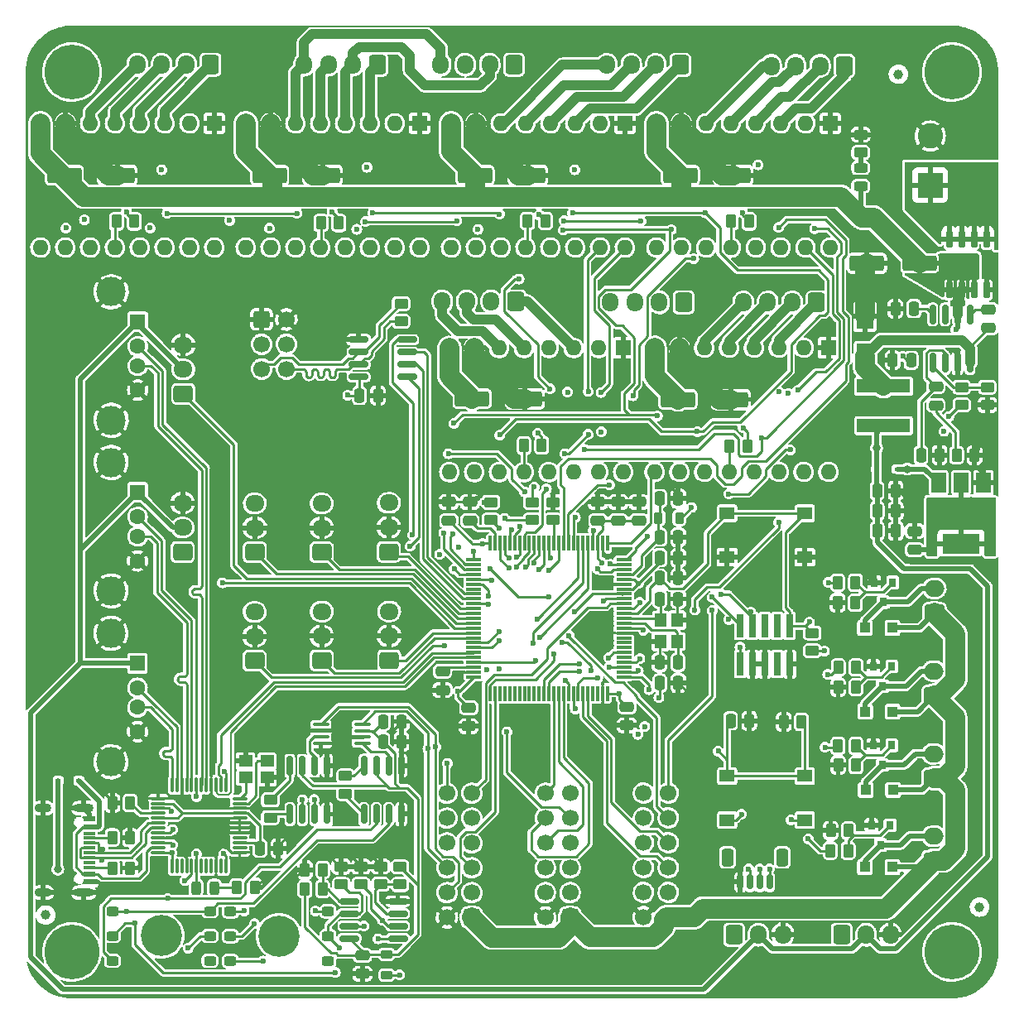
<source format=gbr>
G04 #@! TF.GenerationSoftware,KiCad,Pcbnew,6.0.2+dfsg-1~bpo11+1*
G04 #@! TF.CreationDate,2022-03-16T10:56:07+00:00*
G04 #@! TF.ProjectId,mobo,6d6f626f-2e6b-4696-9361-645f70636258,rev?*
G04 #@! TF.SameCoordinates,Original*
G04 #@! TF.FileFunction,Copper,L1,Top*
G04 #@! TF.FilePolarity,Positive*
%FSLAX46Y46*%
G04 Gerber Fmt 4.6, Leading zero omitted, Abs format (unit mm)*
G04 Created by KiCad (PCBNEW 6.0.2+dfsg-1~bpo11+1) date 2022-03-16 10:56:07*
%MOMM*%
%LPD*%
G01*
G04 APERTURE LIST*
G04 Aperture macros list*
%AMRoundRect*
0 Rectangle with rounded corners*
0 $1 Rounding radius*
0 $2 $3 $4 $5 $6 $7 $8 $9 X,Y pos of 4 corners*
0 Add a 4 corners polygon primitive as box body*
4,1,4,$2,$3,$4,$5,$6,$7,$8,$9,$2,$3,0*
0 Add four circle primitives for the rounded corners*
1,1,$1+$1,$2,$3*
1,1,$1+$1,$4,$5*
1,1,$1+$1,$6,$7*
1,1,$1+$1,$8,$9*
0 Add four rect primitives between the rounded corners*
20,1,$1+$1,$2,$3,$4,$5,0*
20,1,$1+$1,$4,$5,$6,$7,0*
20,1,$1+$1,$6,$7,$8,$9,0*
20,1,$1+$1,$8,$9,$2,$3,0*%
G04 Aperture macros list end*
G04 #@! TA.AperFunction,ComponentPad*
%ADD10C,5.600000*%
G04 #@! TD*
G04 #@! TA.AperFunction,SMDPad,CuDef*
%ADD11R,1.100000X1.100000*%
G04 #@! TD*
G04 #@! TA.AperFunction,SMDPad,CuDef*
%ADD12R,0.800000X0.900000*%
G04 #@! TD*
G04 #@! TA.AperFunction,SMDPad,CuDef*
%ADD13RoundRect,0.249999X-0.262501X-0.450001X0.262501X-0.450001X0.262501X0.450001X-0.262501X0.450001X0*%
G04 #@! TD*
G04 #@! TA.AperFunction,ComponentPad*
%ADD14R,1.600000X1.600000*%
G04 #@! TD*
G04 #@! TA.AperFunction,ComponentPad*
%ADD15C,1.600000*%
G04 #@! TD*
G04 #@! TA.AperFunction,ComponentPad*
%ADD16C,3.000000*%
G04 #@! TD*
G04 #@! TA.AperFunction,SMDPad,CuDef*
%ADD17RoundRect,0.075000X0.662500X0.075000X-0.662500X0.075000X-0.662500X-0.075000X0.662500X-0.075000X0*%
G04 #@! TD*
G04 #@! TA.AperFunction,SMDPad,CuDef*
%ADD18RoundRect,0.075000X0.075000X0.662500X-0.075000X0.662500X-0.075000X-0.662500X0.075000X-0.662500X0*%
G04 #@! TD*
G04 #@! TA.AperFunction,SMDPad,CuDef*
%ADD19RoundRect,0.237500X-0.375000X-0.237500X0.375000X-0.237500X0.375000X0.237500X-0.375000X0.237500X0*%
G04 #@! TD*
G04 #@! TA.AperFunction,SMDPad,CuDef*
%ADD20R,1.160000X0.600000*%
G04 #@! TD*
G04 #@! TA.AperFunction,SMDPad,CuDef*
%ADD21R,1.160000X0.300000*%
G04 #@! TD*
G04 #@! TA.AperFunction,ComponentPad*
%ADD22O,2.000000X0.900000*%
G04 #@! TD*
G04 #@! TA.AperFunction,ComponentPad*
%ADD23O,1.700000X0.900000*%
G04 #@! TD*
G04 #@! TA.AperFunction,ComponentPad*
%ADD24O,1.600000X1.600000*%
G04 #@! TD*
G04 #@! TA.AperFunction,ComponentPad*
%ADD25RoundRect,0.250000X0.600000X0.725000X-0.600000X0.725000X-0.600000X-0.725000X0.600000X-0.725000X0*%
G04 #@! TD*
G04 #@! TA.AperFunction,ComponentPad*
%ADD26O,1.700000X1.950000*%
G04 #@! TD*
G04 #@! TA.AperFunction,SMDPad,CuDef*
%ADD27RoundRect,0.250000X-1.500000X-0.550000X1.500000X-0.550000X1.500000X0.550000X-1.500000X0.550000X0*%
G04 #@! TD*
G04 #@! TA.AperFunction,SMDPad,CuDef*
%ADD28RoundRect,0.243750X-0.456250X0.243750X-0.456250X-0.243750X0.456250X-0.243750X0.456250X0.243750X0*%
G04 #@! TD*
G04 #@! TA.AperFunction,ComponentPad*
%ADD29R,2.600000X2.600000*%
G04 #@! TD*
G04 #@! TA.AperFunction,ComponentPad*
%ADD30C,2.600000*%
G04 #@! TD*
G04 #@! TA.AperFunction,SMDPad,CuDef*
%ADD31RoundRect,0.249999X0.450001X-0.262501X0.450001X0.262501X-0.450001X0.262501X-0.450001X-0.262501X0*%
G04 #@! TD*
G04 #@! TA.AperFunction,SMDPad,CuDef*
%ADD32RoundRect,0.250000X1.500000X0.550000X-1.500000X0.550000X-1.500000X-0.550000X1.500000X-0.550000X0*%
G04 #@! TD*
G04 #@! TA.AperFunction,SMDPad,CuDef*
%ADD33RoundRect,0.150000X0.150000X-0.725000X0.150000X0.725000X-0.150000X0.725000X-0.150000X-0.725000X0*%
G04 #@! TD*
G04 #@! TA.AperFunction,ComponentPad*
%ADD34RoundRect,0.250000X0.725000X-0.600000X0.725000X0.600000X-0.725000X0.600000X-0.725000X-0.600000X0*%
G04 #@! TD*
G04 #@! TA.AperFunction,ComponentPad*
%ADD35O,1.950000X1.700000*%
G04 #@! TD*
G04 #@! TA.AperFunction,ComponentPad*
%ADD36RoundRect,0.250000X0.600000X0.600000X-0.600000X0.600000X-0.600000X-0.600000X0.600000X-0.600000X0*%
G04 #@! TD*
G04 #@! TA.AperFunction,ComponentPad*
%ADD37C,1.700000*%
G04 #@! TD*
G04 #@! TA.AperFunction,SMDPad,CuDef*
%ADD38R,5.500000X1.430000*%
G04 #@! TD*
G04 #@! TA.AperFunction,SMDPad,CuDef*
%ADD39RoundRect,0.150000X0.825000X0.150000X-0.825000X0.150000X-0.825000X-0.150000X0.825000X-0.150000X0*%
G04 #@! TD*
G04 #@! TA.AperFunction,ComponentPad*
%ADD40RoundRect,0.250000X-0.600000X-0.600000X0.600000X-0.600000X0.600000X0.600000X-0.600000X0.600000X0*%
G04 #@! TD*
G04 #@! TA.AperFunction,ComponentPad*
%ADD41RoundRect,0.250000X-0.600000X-0.725000X0.600000X-0.725000X0.600000X0.725000X-0.600000X0.725000X0*%
G04 #@! TD*
G04 #@! TA.AperFunction,SMDPad,CuDef*
%ADD42R,1.800000X2.500000*%
G04 #@! TD*
G04 #@! TA.AperFunction,SMDPad,CuDef*
%ADD43RoundRect,0.250000X-0.475000X0.250000X-0.475000X-0.250000X0.475000X-0.250000X0.475000X0.250000X0*%
G04 #@! TD*
G04 #@! TA.AperFunction,SMDPad,CuDef*
%ADD44RoundRect,0.249999X-0.450001X0.262501X-0.450001X-0.262501X0.450001X-0.262501X0.450001X0.262501X0*%
G04 #@! TD*
G04 #@! TA.AperFunction,SMDPad,CuDef*
%ADD45RoundRect,0.250000X0.475000X-0.250000X0.475000X0.250000X-0.475000X0.250000X-0.475000X-0.250000X0*%
G04 #@! TD*
G04 #@! TA.AperFunction,SMDPad,CuDef*
%ADD46RoundRect,0.250000X0.250000X0.475000X-0.250000X0.475000X-0.250000X-0.475000X0.250000X-0.475000X0*%
G04 #@! TD*
G04 #@! TA.AperFunction,SMDPad,CuDef*
%ADD47RoundRect,0.250000X-0.250000X-0.475000X0.250000X-0.475000X0.250000X0.475000X-0.250000X0.475000X0*%
G04 #@! TD*
G04 #@! TA.AperFunction,SMDPad,CuDef*
%ADD48R,1.200000X1.400000*%
G04 #@! TD*
G04 #@! TA.AperFunction,ComponentPad*
%ADD49RoundRect,0.250000X0.750000X-0.600000X0.750000X0.600000X-0.750000X0.600000X-0.750000X-0.600000X0*%
G04 #@! TD*
G04 #@! TA.AperFunction,ComponentPad*
%ADD50O,2.000000X1.700000*%
G04 #@! TD*
G04 #@! TA.AperFunction,SMDPad,CuDef*
%ADD51R,0.600000X0.450000*%
G04 #@! TD*
G04 #@! TA.AperFunction,SMDPad,CuDef*
%ADD52RoundRect,0.150000X-0.150000X-0.625000X0.150000X-0.625000X0.150000X0.625000X-0.150000X0.625000X0*%
G04 #@! TD*
G04 #@! TA.AperFunction,SMDPad,CuDef*
%ADD53RoundRect,0.249999X-0.350001X-0.650001X0.350001X-0.650001X0.350001X0.650001X-0.350001X0.650001X0*%
G04 #@! TD*
G04 #@! TA.AperFunction,SMDPad,CuDef*
%ADD54RoundRect,0.075000X0.725000X0.075000X-0.725000X0.075000X-0.725000X-0.075000X0.725000X-0.075000X0*%
G04 #@! TD*
G04 #@! TA.AperFunction,SMDPad,CuDef*
%ADD55RoundRect,0.075000X0.075000X0.725000X-0.075000X0.725000X-0.075000X-0.725000X0.075000X-0.725000X0*%
G04 #@! TD*
G04 #@! TA.AperFunction,SMDPad,CuDef*
%ADD56RoundRect,0.249999X0.262501X0.450001X-0.262501X0.450001X-0.262501X-0.450001X0.262501X-0.450001X0*%
G04 #@! TD*
G04 #@! TA.AperFunction,SMDPad,CuDef*
%ADD57R,1.400000X1.200000*%
G04 #@! TD*
G04 #@! TA.AperFunction,SMDPad,CuDef*
%ADD58RoundRect,0.150000X0.150000X-0.825000X0.150000X0.825000X-0.150000X0.825000X-0.150000X-0.825000X0*%
G04 #@! TD*
G04 #@! TA.AperFunction,SMDPad,CuDef*
%ADD59R,1.500000X2.000000*%
G04 #@! TD*
G04 #@! TA.AperFunction,SMDPad,CuDef*
%ADD60R,3.800000X2.000000*%
G04 #@! TD*
G04 #@! TA.AperFunction,SMDPad,CuDef*
%ADD61RoundRect,0.243750X0.243750X0.456250X-0.243750X0.456250X-0.243750X-0.456250X0.243750X-0.456250X0*%
G04 #@! TD*
G04 #@! TA.AperFunction,SMDPad,CuDef*
%ADD62RoundRect,0.100000X0.712500X0.100000X-0.712500X0.100000X-0.712500X-0.100000X0.712500X-0.100000X0*%
G04 #@! TD*
G04 #@! TA.AperFunction,SMDPad,CuDef*
%ADD63R,1.550000X1.300000*%
G04 #@! TD*
G04 #@! TA.AperFunction,SMDPad,CuDef*
%ADD64R,0.740000X2.400000*%
G04 #@! TD*
G04 #@! TA.AperFunction,SMDPad,CuDef*
%ADD65RoundRect,0.150000X-0.150000X0.825000X-0.150000X-0.825000X0.150000X-0.825000X0.150000X0.825000X0*%
G04 #@! TD*
G04 #@! TA.AperFunction,SMDPad,CuDef*
%ADD66RoundRect,0.218750X-0.381250X0.218750X-0.381250X-0.218750X0.381250X-0.218750X0.381250X0.218750X0*%
G04 #@! TD*
G04 #@! TA.AperFunction,SMDPad,CuDef*
%ADD67RoundRect,0.218750X-0.218750X-0.381250X0.218750X-0.381250X0.218750X0.381250X-0.218750X0.381250X0*%
G04 #@! TD*
G04 #@! TA.AperFunction,SMDPad,CuDef*
%ADD68RoundRect,0.250000X-0.262500X-0.450000X0.262500X-0.450000X0.262500X0.450000X-0.262500X0.450000X0*%
G04 #@! TD*
G04 #@! TA.AperFunction,SMDPad,CuDef*
%ADD69C,1.000000*%
G04 #@! TD*
G04 #@! TA.AperFunction,ComponentPad*
%ADD70C,4.200000*%
G04 #@! TD*
G04 #@! TA.AperFunction,ViaPad*
%ADD71C,0.800000*%
G04 #@! TD*
G04 #@! TA.AperFunction,ViaPad*
%ADD72C,0.600000*%
G04 #@! TD*
G04 #@! TA.AperFunction,Conductor*
%ADD73C,0.250000*%
G04 #@! TD*
G04 #@! TA.AperFunction,Conductor*
%ADD74C,2.000000*%
G04 #@! TD*
G04 #@! TA.AperFunction,Conductor*
%ADD75C,0.500000*%
G04 #@! TD*
G04 #@! TA.AperFunction,Conductor*
%ADD76C,1.000000*%
G04 #@! TD*
G04 #@! TA.AperFunction,Conductor*
%ADD77C,0.261112*%
G04 #@! TD*
G04 #@! TA.AperFunction,Conductor*
%ADD78C,0.200000*%
G04 #@! TD*
G04 APERTURE END LIST*
D10*
X74020000Y-71030000D03*
X164020000Y-71030000D03*
X74020000Y-161030000D03*
X164020000Y-161030000D03*
D11*
X157920000Y-152350000D03*
X155120000Y-152350000D03*
D12*
X157680000Y-148080000D03*
X155780000Y-148080000D03*
X156730000Y-150080000D03*
X157870000Y-139900000D03*
X155970000Y-139900000D03*
X156920000Y-141900000D03*
D13*
X151617500Y-148620000D03*
X153442500Y-148620000D03*
D14*
X80740000Y-96580000D03*
D15*
X80740000Y-99080000D03*
X80740000Y-101080000D03*
X80740000Y-103580000D03*
D16*
X78030000Y-106650000D03*
X78030000Y-93510000D03*
D14*
X80720000Y-114030000D03*
D15*
X80720000Y-116530000D03*
X80720000Y-118530000D03*
X80720000Y-121030000D03*
D16*
X78010000Y-124100000D03*
X78010000Y-110960000D03*
D14*
X80710000Y-131510000D03*
D15*
X80710000Y-134010000D03*
X80710000Y-136010000D03*
X80710000Y-138510000D03*
D16*
X78000000Y-128440000D03*
X78000000Y-141580000D03*
D17*
X91162500Y-150840000D03*
X91162500Y-150340000D03*
X91162500Y-149840000D03*
X91162500Y-149340000D03*
X91162500Y-148840000D03*
X91162500Y-148340000D03*
X91162500Y-147840000D03*
X91162500Y-147340000D03*
X91162500Y-146840000D03*
X91162500Y-146340000D03*
X91162500Y-145840000D03*
X91162500Y-145340000D03*
D18*
X89750000Y-143927500D03*
X89250000Y-143927500D03*
X88750000Y-143927500D03*
X88250000Y-143927500D03*
X87750000Y-143927500D03*
X87250000Y-143927500D03*
X86750000Y-143927500D03*
X86250000Y-143927500D03*
X85750000Y-143927500D03*
X85250000Y-143927500D03*
X84750000Y-143927500D03*
X84250000Y-143927500D03*
D17*
X82837500Y-145340000D03*
X82837500Y-145840000D03*
X82837500Y-146340000D03*
X82837500Y-146840000D03*
X82837500Y-147340000D03*
X82837500Y-147840000D03*
X82837500Y-148340000D03*
X82837500Y-148840000D03*
X82837500Y-149340000D03*
X82837500Y-149840000D03*
X82837500Y-150340000D03*
X82837500Y-150840000D03*
D18*
X84250000Y-152252500D03*
X84750000Y-152252500D03*
X85250000Y-152252500D03*
X85750000Y-152252500D03*
X86250000Y-152252500D03*
X86750000Y-152252500D03*
X87250000Y-152252500D03*
X87750000Y-152252500D03*
X88250000Y-152252500D03*
X88750000Y-152252500D03*
X89250000Y-152252500D03*
X89750000Y-152252500D03*
D19*
X90222500Y-156880000D03*
X90222500Y-159420000D03*
X90222500Y-161960000D03*
X100197500Y-161960000D03*
X100197500Y-159420000D03*
X100197500Y-156880000D03*
D20*
X75810000Y-147440000D03*
X75810000Y-148240000D03*
D21*
X75810000Y-149390000D03*
X75810000Y-150390000D03*
X75810000Y-150890000D03*
X75810000Y-151890000D03*
D20*
X75810000Y-153040000D03*
X75810000Y-153840000D03*
X75810000Y-153840000D03*
X75810000Y-153040000D03*
D21*
X75810000Y-152390000D03*
X75810000Y-151390000D03*
X75810000Y-149890000D03*
X75810000Y-148890000D03*
D20*
X75810000Y-148240000D03*
X75810000Y-147440000D03*
D22*
X75230000Y-146320000D03*
D23*
X71060000Y-154960000D03*
D22*
X75230000Y-154960000D03*
D23*
X71060000Y-146320000D03*
D11*
X157940000Y-136450000D03*
X155140000Y-136450000D03*
D13*
X152327500Y-123270000D03*
X154152500Y-123270000D03*
D12*
X157860000Y-131840000D03*
X155960000Y-131840000D03*
X156910000Y-133840000D03*
X157940000Y-123240000D03*
X156040000Y-123240000D03*
X156990000Y-125240000D03*
D13*
X152367500Y-139950000D03*
X154192500Y-139950000D03*
X152387500Y-131920000D03*
X154212500Y-131920000D03*
X152317500Y-125310000D03*
X154142500Y-125310000D03*
D14*
X109570000Y-76280000D03*
D24*
X107030000Y-76280000D03*
X104490000Y-76280000D03*
X101950000Y-76280000D03*
X99410000Y-76280000D03*
X96870000Y-76280000D03*
X94330000Y-76280000D03*
X91790000Y-76280000D03*
X91790000Y-88980000D03*
X94330000Y-88980000D03*
X96870000Y-88980000D03*
X99410000Y-88980000D03*
X101950000Y-88980000D03*
X104490000Y-88980000D03*
X107030000Y-88980000D03*
X109570000Y-88980000D03*
D14*
X130570000Y-76280000D03*
D24*
X128030000Y-76280000D03*
X125490000Y-76280000D03*
X122950000Y-76280000D03*
X120410000Y-76280000D03*
X117870000Y-76280000D03*
X115330000Y-76280000D03*
X112790000Y-76280000D03*
X112790000Y-88980000D03*
X115330000Y-88980000D03*
X117870000Y-88980000D03*
X120410000Y-88980000D03*
X122950000Y-88980000D03*
X125490000Y-88980000D03*
X128030000Y-88980000D03*
X130570000Y-88980000D03*
D14*
X88570000Y-76280000D03*
D24*
X86030000Y-76280000D03*
X83490000Y-76280000D03*
X80950000Y-76280000D03*
X78410000Y-76280000D03*
X75870000Y-76280000D03*
X73330000Y-76280000D03*
X70790000Y-76280000D03*
X70790000Y-88980000D03*
X73330000Y-88980000D03*
X75870000Y-88980000D03*
X78410000Y-88980000D03*
X80950000Y-88980000D03*
X83490000Y-88980000D03*
X86030000Y-88980000D03*
X88570000Y-88980000D03*
D14*
X151570000Y-76280000D03*
D24*
X149030000Y-76280000D03*
X146490000Y-76280000D03*
X143950000Y-76280000D03*
X141410000Y-76280000D03*
X138870000Y-76280000D03*
X136330000Y-76280000D03*
X133790000Y-76280000D03*
X133790000Y-88980000D03*
X136330000Y-88980000D03*
X138870000Y-88980000D03*
X141410000Y-88980000D03*
X143950000Y-88980000D03*
X146490000Y-88980000D03*
X149030000Y-88980000D03*
X151570000Y-88980000D03*
D25*
X136220000Y-70300000D03*
D26*
X133720000Y-70300000D03*
X131220000Y-70300000D03*
X128720000Y-70300000D03*
D25*
X88185000Y-70275000D03*
D26*
X85685000Y-70275000D03*
X83185000Y-70275000D03*
X80685000Y-70275000D03*
D27*
X94240000Y-81580000D03*
X99640000Y-81580000D03*
D25*
X153020000Y-70400000D03*
D26*
X150520000Y-70400000D03*
X148020000Y-70400000D03*
X145520000Y-70400000D03*
D13*
X99477500Y-86470000D03*
X101302500Y-86470000D03*
X78557500Y-86310000D03*
X80382500Y-86310000D03*
D27*
X115240000Y-81580000D03*
X120640000Y-81580000D03*
D13*
X120607500Y-86270000D03*
X122432500Y-86270000D03*
D27*
X136240000Y-81580000D03*
X141640000Y-81580000D03*
D13*
X141437500Y-86310000D03*
X143262500Y-86310000D03*
D28*
X154680000Y-80830000D03*
X154680000Y-82705000D03*
D29*
X161790000Y-82590000D03*
D30*
X161790000Y-77590000D03*
D31*
X154680000Y-79262500D03*
X154680000Y-77437500D03*
D25*
X119235000Y-70275000D03*
D26*
X116735000Y-70275000D03*
X114235000Y-70275000D03*
X111735000Y-70275000D03*
D25*
X105235000Y-70275000D03*
D26*
X102735000Y-70275000D03*
X100235000Y-70275000D03*
X97735000Y-70275000D03*
D32*
X160730000Y-90600000D03*
X155330000Y-90600000D03*
D33*
X163725000Y-93295000D03*
X164995000Y-93295000D03*
X166265000Y-93295000D03*
X167535000Y-93295000D03*
X167535000Y-88145000D03*
X166265000Y-88145000D03*
X164995000Y-88145000D03*
X163725000Y-88145000D03*
D14*
X151380000Y-99230000D03*
D24*
X148840000Y-99230000D03*
X146300000Y-99230000D03*
X143760000Y-99230000D03*
X141220000Y-99230000D03*
X138680000Y-99230000D03*
X136140000Y-99230000D03*
X133600000Y-99230000D03*
X133600000Y-111930000D03*
X136140000Y-111930000D03*
X138680000Y-111930000D03*
X141220000Y-111930000D03*
X143760000Y-111930000D03*
X146300000Y-111930000D03*
X148840000Y-111930000D03*
X151380000Y-111930000D03*
D13*
X141277500Y-109270000D03*
X143102500Y-109270000D03*
X120237500Y-109220000D03*
X122062500Y-109220000D03*
D25*
X136570000Y-94580000D03*
D26*
X134070000Y-94580000D03*
X131570000Y-94580000D03*
X129070000Y-94580000D03*
D14*
X130400000Y-99250000D03*
D24*
X127860000Y-99250000D03*
X125320000Y-99250000D03*
X122780000Y-99250000D03*
X120240000Y-99250000D03*
X117700000Y-99250000D03*
X115160000Y-99250000D03*
X112620000Y-99250000D03*
X112620000Y-111950000D03*
X115160000Y-111950000D03*
X117700000Y-111950000D03*
X120240000Y-111950000D03*
X122780000Y-111950000D03*
X125320000Y-111950000D03*
X127860000Y-111950000D03*
X130400000Y-111950000D03*
D25*
X150170000Y-94600000D03*
D26*
X147670000Y-94600000D03*
X145170000Y-94600000D03*
X142670000Y-94600000D03*
D34*
X99560000Y-120150000D03*
D35*
X99560000Y-117650000D03*
X99560000Y-115150000D03*
D34*
X106420000Y-120100000D03*
D35*
X106420000Y-117600000D03*
X106420000Y-115100000D03*
D34*
X99560000Y-131210000D03*
D35*
X99560000Y-128710000D03*
X99560000Y-126210000D03*
D34*
X92690000Y-131250000D03*
D35*
X92690000Y-128750000D03*
X92690000Y-126250000D03*
D36*
X114900000Y-157510000D03*
D37*
X112360000Y-157510000D03*
X114900000Y-154970000D03*
X112360000Y-154970000D03*
X114900000Y-152430000D03*
X112360000Y-152430000D03*
X114900000Y-149890000D03*
X112360000Y-149890000D03*
X114900000Y-147350000D03*
X112360000Y-147350000D03*
X114900000Y-144810000D03*
X112360000Y-144810000D03*
D36*
X124960000Y-157510000D03*
D37*
X122420000Y-157510000D03*
X124960000Y-154970000D03*
X122420000Y-154970000D03*
X124960000Y-152430000D03*
X122420000Y-152430000D03*
X124960000Y-149890000D03*
X122420000Y-149890000D03*
X124960000Y-147350000D03*
X122420000Y-147350000D03*
X124960000Y-144810000D03*
X122420000Y-144810000D03*
D38*
X157030000Y-103160000D03*
X157030000Y-107200000D03*
D39*
X108275000Y-102205000D03*
X108275000Y-100935000D03*
X108275000Y-99665000D03*
X108275000Y-98395000D03*
X103325000Y-98395000D03*
X103325000Y-99665000D03*
X103325000Y-100935000D03*
X103325000Y-102205000D03*
D40*
X93400000Y-96340000D03*
D37*
X95940000Y-96340000D03*
X93400000Y-98880000D03*
X95940000Y-98880000D03*
X93400000Y-101420000D03*
X95940000Y-101420000D03*
D41*
X152730000Y-159270000D03*
D26*
X155230000Y-159270000D03*
X157730000Y-159270000D03*
D13*
X152377500Y-133950000D03*
X154202500Y-133950000D03*
D41*
X141730000Y-159260000D03*
D26*
X144230000Y-159260000D03*
X146730000Y-159260000D03*
D42*
X155120000Y-100040000D03*
X155120000Y-96040000D03*
D43*
X130770000Y-135950000D03*
X130770000Y-137850000D03*
X111910000Y-132350000D03*
X111910000Y-134250000D03*
D44*
X121084000Y-115037500D03*
X121084000Y-116862500D03*
D45*
X131980000Y-116900000D03*
X131980000Y-115000000D03*
D46*
X136010000Y-131415000D03*
X134110000Y-131415000D03*
D47*
X134110000Y-124925000D03*
X136010000Y-124925000D03*
D44*
X116860000Y-115037500D03*
X116860000Y-116862500D03*
D48*
X135910000Y-129270000D03*
X135910000Y-127070000D03*
X134210000Y-127070000D03*
X134210000Y-129270000D03*
D31*
X123230000Y-116862500D03*
X123230000Y-115037500D03*
D13*
X151577500Y-150670000D03*
X153402500Y-150670000D03*
D19*
X78152500Y-156850000D03*
X78152500Y-159390000D03*
X78152500Y-161930000D03*
X88127500Y-161930000D03*
X88127500Y-159390000D03*
X88127500Y-156850000D03*
D34*
X106450000Y-131200000D03*
D35*
X106450000Y-128700000D03*
X106450000Y-126200000D03*
D49*
X162140000Y-143260000D03*
D50*
X162140000Y-140760000D03*
D49*
X162170000Y-134790000D03*
D50*
X162170000Y-132290000D03*
D49*
X162220000Y-126360000D03*
D50*
X162220000Y-123860000D03*
D49*
X162150000Y-151680000D03*
D50*
X162150000Y-149180000D03*
D13*
X152377500Y-141920000D03*
X154202500Y-141920000D03*
D11*
X158000000Y-144460000D03*
X155200000Y-144460000D03*
D34*
X92720000Y-120150000D03*
D35*
X92720000Y-117650000D03*
X92720000Y-115150000D03*
D47*
X103420000Y-104110000D03*
X105320000Y-104110000D03*
D51*
X158400000Y-111640000D03*
X156300000Y-111640000D03*
X72610000Y-143510000D03*
X74710000Y-143510000D03*
D34*
X85390000Y-103940000D03*
D35*
X85390000Y-101440000D03*
X85390000Y-98940000D03*
D52*
X142360000Y-153875000D03*
X143360000Y-153875000D03*
X144360000Y-153875000D03*
X145360000Y-153875000D03*
D53*
X146660000Y-151350000D03*
X141060000Y-151350000D03*
D54*
X130465000Y-132910000D03*
X130465000Y-132410000D03*
X130465000Y-131910000D03*
X130465000Y-131410000D03*
X130465000Y-130910000D03*
X130465000Y-130410000D03*
X130465000Y-129910000D03*
X130465000Y-129410000D03*
X130465000Y-128910000D03*
X130465000Y-128410000D03*
X130465000Y-127910000D03*
X130465000Y-127410000D03*
X130465000Y-126910000D03*
X130465000Y-126410000D03*
X130465000Y-125910000D03*
X130465000Y-125410000D03*
X130465000Y-124910000D03*
X130465000Y-124410000D03*
X130465000Y-123910000D03*
X130465000Y-123410000D03*
X130465000Y-122910000D03*
X130465000Y-122410000D03*
X130465000Y-121910000D03*
X130465000Y-121410000D03*
X130465000Y-120910000D03*
D55*
X128790000Y-119235000D03*
X128290000Y-119235000D03*
X127790000Y-119235000D03*
X127290000Y-119235000D03*
X126790000Y-119235000D03*
X126290000Y-119235000D03*
X125790000Y-119235000D03*
X125290000Y-119235000D03*
X124790000Y-119235000D03*
X124290000Y-119235000D03*
X123790000Y-119235000D03*
X123290000Y-119235000D03*
X122790000Y-119235000D03*
X122290000Y-119235000D03*
X121790000Y-119235000D03*
X121290000Y-119235000D03*
X120790000Y-119235000D03*
X120290000Y-119235000D03*
X119790000Y-119235000D03*
X119290000Y-119235000D03*
X118790000Y-119235000D03*
X118290000Y-119235000D03*
X117790000Y-119235000D03*
X117290000Y-119235000D03*
X116790000Y-119235000D03*
D54*
X115115000Y-120910000D03*
X115115000Y-121410000D03*
X115115000Y-121910000D03*
X115115000Y-122410000D03*
X115115000Y-122910000D03*
X115115000Y-123410000D03*
X115115000Y-123910000D03*
X115115000Y-124410000D03*
X115115000Y-124910000D03*
X115115000Y-125410000D03*
X115115000Y-125910000D03*
X115115000Y-126410000D03*
X115115000Y-126910000D03*
X115115000Y-127410000D03*
X115115000Y-127910000D03*
X115115000Y-128410000D03*
X115115000Y-128910000D03*
X115115000Y-129410000D03*
X115115000Y-129910000D03*
X115115000Y-130410000D03*
X115115000Y-130910000D03*
X115115000Y-131410000D03*
X115115000Y-131910000D03*
X115115000Y-132410000D03*
X115115000Y-132910000D03*
D55*
X116790000Y-134585000D03*
X117290000Y-134585000D03*
X117790000Y-134585000D03*
X118290000Y-134585000D03*
X118790000Y-134585000D03*
X119290000Y-134585000D03*
X119790000Y-134585000D03*
X120290000Y-134585000D03*
X120790000Y-134585000D03*
X121290000Y-134585000D03*
X121790000Y-134585000D03*
X122290000Y-134585000D03*
X122790000Y-134585000D03*
X123290000Y-134585000D03*
X123790000Y-134585000D03*
X124290000Y-134585000D03*
X124790000Y-134585000D03*
X125290000Y-134585000D03*
X125790000Y-134585000D03*
X126290000Y-134585000D03*
X126790000Y-134585000D03*
X127290000Y-134585000D03*
X127790000Y-134585000D03*
X128290000Y-134585000D03*
X128790000Y-134585000D03*
D13*
X97827500Y-154600000D03*
X99652500Y-154600000D03*
D56*
X99662500Y-152630000D03*
X97837500Y-152630000D03*
D31*
X103560000Y-154122500D03*
X103560000Y-152297500D03*
X101540000Y-154132500D03*
X101540000Y-152307500D03*
X101980000Y-144860000D03*
X101980000Y-143035000D03*
X94300000Y-147302500D03*
X94300000Y-145477500D03*
D13*
X78137500Y-149320000D03*
X79962500Y-149320000D03*
X78137500Y-152440000D03*
X79962500Y-152440000D03*
D44*
X107680000Y-94707500D03*
X107680000Y-96532500D03*
D39*
X107335000Y-159645000D03*
X107335000Y-158375000D03*
X107335000Y-157105000D03*
X107335000Y-155835000D03*
X102385000Y-155835000D03*
X102385000Y-157105000D03*
X102385000Y-158375000D03*
X102385000Y-159645000D03*
D57*
X93960000Y-141500000D03*
X91760000Y-141500000D03*
X91760000Y-143200000D03*
X93960000Y-143200000D03*
D58*
X103885000Y-146925000D03*
X105155000Y-146925000D03*
X106425000Y-146925000D03*
X107695000Y-146925000D03*
X107695000Y-141975000D03*
X106425000Y-141975000D03*
X105155000Y-141975000D03*
X103885000Y-141975000D03*
X96295000Y-146935000D03*
X97565000Y-146935000D03*
X98835000Y-146935000D03*
X100105000Y-146935000D03*
X100105000Y-141985000D03*
X98835000Y-141985000D03*
X97565000Y-141985000D03*
X96295000Y-141985000D03*
D59*
X167240000Y-113030000D03*
D60*
X164940000Y-119330000D03*
D59*
X164940000Y-113030000D03*
X162640000Y-113030000D03*
D34*
X85330000Y-120120000D03*
D35*
X85330000Y-117620000D03*
X85330000Y-115120000D03*
D45*
X129880000Y-116900000D03*
X129880000Y-115000000D03*
X114700000Y-116900000D03*
X114700000Y-115000000D03*
X127800000Y-116900000D03*
X127800000Y-115000000D03*
D47*
X134110000Y-133540000D03*
X136010000Y-133540000D03*
X134110000Y-118611666D03*
X136010000Y-118611666D03*
D45*
X112550000Y-116900000D03*
X112550000Y-115000000D03*
D47*
X134110000Y-114655000D03*
X136010000Y-114655000D03*
D43*
X114580000Y-136040000D03*
X114580000Y-137940000D03*
D47*
X158240000Y-95240000D03*
X160140000Y-95240000D03*
D61*
X88577500Y-154490000D03*
X86702500Y-154490000D03*
D56*
X148642500Y-137500000D03*
X146817500Y-137500000D03*
X79972500Y-145790000D03*
X78147500Y-145790000D03*
D13*
X90867500Y-154420000D03*
X92692500Y-154420000D03*
D62*
X103702500Y-139695000D03*
X103702500Y-139045000D03*
X103702500Y-138395000D03*
X103702500Y-137745000D03*
X99477500Y-137745000D03*
X99477500Y-138395000D03*
X99477500Y-139045000D03*
X99477500Y-139695000D03*
D47*
X93230000Y-150420000D03*
X95130000Y-150420000D03*
D43*
X103710000Y-161350000D03*
X103710000Y-163250000D03*
D31*
X105560000Y-154112500D03*
X105560000Y-152287500D03*
D44*
X107550000Y-152307500D03*
X107550000Y-154132500D03*
D25*
X119390000Y-94500000D03*
D26*
X116890000Y-94500000D03*
X114390000Y-94500000D03*
X111890000Y-94500000D03*
D47*
X141380000Y-137390000D03*
X143280000Y-137390000D03*
D63*
X141025000Y-120660000D03*
X148975000Y-120660000D03*
X148975000Y-116160000D03*
X141025000Y-116160000D03*
D47*
X157940000Y-100510000D03*
X159840000Y-100510000D03*
D43*
X167770000Y-95310000D03*
X167770000Y-97210000D03*
D64*
X142340000Y-131590000D03*
X142340000Y-127690000D03*
X143610000Y-131590000D03*
X143610000Y-127690000D03*
X144880000Y-131590000D03*
X144880000Y-127690000D03*
X146150000Y-131590000D03*
X146150000Y-127690000D03*
X147420000Y-131590000D03*
X147420000Y-127690000D03*
D47*
X134110000Y-122800000D03*
X136010000Y-122800000D03*
D63*
X141025000Y-143040000D03*
X148975000Y-143040000D03*
X148975000Y-147540000D03*
X141025000Y-147540000D03*
D65*
X165865000Y-95835000D03*
X164595000Y-95835000D03*
X163325000Y-95835000D03*
X162055000Y-95835000D03*
X162055000Y-100785000D03*
X163325000Y-100785000D03*
X164595000Y-100785000D03*
X165865000Y-100785000D03*
D46*
X162750000Y-110200000D03*
X160850000Y-110200000D03*
D45*
X160200000Y-119890000D03*
X160200000Y-117990000D03*
D11*
X157920000Y-127880000D03*
X155120000Y-127880000D03*
D36*
X135008000Y-157480000D03*
D37*
X132468000Y-157480000D03*
X135008000Y-154940000D03*
X132468000Y-154940000D03*
X135008000Y-152400000D03*
X132468000Y-152400000D03*
X135008000Y-149860000D03*
X132468000Y-149860000D03*
X135008000Y-147320000D03*
X132468000Y-147320000D03*
X135008000Y-144780000D03*
X132468000Y-144780000D03*
D66*
X106190000Y-161257500D03*
X106190000Y-163382500D03*
D47*
X134110000Y-120720000D03*
X136010000Y-120720000D03*
D67*
X133997500Y-116633333D03*
X136122500Y-116633333D03*
D47*
X105836000Y-137456000D03*
X107736000Y-137456000D03*
X105816000Y-139516000D03*
X107716000Y-139516000D03*
D31*
X149730000Y-130222500D03*
X149730000Y-128397500D03*
X165015000Y-105082500D03*
X165015000Y-103257500D03*
D45*
X162370000Y-105120000D03*
X162370000Y-103220000D03*
D68*
X164487500Y-110220000D03*
X166312500Y-110220000D03*
D44*
X167630000Y-103257500D03*
X167630000Y-105082500D03*
D46*
X158260000Y-113850000D03*
X156360000Y-113850000D03*
X158270000Y-115905000D03*
X156370000Y-115905000D03*
X158270000Y-117960000D03*
X156370000Y-117960000D03*
D27*
X73240000Y-81580000D03*
X78640000Y-81580000D03*
X114940000Y-104450000D03*
X120340000Y-104450000D03*
X135990000Y-104520000D03*
X141390000Y-104520000D03*
D69*
X158530000Y-71250000D03*
X166840000Y-156440000D03*
X71330000Y-157250000D03*
D70*
X95200000Y-159410000D03*
X83140000Y-159370000D03*
D71*
X158060000Y-92250000D03*
X156860000Y-93450000D03*
X158060000Y-93450000D03*
D72*
X95290000Y-142780000D03*
X88830000Y-81160000D03*
X115250000Y-109160000D03*
X113520000Y-132820000D03*
X145660000Y-137460000D03*
X85190000Y-150930000D03*
X144350000Y-137360000D03*
X89790000Y-146215000D03*
X130740000Y-139640000D03*
X127960000Y-114000000D03*
X151270000Y-141890000D03*
X166690000Y-109270000D03*
X117500000Y-154870000D03*
X89890000Y-147600000D03*
X135190000Y-113410000D03*
X131970000Y-113910000D03*
X86990000Y-81180000D03*
X142280000Y-152550000D03*
X107700000Y-145410000D03*
X117420000Y-152140000D03*
X132370000Y-124260000D03*
X144980000Y-125300000D03*
X128766555Y-120605780D03*
X166570000Y-111490000D03*
X113990001Y-139769999D03*
D71*
X120390000Y-140370000D03*
X155280000Y-122410000D03*
X160510000Y-116790000D03*
D72*
X82630000Y-91080000D03*
X102500000Y-151130000D03*
X102320000Y-139040000D03*
X151090000Y-125670000D03*
X95970000Y-149310000D03*
X133090000Y-129244990D03*
X129002889Y-123086321D03*
X84840000Y-149240000D03*
X167190000Y-106230000D03*
X163190000Y-108770000D03*
X138090000Y-87190000D03*
X137590000Y-154670000D03*
X88670000Y-150960000D03*
D71*
X155790000Y-138760000D03*
D72*
X128300000Y-136150000D03*
X147410000Y-129860000D03*
X130290000Y-108150000D03*
X117470000Y-149810000D03*
X142520000Y-120400000D03*
X104520000Y-151070000D03*
X109620000Y-81090000D03*
X129650000Y-113930000D03*
X131760263Y-128758654D03*
X119780000Y-147350000D03*
X85260000Y-145160000D03*
D71*
X159530000Y-116120000D03*
D72*
X147629999Y-120650000D03*
X81000000Y-152420000D03*
X93680000Y-153520000D03*
X151290000Y-133900000D03*
X108870000Y-139000000D03*
X89900000Y-148570000D03*
X84810000Y-81200000D03*
X106100000Y-81090000D03*
X143630000Y-129850000D03*
X96690000Y-153540000D03*
X100880000Y-139700000D03*
X137090000Y-134580000D03*
D71*
X155500000Y-130540000D03*
D72*
X132860000Y-121150000D03*
X111840000Y-135340000D03*
X133000000Y-126220000D03*
X100200000Y-151090000D03*
X144870000Y-129850000D03*
D71*
X138220000Y-91600000D03*
D72*
X123292059Y-113955232D03*
X105860000Y-155860000D03*
X150380000Y-148650000D03*
X107700000Y-143490000D03*
X137680000Y-127100000D03*
X156930000Y-100420000D03*
D71*
X156860000Y-92250000D03*
D72*
X77040000Y-144550000D03*
X127570000Y-154790000D03*
X88230000Y-145160000D03*
X89890000Y-150280000D03*
X98520000Y-95920000D03*
X107820000Y-81090000D03*
X164070000Y-99490000D03*
X106860000Y-138350000D03*
X100720000Y-97200000D03*
X102270000Y-163030000D03*
D71*
X155480000Y-146930000D03*
D72*
X98530000Y-105020000D03*
X100900000Y-138380000D03*
X115540309Y-114600022D03*
D71*
X160620000Y-115660000D03*
X167510000Y-91620000D03*
D72*
X91240000Y-140050000D03*
D71*
X164240000Y-115840000D03*
X165440000Y-115840000D03*
X163040000Y-117040000D03*
X164240000Y-117040000D03*
X165440000Y-117040000D03*
D72*
X86740000Y-145140000D03*
X84240000Y-150910000D03*
X142490000Y-146940000D03*
X124690000Y-103770000D03*
X116000000Y-119260000D03*
X132453058Y-128116942D03*
X146350000Y-103750000D03*
X116221773Y-115019092D03*
X85560000Y-153740000D03*
X104190000Y-80770000D03*
X84320000Y-150080000D03*
D71*
X162010000Y-119810000D03*
D72*
X142340000Y-129840000D03*
X143230000Y-152530000D03*
X89530000Y-151000000D03*
X131955341Y-123335341D03*
X128214970Y-121198469D03*
X83190000Y-81020000D03*
X144189990Y-80520000D03*
X102220000Y-104080000D03*
X163190000Y-107770000D03*
X134040000Y-135010000D03*
X113490000Y-134370000D03*
X137370000Y-115560000D03*
X84160000Y-146610000D03*
X121290872Y-113469128D03*
X84310000Y-148500000D03*
X130005002Y-134585002D03*
X89630566Y-142590000D03*
X107520000Y-163370000D03*
X125440012Y-81020000D03*
X150970000Y-130240000D03*
X147550000Y-147520000D03*
X128900000Y-130940000D03*
D71*
X163040000Y-115840000D03*
D72*
X164420000Y-97360000D03*
X158980000Y-100100000D03*
X79580000Y-85340000D03*
X138800000Y-85430000D03*
X117730000Y-85570000D03*
X104790000Y-85450000D03*
X125210000Y-85450000D03*
X112390000Y-141740000D03*
X117770000Y-108150000D03*
X97020000Y-85480000D03*
X83740000Y-85480000D03*
X75280000Y-86130000D03*
X137970000Y-107820000D03*
X119815010Y-117487500D03*
X118934455Y-117840959D03*
X112980000Y-118300000D03*
X112045000Y-118170000D03*
X113096591Y-121873409D03*
X116590000Y-124590000D03*
X111620000Y-120370000D03*
X128150000Y-107830000D03*
X122790000Y-121970000D03*
X128130000Y-103810000D03*
X124420000Y-110060000D03*
X122915010Y-120770000D03*
X126830000Y-103700000D03*
X126820000Y-108090000D03*
X121264990Y-121200529D03*
X112510000Y-110070000D03*
X120290000Y-113970000D03*
X115050000Y-120070000D03*
X113570000Y-119630001D03*
X116910000Y-123050000D03*
X119740000Y-92210000D03*
X122900000Y-103440000D03*
X121739999Y-121919999D03*
X121790000Y-85619999D03*
D71*
X72570000Y-152560000D03*
X159450000Y-111640000D03*
D72*
X77190000Y-150520014D03*
X77090004Y-151670000D03*
X133040012Y-134194245D03*
X149310000Y-149460000D03*
X151030000Y-140090000D03*
X131930000Y-132269977D03*
X128940000Y-131920000D03*
X151310000Y-132650000D03*
X151360000Y-123230000D03*
X132090000Y-131019965D03*
X79570000Y-156850000D03*
X98910000Y-156820000D03*
X91620000Y-156820000D03*
X98800000Y-145440000D03*
X93580000Y-161960000D03*
X97590000Y-145450000D03*
X85890000Y-160640000D03*
X105767500Y-157782500D03*
X92669000Y-158140000D03*
X103880000Y-158390000D03*
X105310000Y-159690000D03*
X100950000Y-163120001D03*
X80470000Y-158100000D03*
X83810000Y-155570000D03*
X101390000Y-160630000D03*
X86740000Y-150980000D03*
X100620000Y-85330000D03*
X127332898Y-117927104D03*
X147290000Y-103900000D03*
X147490000Y-109670000D03*
X141190000Y-114180000D03*
X125490000Y-116570000D03*
X148250000Y-103570000D03*
X146300000Y-86930000D03*
X120390000Y-121670000D03*
X119490000Y-121690000D03*
X119487083Y-120667214D03*
X125890000Y-132370000D03*
X146300000Y-117100000D03*
X137720000Y-126050000D03*
X125890000Y-131570000D03*
X142610000Y-85410000D03*
X137614999Y-90105001D03*
X131390000Y-104140000D03*
X128985001Y-113244999D03*
X121660000Y-107970000D03*
X122540883Y-113680000D03*
X142644922Y-107401299D03*
X132850000Y-118524990D03*
X149440000Y-127270000D03*
X123310000Y-130544990D03*
X143440000Y-126270000D03*
X140420000Y-124420000D03*
X139490000Y-124740000D03*
X141190000Y-127020000D03*
X121390000Y-131269998D03*
X140100000Y-140500000D03*
X127790000Y-132970000D03*
X145350000Y-152540000D03*
X117690000Y-132070000D03*
X118271193Y-116670000D03*
X124490000Y-133270000D03*
X111210000Y-140050000D03*
X125490000Y-136170000D03*
X116412493Y-132158418D03*
X110410000Y-140230000D03*
X117678750Y-117681250D03*
X144360000Y-152550000D03*
X117690000Y-128270000D03*
X108849960Y-118370000D03*
X108580000Y-119530000D03*
X117690000Y-129170000D03*
X163690002Y-106270000D03*
D71*
X156300000Y-109460000D03*
D72*
X89408594Y-123281406D03*
X112090000Y-129670000D03*
X116590000Y-125470000D03*
X118690000Y-120770000D03*
X131890008Y-138770000D03*
X132589996Y-137970000D03*
X118685007Y-121770000D03*
X121815010Y-128842984D03*
X132078058Y-125278058D03*
X121190000Y-129470000D03*
X121590000Y-126970000D03*
X118490000Y-138520000D03*
X128390000Y-125170000D03*
X124116000Y-129356000D03*
X127090000Y-132270000D03*
X125390000Y-126270000D03*
X139490000Y-126100000D03*
X129045870Y-121355448D03*
X124848360Y-128664758D03*
X127772485Y-121871413D03*
X132210000Y-86260000D03*
X144560000Y-108420000D03*
X124350000Y-86250000D03*
X149970000Y-87050000D03*
X126440000Y-109630000D03*
X90130000Y-86210000D03*
X113370000Y-86250000D03*
X104030000Y-86320000D03*
X116800000Y-121810000D03*
X122792751Y-124686507D03*
X82000000Y-86980000D03*
X135310000Y-87160000D03*
X124260000Y-87190000D03*
X133890000Y-106200000D03*
X94220000Y-87015000D03*
X115530000Y-87120000D03*
X103140000Y-87120000D03*
X113070000Y-106970000D03*
X73400000Y-86980000D03*
D73*
X102490000Y-163250000D02*
X102270000Y-163030000D01*
D74*
X78640000Y-81580000D02*
X78000000Y-81580000D01*
D73*
X79962500Y-152440000D02*
X80980000Y-152440000D01*
X130770000Y-139610000D02*
X130740000Y-139640000D01*
X94870000Y-143200000D02*
X95290000Y-142780000D01*
X151300000Y-141920000D02*
X151270000Y-141890000D01*
X127800000Y-114160000D02*
X127960000Y-114000000D01*
D74*
X155120000Y-96040000D02*
X155120000Y-90810000D01*
D73*
X123230000Y-115037500D02*
X123230000Y-114017291D01*
X103702500Y-139045000D02*
X102325000Y-139045000D01*
X103325000Y-98395000D02*
X101915000Y-98395000D01*
D74*
X115330000Y-76280000D02*
X115330000Y-77160000D01*
D75*
X158270000Y-117960000D02*
X158270000Y-115905000D01*
D73*
X101417500Y-152307500D02*
X100200000Y-151090000D01*
X114580000Y-137940000D02*
X114580000Y-139180000D01*
D74*
X120640000Y-81580000D02*
X119640000Y-81580000D01*
D73*
X134210000Y-129270000D02*
X133115010Y-129270000D01*
D74*
X136140000Y-99230000D02*
X136140000Y-100470000D01*
D75*
X160200000Y-117100000D02*
X160510000Y-116790000D01*
D73*
X128290000Y-134585000D02*
X128290000Y-136140000D01*
D75*
X156040000Y-123240000D02*
X156040000Y-123170000D01*
D73*
X129880000Y-114160000D02*
X129650000Y-113930000D01*
X97837500Y-152630000D02*
X97600000Y-152630000D01*
D74*
X115330000Y-77160000D02*
X119750000Y-81580000D01*
D73*
X142260000Y-120660000D02*
X142520000Y-120400000D01*
X129880000Y-115000000D02*
X129880000Y-114160000D01*
X130770000Y-137850000D02*
X130770000Y-139610000D01*
X115099978Y-114600022D02*
X115540309Y-114600022D01*
X101915000Y-98395000D02*
X100720000Y-97200000D01*
X133115010Y-129270000D02*
X133090000Y-129244990D01*
D75*
X155960000Y-131840000D02*
X155960000Y-131000000D01*
D74*
X140500000Y-81580000D02*
X141640000Y-81580000D01*
D73*
X88750000Y-151040000D02*
X88670000Y-150960000D01*
X143610000Y-131590000D02*
X143610000Y-129870000D01*
X144320000Y-137390000D02*
X144350000Y-137360000D01*
D75*
X155780000Y-147230000D02*
X155480000Y-146930000D01*
D73*
X151450000Y-125310000D02*
X151090000Y-125670000D01*
X114580000Y-139180000D02*
X113990001Y-139769999D01*
X90130000Y-148340000D02*
X89900000Y-148570000D01*
X146817500Y-137500000D02*
X145700000Y-137500000D01*
X134110000Y-131415000D02*
X134110000Y-129370000D01*
X107736000Y-137456000D02*
X107736000Y-137474000D01*
X131411609Y-128410000D02*
X131760263Y-128758654D01*
D75*
X159315000Y-115905000D02*
X159530000Y-116120000D01*
D73*
X134110000Y-129370000D02*
X134210000Y-129270000D01*
X85250000Y-143927500D02*
X85250000Y-145150000D01*
X85250000Y-145150000D02*
X85260000Y-145160000D01*
X88250000Y-145140000D02*
X88230000Y-145160000D01*
X147420000Y-131590000D02*
X147420000Y-129870000D01*
X100885000Y-138395000D02*
X100900000Y-138380000D01*
X128290000Y-136140000D02*
X128300000Y-136150000D01*
X151617500Y-148620000D02*
X150410000Y-148620000D01*
X88250000Y-143927500D02*
X88250000Y-145140000D01*
D74*
X136330000Y-77410000D02*
X140500000Y-81580000D01*
D73*
X130465000Y-128410000D02*
X131411609Y-128410000D01*
D75*
X158810000Y-113850000D02*
X160620000Y-115660000D01*
D74*
X99640000Y-81580000D02*
X98640000Y-81580000D01*
X141640000Y-81580000D02*
X140640000Y-81580000D01*
D73*
X167630000Y-105790000D02*
X167190000Y-106230000D01*
X92780000Y-154420000D02*
X93680000Y-153520000D01*
X111910000Y-135270000D02*
X111840000Y-135340000D01*
X141025000Y-120660000D02*
X142260000Y-120660000D01*
X131980000Y-115000000D02*
X131980000Y-113920000D01*
D75*
X158260000Y-113850000D02*
X158810000Y-113850000D01*
X155970000Y-138940000D02*
X155790000Y-138760000D01*
D73*
X89915000Y-146340000D02*
X89790000Y-146215000D01*
D74*
X73330000Y-76280000D02*
X73330000Y-77160000D01*
D73*
X151340000Y-133950000D02*
X151290000Y-133900000D01*
X107695000Y-141975000D02*
X107695000Y-143485000D01*
X162750000Y-110200000D02*
X162750000Y-109210000D01*
X112550000Y-115000000D02*
X114700000Y-115000000D01*
X166222500Y-110140000D02*
X166690000Y-109672500D01*
X91760000Y-141500000D02*
X91760000Y-140570000D01*
X107716000Y-139516000D02*
X108354000Y-139516000D01*
X128290000Y-120129225D02*
X128766555Y-120605780D01*
X114700000Y-115000000D02*
X115099978Y-114600022D01*
X91162500Y-146340000D02*
X89915000Y-146340000D01*
X107695000Y-146925000D02*
X107695000Y-145415000D01*
X105560000Y-152287500D02*
X105560000Y-152110000D01*
X144880000Y-131590000D02*
X144880000Y-129860000D01*
X142360000Y-153875000D02*
X142360000Y-152630000D01*
D74*
X119245000Y-104450000D02*
X120340000Y-104450000D01*
X136330000Y-76280000D02*
X136330000Y-77410000D01*
X141390000Y-104520000D02*
X140390000Y-104520000D01*
X136140000Y-100470000D02*
X140190000Y-104520000D01*
D73*
X84740000Y-149340000D02*
X84840000Y-149240000D01*
X103710000Y-163250000D02*
X102490000Y-163250000D01*
X136010000Y-114230000D02*
X135190000Y-113410000D01*
X136010000Y-114655000D02*
X136010000Y-114230000D01*
X105560000Y-152110000D02*
X104520000Y-151070000D01*
X78147500Y-145790000D02*
X78147500Y-145657500D01*
D74*
X115160000Y-100365000D02*
X119245000Y-104450000D01*
D73*
X85750000Y-151449298D02*
X85230702Y-150930000D01*
X108354000Y-139516000D02*
X108870000Y-139000000D01*
X78147500Y-145657500D02*
X77040000Y-144550000D01*
X103560000Y-152190000D02*
X102500000Y-151130000D01*
X142360000Y-152630000D02*
X142280000Y-152550000D01*
X115115000Y-132410000D02*
X113930000Y-132410000D01*
X162750000Y-109210000D02*
X163190000Y-108770000D01*
X167630000Y-105082500D02*
X167630000Y-105790000D01*
D75*
X75810000Y-146900000D02*
X75230000Y-146320000D01*
D73*
X95130000Y-150150000D02*
X95970000Y-149310000D01*
X90150000Y-147340000D02*
X89890000Y-147600000D01*
X127800000Y-115000000D02*
X127800000Y-114160000D01*
D75*
X75810000Y-147440000D02*
X75810000Y-146900000D01*
D73*
X107695000Y-143485000D02*
X107700000Y-143490000D01*
X91162500Y-147340000D02*
X90150000Y-147340000D01*
X91162500Y-148840000D02*
X90170000Y-148840000D01*
X107335000Y-155835000D02*
X105885000Y-155835000D01*
X136010000Y-133540000D02*
X136050000Y-133540000D01*
X113930000Y-132410000D02*
X113520000Y-132820000D01*
D74*
X140190000Y-104520000D02*
X141390000Y-104520000D01*
D75*
X160200000Y-117990000D02*
X160200000Y-117100000D01*
D73*
X88750000Y-152252500D02*
X88750000Y-151040000D01*
X99477500Y-138395000D02*
X100885000Y-138395000D01*
X136050000Y-133540000D02*
X137090000Y-134580000D01*
X100875000Y-139695000D02*
X100880000Y-139700000D01*
D75*
X156040000Y-123170000D02*
X155280000Y-122410000D01*
X167535000Y-93295000D02*
X167535000Y-91645000D01*
D73*
X135910000Y-125025000D02*
X136010000Y-124925000D01*
D75*
X167535000Y-91645000D02*
X167510000Y-91620000D01*
X155960000Y-131000000D02*
X155500000Y-130540000D01*
X158270000Y-115905000D02*
X159315000Y-115905000D01*
D73*
X95130000Y-150420000D02*
X95130000Y-150150000D01*
X150410000Y-148620000D02*
X150380000Y-148650000D01*
D74*
X73330000Y-77160000D02*
X77750000Y-81580000D01*
D73*
X105885000Y-155835000D02*
X105860000Y-155860000D01*
D74*
X94330000Y-77160000D02*
X98750000Y-81580000D01*
D73*
X102325000Y-139045000D02*
X102320000Y-139040000D01*
X99477500Y-139695000D02*
X100875000Y-139695000D01*
X167240000Y-113030000D02*
X167240000Y-112160000D01*
X152377500Y-141920000D02*
X151300000Y-141920000D01*
X164595000Y-100015000D02*
X164070000Y-99490000D01*
X152317500Y-125310000D02*
X151450000Y-125310000D01*
X131980000Y-113920000D02*
X131970000Y-113910000D01*
X135910000Y-127070000D02*
X135910000Y-125025000D01*
D74*
X119750000Y-81580000D02*
X120640000Y-81580000D01*
D73*
X93960000Y-143200000D02*
X94870000Y-143200000D01*
X91162500Y-148340000D02*
X90130000Y-148340000D01*
X148975000Y-120660000D02*
X147639999Y-120660000D01*
X82837500Y-149340000D02*
X84740000Y-149340000D01*
X129326568Y-123410000D02*
X129002889Y-123086321D01*
D74*
X98750000Y-81580000D02*
X99640000Y-81580000D01*
D73*
X145700000Y-137500000D02*
X145660000Y-137460000D01*
X157940000Y-100510000D02*
X157020000Y-100510000D01*
X152377500Y-133950000D02*
X151340000Y-133950000D01*
D74*
X77750000Y-81580000D02*
X78640000Y-81580000D01*
D73*
X130465000Y-123410000D02*
X129326568Y-123410000D01*
X123230000Y-114017291D02*
X123292059Y-113955232D01*
X147639999Y-120660000D02*
X147629999Y-120650000D01*
X103560000Y-152297500D02*
X103560000Y-152190000D01*
X85230702Y-150930000D02*
X85190000Y-150930000D01*
X107695000Y-145415000D02*
X107700000Y-145410000D01*
X128290000Y-119235000D02*
X128290000Y-120129225D01*
X90170000Y-148840000D02*
X89900000Y-148570000D01*
X80980000Y-152440000D02*
X81000000Y-152420000D01*
X167240000Y-112160000D02*
X166570000Y-111490000D01*
X137650000Y-127070000D02*
X137680000Y-127100000D01*
X91760000Y-140570000D02*
X91240000Y-140050000D01*
D74*
X94330000Y-76280000D02*
X94330000Y-77160000D01*
D73*
X144880000Y-129860000D02*
X144870000Y-129850000D01*
X90130000Y-147840000D02*
X89890000Y-147600000D01*
X91162500Y-147840000D02*
X90130000Y-147840000D01*
X147420000Y-129870000D02*
X147410000Y-129860000D01*
X85750000Y-152252500D02*
X85750000Y-151449298D01*
X97600000Y-152630000D02*
X96690000Y-153540000D01*
X135910000Y-127070000D02*
X137650000Y-127070000D01*
X91162500Y-150840000D02*
X90359298Y-150840000D01*
D75*
X155780000Y-148080000D02*
X155780000Y-147230000D01*
D73*
X111910000Y-134250000D02*
X111910000Y-135270000D01*
X92692500Y-154420000D02*
X92780000Y-154420000D01*
X90359298Y-150840000D02*
X89890000Y-150370702D01*
D75*
X155970000Y-139900000D02*
X155970000Y-138940000D01*
D73*
X89890000Y-150370702D02*
X89890000Y-150280000D01*
D74*
X115160000Y-99250000D02*
X115160000Y-100365000D01*
D73*
X143610000Y-129870000D02*
X143630000Y-129850000D01*
X157020000Y-100510000D02*
X156930000Y-100420000D01*
X101540000Y-152307500D02*
X101417500Y-152307500D01*
X107736000Y-137474000D02*
X106860000Y-138350000D01*
D74*
X155120000Y-90810000D02*
X155330000Y-90600000D01*
D73*
X166690000Y-109672500D02*
X166690000Y-109270000D01*
X143280000Y-137390000D02*
X144320000Y-137390000D01*
X164595000Y-100785000D02*
X164595000Y-100015000D01*
D76*
X83490000Y-76280000D02*
X83490000Y-74970000D01*
X83490000Y-74970000D02*
X88185000Y-70275000D01*
X80950000Y-75010000D02*
X85685000Y-70275000D01*
X80950000Y-76280000D02*
X80950000Y-75010000D01*
X78410000Y-75050000D02*
X83185000Y-70275000D01*
X78410000Y-76280000D02*
X78410000Y-75050000D01*
X75870000Y-76280000D02*
X75870000Y-75090000D01*
X75870000Y-75090000D02*
X80685000Y-70275000D01*
X136220000Y-70300000D02*
X131740001Y-74779999D01*
X131740001Y-74779999D02*
X126990001Y-74779999D01*
X126990001Y-74779999D02*
X125490000Y-76280000D01*
X133720000Y-70300000D02*
X130440011Y-73579989D01*
X125650011Y-73579989D02*
X122950000Y-76280000D01*
X130440011Y-73579989D02*
X125650011Y-73579989D01*
X124310021Y-72379979D02*
X120410000Y-76280000D01*
X129140021Y-72379979D02*
X124310021Y-72379979D01*
X131220000Y-70300000D02*
X129140021Y-72379979D01*
X124169998Y-70300000D02*
X118189998Y-76280000D01*
X128720000Y-70300000D02*
X124169998Y-70300000D01*
X118189998Y-76280000D02*
X117870000Y-76280000D01*
X149615001Y-74779999D02*
X147990001Y-74779999D01*
X147990001Y-74779999D02*
X146490000Y-76280000D01*
X153020000Y-71375000D02*
X149615001Y-74779999D01*
X153020000Y-70400000D02*
X153020000Y-71375000D01*
X146615000Y-73615000D02*
X143950000Y-76280000D01*
X147430000Y-73615000D02*
X146615000Y-73615000D01*
X150520000Y-70525000D02*
X147430000Y-73615000D01*
X150520000Y-70400000D02*
X150520000Y-70525000D01*
X148020000Y-70400000D02*
X146344990Y-72075010D01*
X146344990Y-72075010D02*
X145614990Y-72075010D01*
X145614990Y-72075010D02*
X141410000Y-76280000D01*
X144750000Y-70400000D02*
X138870000Y-76280000D01*
X145520000Y-70400000D02*
X144750000Y-70400000D01*
X111890000Y-95929980D02*
X113510010Y-97549990D01*
X115999990Y-97549990D02*
X113510010Y-97549990D01*
X111890000Y-94500000D02*
X111890000Y-95929980D01*
X117700000Y-99250000D02*
X115999990Y-97549990D01*
X114390000Y-94500000D02*
X114390000Y-95640000D01*
X114390000Y-95640000D02*
X115099980Y-96349980D01*
X117339980Y-96349980D02*
X120240000Y-99250000D01*
X115099980Y-96349980D02*
X117339980Y-96349980D01*
X119390000Y-94500000D02*
X120570000Y-94500000D01*
X120570000Y-94500000D02*
X125320000Y-99250000D01*
X138680000Y-98590000D02*
X142670000Y-94600000D01*
X138680000Y-99230000D02*
X138680000Y-98590000D01*
X141220000Y-98550000D02*
X145170000Y-94600000D01*
X141220000Y-99230000D02*
X141220000Y-98550000D01*
X143760000Y-99230000D02*
X143760000Y-98510000D01*
X143760000Y-98510000D02*
X147670000Y-94600000D01*
X146300000Y-99230000D02*
X146300000Y-98470000D01*
X146300000Y-98470000D02*
X150170000Y-94600000D01*
X97735000Y-70275000D02*
X97735000Y-68025000D01*
X96870000Y-76280000D02*
X96870000Y-71140000D01*
X98590000Y-67170000D02*
X110290000Y-67170000D01*
X96870000Y-71140000D02*
X97735000Y-70275000D01*
X111735000Y-68615000D02*
X111735000Y-70275000D01*
X97735000Y-68025000D02*
X98590000Y-67170000D01*
X110290000Y-67170000D02*
X111735000Y-68615000D01*
X99410000Y-76280000D02*
X99410000Y-71100000D01*
X99410000Y-71100000D02*
X100235000Y-70275000D01*
X116735000Y-71425000D02*
X116735000Y-70275000D01*
X103390000Y-68470000D02*
X107690000Y-68470000D01*
X115790000Y-72370000D02*
X116735000Y-71425000D01*
X107690000Y-68470000D02*
X108590000Y-69370000D01*
X101950000Y-71060000D02*
X102735000Y-70275000D01*
X108590000Y-70870000D02*
X110090000Y-72370000D01*
X108590000Y-69370000D02*
X108590000Y-70870000D01*
X110090000Y-72370000D02*
X115790000Y-72370000D01*
X102735000Y-70275000D02*
X102735000Y-69125000D01*
X101950000Y-76280000D02*
X101950000Y-71060000D01*
X102735000Y-69125000D02*
X103390000Y-68470000D01*
X104490000Y-71020000D02*
X105235000Y-70275000D01*
X104490000Y-76280000D02*
X104490000Y-71020000D01*
D73*
X131955341Y-123335341D02*
X131355692Y-123934990D01*
X115115000Y-132910000D02*
X113655000Y-134370000D01*
X136122500Y-116633333D02*
X136296667Y-116633333D01*
D75*
X161930000Y-119890000D02*
X162010000Y-119810000D01*
D73*
X127790000Y-120773499D02*
X128214970Y-121198469D01*
X114910000Y-119260000D02*
X114885000Y-119235000D01*
X131355692Y-123934990D02*
X130489990Y-123934990D01*
X89750000Y-143927500D02*
X89750000Y-142709434D01*
X147570000Y-147540000D02*
X147550000Y-147520000D01*
X134110000Y-120720000D02*
X134110000Y-121180682D01*
X114885000Y-119235000D02*
X112550000Y-116900000D01*
X132246116Y-127910000D02*
X132453058Y-128116942D01*
X130465000Y-122910000D02*
X131530000Y-122910000D01*
X86250000Y-152252500D02*
X86250000Y-153055702D01*
X127800000Y-116900000D02*
X128298829Y-117398829D01*
X113490000Y-134950000D02*
X113490000Y-134370000D01*
X89750000Y-151220000D02*
X89530000Y-151000000D01*
X116240181Y-115037500D02*
X116221773Y-115019092D01*
X128298829Y-117860469D02*
X127814990Y-118344308D01*
X143360000Y-153875000D02*
X143360000Y-152660000D01*
X84250000Y-152252500D02*
X84250000Y-150920000D01*
X89750000Y-142709434D02*
X89630566Y-142590000D01*
X106190000Y-163382500D02*
X107507500Y-163382500D01*
X116000000Y-119260000D02*
X114910000Y-119260000D01*
X89750000Y-152252500D02*
X89750000Y-151220000D01*
X134110000Y-133540000D02*
X134110000Y-134940000D01*
X127814990Y-118344308D02*
X127814990Y-119210010D01*
D75*
X160200000Y-119890000D02*
X161930000Y-119890000D01*
D73*
X84080000Y-149840000D02*
X84320000Y-150080000D01*
X102250000Y-104110000D02*
X102220000Y-104080000D01*
X83890000Y-146340000D02*
X84160000Y-146610000D01*
X132453058Y-128116942D02*
X132558687Y-128222571D01*
X85565702Y-153740000D02*
X85560000Y-153740000D01*
X114580000Y-136040000D02*
X113490000Y-134950000D01*
X128790000Y-134585000D02*
X130005000Y-134585000D01*
X116790000Y-119235000D02*
X116025000Y-119235000D01*
X130005002Y-135185002D02*
X130005002Y-134585002D01*
X113655000Y-134370000D02*
X113490000Y-134370000D01*
X130489990Y-123934990D02*
X130465000Y-123910000D01*
X84250000Y-150920000D02*
X84240000Y-150910000D01*
X116025000Y-119235000D02*
X116000000Y-119260000D01*
X121084000Y-113676000D02*
X121290872Y-113469128D01*
X116860000Y-115037500D02*
X116240181Y-115037500D01*
X103420000Y-102300000D02*
X103325000Y-102205000D01*
X86750000Y-145130000D02*
X86740000Y-145140000D01*
X103420000Y-104110000D02*
X103420000Y-102300000D01*
X128298829Y-117398829D02*
X128298829Y-117860469D01*
X130770000Y-135950000D02*
X130005002Y-135185002D01*
X82837500Y-146340000D02*
X83890000Y-146340000D01*
X121084000Y-115037500D02*
X121084000Y-113676000D01*
X82837500Y-148840000D02*
X83970000Y-148840000D01*
X130005000Y-134585000D02*
X130005002Y-134585002D01*
X82837500Y-149840000D02*
X84080000Y-149840000D01*
X131980000Y-116900000D02*
X129880000Y-116900000D01*
X129430000Y-130410000D02*
X128900000Y-130940000D01*
X83970000Y-148840000D02*
X84310000Y-148500000D01*
X134110000Y-121180682D02*
X131955341Y-123335341D01*
X141890000Y-147540000D02*
X142490000Y-146940000D01*
X148975000Y-147540000D02*
X147570000Y-147540000D01*
X131530000Y-122910000D02*
X131955341Y-123335341D01*
X127814990Y-119210010D02*
X127790000Y-119235000D01*
X127790000Y-119235000D02*
X127790000Y-120773499D01*
X103420000Y-104110000D02*
X102250000Y-104110000D01*
X142340000Y-131590000D02*
X142340000Y-129840000D01*
X149730000Y-130222500D02*
X150952500Y-130222500D01*
X130465000Y-127910000D02*
X131390000Y-127910000D01*
X136296667Y-116633333D02*
X137370000Y-115560000D01*
X141025000Y-147540000D02*
X141890000Y-147540000D01*
X86750000Y-143927500D02*
X86750000Y-145130000D01*
X82837500Y-150840000D02*
X84170000Y-150840000D01*
X129880000Y-116900000D02*
X127800000Y-116900000D01*
X134110000Y-134940000D02*
X134040000Y-135010000D01*
X130465000Y-130410000D02*
X129430000Y-130410000D01*
X131390000Y-127910000D02*
X132246116Y-127910000D01*
X107507500Y-163382500D02*
X107520000Y-163370000D01*
X150952500Y-130222500D02*
X150970000Y-130240000D01*
X84170000Y-150840000D02*
X84240000Y-150910000D01*
X86250000Y-153055702D02*
X85565702Y-153740000D01*
X143360000Y-152660000D02*
X143230000Y-152530000D01*
D75*
X154680000Y-80830000D02*
X154680000Y-79262500D01*
D73*
X78410000Y-88980000D02*
X78410000Y-86457500D01*
X78410000Y-86457500D02*
X78557500Y-86310000D01*
X120607500Y-88782500D02*
X120410000Y-88980000D01*
X120607500Y-86270000D02*
X120607500Y-88782500D01*
X141437500Y-86310000D02*
X141437500Y-88952500D01*
X141437500Y-88952500D02*
X141410000Y-88980000D01*
X120240000Y-111950000D02*
X120240000Y-109222500D01*
X120240000Y-109222500D02*
X120237500Y-109220000D01*
X99577500Y-88812500D02*
X99410000Y-88980000D01*
X99477500Y-86470000D02*
X99477500Y-88912500D01*
X99477500Y-88912500D02*
X99410000Y-88980000D01*
D75*
X157920000Y-152350000D02*
X161480000Y-152350000D01*
X154680000Y-85800000D02*
X154800000Y-85920000D01*
X157920000Y-127880000D02*
X160700000Y-127880000D01*
D74*
X162170000Y-134790000D02*
X164340010Y-136960010D01*
X115240000Y-83550000D02*
X115470008Y-83780008D01*
X123759999Y-159560001D02*
X116950001Y-159560001D01*
X112620000Y-99250000D02*
X112620000Y-102130000D01*
D75*
X161480000Y-152350000D02*
X162150000Y-151680000D01*
D74*
X94470008Y-81810008D02*
X94470008Y-83780008D01*
X112790000Y-76280000D02*
X112790000Y-79130000D01*
X116950001Y-159560001D02*
X114900000Y-157510000D01*
X91790000Y-76280000D02*
X91790000Y-79130000D01*
D73*
X164595000Y-97185000D02*
X164420000Y-97360000D01*
D74*
X162220000Y-126360000D02*
X164370010Y-128510010D01*
X112790000Y-79130000D02*
X115240000Y-81580000D01*
X152660008Y-83780008D02*
X154800000Y-85920000D01*
D75*
X154680000Y-82705000D02*
X154680000Y-85800000D01*
D74*
X134790000Y-157480000D02*
X134518001Y-157751999D01*
X75200008Y-83780008D02*
X94470008Y-83780008D01*
X136370008Y-83780008D02*
X152660008Y-83780008D01*
D75*
X160940000Y-144460000D02*
X162140000Y-143260000D01*
D73*
X159390000Y-100510000D02*
X158980000Y-100100000D01*
D74*
X115240000Y-81580000D02*
X115240000Y-83550000D01*
X135008000Y-157480000D02*
X134790000Y-157480000D01*
X162719151Y-134790000D02*
X162170000Y-134790000D01*
D75*
X160510000Y-136450000D02*
X162170000Y-134790000D01*
D74*
X163140000Y-143260000D02*
X164350010Y-144470010D01*
X160730000Y-90600000D02*
X156050000Y-85920000D01*
D76*
X164595000Y-93695000D02*
X164595000Y-95835000D01*
D75*
X164595000Y-95835000D02*
X164595000Y-97185000D01*
D74*
X70790000Y-79370000D02*
X75200008Y-83780008D01*
X115470008Y-83780008D02*
X116330008Y-83780008D01*
X137650000Y-157480000D02*
X135008000Y-157480000D01*
X70790000Y-76280000D02*
X70790000Y-79370000D01*
X164350010Y-150479990D02*
X163150000Y-151680000D01*
X134518001Y-158464001D02*
X133452001Y-159530001D01*
X164350010Y-144470010D02*
X164350010Y-150479990D01*
X164370010Y-133139141D02*
X162719151Y-134790000D01*
X124960000Y-158360000D02*
X123759999Y-159560001D01*
X126980001Y-159530001D02*
X124960000Y-157510000D01*
X138539999Y-156590001D02*
X137650000Y-157480000D01*
X136370008Y-81710008D02*
X136370008Y-83780008D01*
X133790000Y-79130000D02*
X136370008Y-81710008D01*
X162140000Y-143260000D02*
X163140000Y-143260000D01*
D75*
X158000000Y-144460000D02*
X160940000Y-144460000D01*
D74*
X133600000Y-99230000D02*
X133600000Y-102130000D01*
X94470008Y-83780008D02*
X115470008Y-83780008D01*
X164340010Y-136960010D02*
X164340010Y-142059990D01*
X94240000Y-81580000D02*
X94470008Y-81810008D01*
X134518001Y-157751999D02*
X134518001Y-158464001D01*
D75*
X160700000Y-127880000D02*
X162220000Y-126360000D01*
D74*
X164370010Y-128510010D02*
X164370010Y-133139141D01*
D76*
X164995000Y-93295000D02*
X164595000Y-93695000D01*
D75*
X157940000Y-136450000D02*
X160510000Y-136450000D01*
D74*
X163150000Y-151680000D02*
X162150000Y-151680000D01*
X136370008Y-83780008D02*
X116330008Y-83780008D01*
X164340010Y-142059990D02*
X163140000Y-143260000D01*
X133790000Y-76280000D02*
X133790000Y-79130000D01*
X91790000Y-79130000D02*
X94240000Y-81580000D01*
X157239999Y-156590001D02*
X138539999Y-156590001D01*
X133600000Y-102130000D02*
X135990000Y-104520000D01*
X156050000Y-85920000D02*
X154800000Y-85920000D01*
X124960000Y-157510000D02*
X124960000Y-158360000D01*
X112620000Y-102130000D02*
X114940000Y-104450000D01*
X133452001Y-159530001D02*
X126980001Y-159530001D01*
D73*
X159840000Y-100510000D02*
X159390000Y-100510000D01*
D74*
X162150000Y-151680000D02*
X157239999Y-156590001D01*
D73*
X79580000Y-85340000D02*
X79580000Y-85507500D01*
X79580000Y-85507500D02*
X80382500Y-86310000D01*
X80382500Y-86310000D02*
X80290000Y-86310000D01*
X117770000Y-108150000D02*
X117770000Y-108150000D01*
X138800000Y-85430000D02*
X125230000Y-85430000D01*
X137970000Y-107820000D02*
X134310000Y-107820000D01*
X125210000Y-85450000D02*
X125210000Y-85450000D01*
X83740000Y-85480000D02*
X83740000Y-85480000D01*
X137970000Y-107820000D02*
X138530000Y-107820000D01*
X123290000Y-134585000D02*
X123290000Y-143940000D01*
X117610000Y-85450000D02*
X117730000Y-85570000D01*
X150410020Y-91310000D02*
X142074998Y-91310000D01*
X138530000Y-107820000D02*
X139510000Y-106840000D01*
X147550000Y-101660000D02*
X147550000Y-98854998D01*
X140284999Y-86914999D02*
X138800000Y-85430000D01*
X112360000Y-141770000D02*
X112390000Y-141740000D01*
X150504988Y-95900010D02*
X151008180Y-95900010D01*
X151345010Y-95563180D02*
X151345010Y-92244990D01*
X119379990Y-106540010D02*
X117770000Y-108150000D01*
X112360000Y-142530000D02*
X112360000Y-141770000D01*
X125230000Y-85430000D02*
X125210000Y-85450000D01*
X151345010Y-92244990D02*
X150410020Y-91310000D01*
X151008180Y-95900010D02*
X151345010Y-95563180D01*
X112360000Y-144810000D02*
X112360000Y-142530000D01*
X134310000Y-107820000D02*
X133030010Y-106540010D01*
X139510000Y-106840000D02*
X142370000Y-106840000D01*
X133030010Y-106540010D02*
X119379990Y-106540010D01*
X123290000Y-143940000D02*
X122420000Y-144810000D01*
X147550000Y-98854998D02*
X150504988Y-95900010D01*
X138800000Y-85430000D02*
X138800000Y-85430000D01*
X83740000Y-85480000D02*
X97020000Y-85480000D01*
X142370000Y-106840000D02*
X147550000Y-101660000D01*
X140284999Y-89520001D02*
X140284999Y-86914999D01*
X104790000Y-85450000D02*
X117610000Y-85450000D01*
X142074998Y-91310000D02*
X140284999Y-89520001D01*
X119815010Y-117844288D02*
X119815010Y-117487500D01*
X119290000Y-119235000D02*
X119290000Y-118369298D01*
X119290000Y-118369298D02*
X119815010Y-117844288D01*
X118790000Y-119235000D02*
X118790000Y-117985414D01*
X118790000Y-117985414D02*
X118934455Y-117840959D01*
X112680001Y-119840703D02*
X114249298Y-121410000D01*
X112680001Y-118599999D02*
X112680001Y-119840703D01*
X112980000Y-118300000D02*
X112680001Y-118599999D01*
X114249298Y-121410000D02*
X115115000Y-121410000D01*
X112040000Y-119837112D02*
X112040000Y-118175000D01*
X114112888Y-121910000D02*
X112040000Y-119837112D01*
X112040000Y-118175000D02*
X112045000Y-118170000D01*
X115115000Y-121910000D02*
X114112888Y-121910000D01*
X115115000Y-122410000D02*
X113633182Y-122410000D01*
X113633182Y-122410000D02*
X113096591Y-121873409D01*
X115980702Y-123410000D02*
X116590000Y-124019298D01*
X115115000Y-123410000D02*
X115980702Y-123410000D01*
X116590000Y-124019298D02*
X116590000Y-124590000D01*
X128985001Y-102954999D02*
X128985001Y-96918126D01*
X128130000Y-103810000D02*
X128985001Y-102954999D01*
X128985001Y-96918126D02*
X127444980Y-95378105D01*
X127444980Y-92105020D02*
X130570000Y-88980000D01*
X123790000Y-120970000D02*
X122790000Y-121970000D01*
X123790000Y-119235000D02*
X123790000Y-120970000D01*
X127444980Y-95378105D02*
X127444980Y-92105020D01*
X126734999Y-103604999D02*
X126734999Y-90275001D01*
X124850000Y-110060000D02*
X126820000Y-108090000D01*
X124420000Y-110060000D02*
X124850000Y-110060000D01*
X122790000Y-120644990D02*
X122915010Y-120770000D01*
X126830000Y-103700000D02*
X126734999Y-103604999D01*
X126734999Y-90275001D02*
X128030000Y-88980000D01*
X122790000Y-119235000D02*
X122790000Y-120644990D01*
X112510000Y-110070000D02*
X112510000Y-110070000D01*
X121765010Y-119259990D02*
X121765010Y-120125692D01*
X112510000Y-110070000D02*
X117485002Y-110070000D01*
X121740010Y-120436917D02*
X121264990Y-120911937D01*
X121264990Y-120911937D02*
X121264990Y-121200529D01*
X121790000Y-119235000D02*
X121765010Y-119259990D01*
X121740010Y-120150692D02*
X121740010Y-120436917D01*
X117485002Y-110070000D02*
X118990000Y-111574998D01*
X121765010Y-120125692D02*
X121740010Y-120150692D01*
X118990000Y-111574998D02*
X118990000Y-112670000D01*
X118990000Y-112670000D02*
X120290000Y-113970000D01*
X115115000Y-120910000D02*
X115115000Y-120135000D01*
X115115000Y-120135000D02*
X115050000Y-120070000D01*
X116770000Y-122910000D02*
X116910000Y-123050000D01*
X115115000Y-122910000D02*
X116770000Y-122910000D01*
X122290000Y-121369998D02*
X121739999Y-121919999D01*
X118214990Y-93536820D02*
X118220000Y-93531810D01*
X118220000Y-93305736D02*
X119315736Y-92210000D01*
X118220000Y-93531810D02*
X118220000Y-93305736D01*
X122900000Y-103440000D02*
X121654999Y-102194999D01*
X121654999Y-102194999D02*
X121654999Y-98903189D01*
X118214990Y-95463180D02*
X118214990Y-93536820D01*
X119315736Y-92210000D02*
X119740000Y-92210000D01*
X122290000Y-119235000D02*
X122290000Y-121369998D01*
X121654999Y-98903189D02*
X118214990Y-95463180D01*
X121790000Y-85619999D02*
X121790000Y-85627500D01*
X121790000Y-85627500D02*
X122432500Y-86270000D01*
X141267500Y-111882500D02*
X141220000Y-111930000D01*
X141267500Y-108910000D02*
X141267500Y-111882500D01*
D75*
X159450000Y-111640000D02*
X161250000Y-111640000D01*
X161250000Y-111640000D02*
X162640000Y-113030000D01*
X158400000Y-111640000D02*
X159450000Y-111640000D01*
X72610000Y-143510000D02*
X72610000Y-152520000D01*
X72610000Y-152520000D02*
X72570000Y-152560000D01*
X159110000Y-141900000D02*
X160250000Y-140760000D01*
X156920000Y-141900000D02*
X159110000Y-141900000D01*
X160250000Y-140760000D02*
X162140000Y-140760000D01*
X155200000Y-144460000D02*
X155200000Y-143620000D01*
X155200000Y-143620000D02*
X156920000Y-141900000D01*
X155140000Y-136450000D02*
X155140000Y-135610000D01*
X162170000Y-132290000D02*
X160890000Y-132290000D01*
X160890000Y-132290000D02*
X159340000Y-133840000D01*
X155140000Y-135610000D02*
X156910000Y-133840000D01*
X159340000Y-133840000D02*
X156910000Y-133840000D01*
X160870000Y-123860000D02*
X162220000Y-123860000D01*
X155120000Y-127880000D02*
X155120000Y-127110000D01*
X155120000Y-127110000D02*
X156990000Y-125240000D01*
X159490000Y-125240000D02*
X160870000Y-123860000D01*
X156990000Y-125240000D02*
X159490000Y-125240000D01*
D77*
X81047844Y-148643836D02*
X81047844Y-149763836D01*
X81047844Y-149763836D02*
X80805566Y-150006114D01*
X76697845Y-150907844D02*
X76680001Y-150890000D01*
D73*
X76625002Y-150890000D02*
X76715001Y-150800001D01*
D77*
X79903836Y-150907844D02*
X77327844Y-150907844D01*
D73*
X77190000Y-150795688D02*
X77190000Y-150520014D01*
X75810000Y-150890000D02*
X76625002Y-150890000D01*
D77*
X77327844Y-150907844D02*
X76697845Y-150907844D01*
X80805566Y-150010482D02*
X80465482Y-150350566D01*
X80461114Y-150350566D02*
X79903836Y-150907844D01*
X80465482Y-150350566D02*
X80461114Y-150350566D01*
D73*
X76715001Y-150800001D02*
X76715001Y-149979999D01*
D77*
X81833836Y-147857844D02*
X81047844Y-148643836D01*
D73*
X77077844Y-150907844D02*
X77190000Y-150795688D01*
D77*
X82837500Y-147840000D02*
X82819656Y-147857844D01*
X82819656Y-147857844D02*
X81833836Y-147857844D01*
X80805566Y-150006114D02*
X80805566Y-150010482D01*
D73*
X76625002Y-149890000D02*
X75810000Y-149890000D01*
X77327844Y-150907844D02*
X77077844Y-150907844D01*
X76715001Y-149979999D02*
X76625002Y-149890000D01*
D77*
X76680001Y-150890000D02*
X75810000Y-150890000D01*
X76680001Y-151390000D02*
X75810000Y-151390000D01*
X82819656Y-148322156D02*
X82026164Y-148322156D01*
X80653451Y-150814869D02*
X80096164Y-151372156D01*
X76697845Y-151372156D02*
X76680001Y-151390000D01*
D73*
X75810000Y-150390000D02*
X74994998Y-150390000D01*
D77*
X81512156Y-148836164D02*
X81512156Y-149956164D01*
X81512156Y-149956164D02*
X81269869Y-150198451D01*
D73*
X74945000Y-151390000D02*
X75810000Y-151390000D01*
D77*
X80657802Y-150814869D02*
X80653451Y-150814869D01*
D73*
X77092156Y-151372156D02*
X77092156Y-151667848D01*
D77*
X82026164Y-148322156D02*
X81512156Y-148836164D01*
D73*
X77092156Y-151667848D02*
X77090004Y-151670000D01*
D77*
X80096164Y-151372156D02*
X77292156Y-151372156D01*
X82837500Y-148340000D02*
X82819656Y-148322156D01*
D73*
X74904999Y-151349999D02*
X74945000Y-151390000D01*
X74994998Y-150390000D02*
X74904999Y-150479999D01*
X74904999Y-150479999D02*
X74904999Y-151349999D01*
D77*
X81269869Y-150202802D02*
X80657802Y-150814869D01*
X77292156Y-151372156D02*
X76697845Y-151372156D01*
D73*
X77292156Y-151372156D02*
X77092156Y-151372156D01*
D77*
X81269869Y-150198451D02*
X81269869Y-150202802D01*
X86232156Y-127113836D02*
X83172156Y-124053836D01*
X82391682Y-118201682D02*
X80720000Y-116530000D01*
X86250000Y-143927500D02*
X86232156Y-143909656D01*
X83172156Y-124053836D02*
X83172156Y-118982156D01*
X83172156Y-118982156D02*
X82391682Y-118201682D01*
X86232156Y-143909656D02*
X86232156Y-127113836D01*
X85750000Y-143927500D02*
X85767844Y-143909656D01*
X85760323Y-133671087D02*
X85738135Y-133607678D01*
X85038880Y-133430322D02*
X84975471Y-133408134D01*
X84975471Y-132867553D02*
X85038880Y-132845365D01*
X85738135Y-133607678D02*
X85702394Y-133550797D01*
X85767844Y-132537844D02*
X85767844Y-127306164D01*
X84813158Y-133204600D02*
X84805636Y-133137844D01*
X85654891Y-132772393D02*
X85702394Y-132724890D01*
X85767844Y-143909656D02*
X85767844Y-133737844D01*
X84871087Y-133324890D02*
X84835346Y-133268009D01*
X82063363Y-118530000D02*
X80720000Y-118530000D01*
X85534601Y-133445365D02*
X85467844Y-133437844D01*
X85598010Y-132808134D02*
X85654891Y-132772393D01*
X85738135Y-132668009D02*
X85760323Y-132604600D01*
X85654891Y-133503294D02*
X85598010Y-133467553D01*
X82707844Y-124246164D02*
X82707844Y-119174481D01*
X84835346Y-133007678D02*
X84871087Y-132950797D01*
X84813158Y-133071087D02*
X84835346Y-133007678D01*
X85467844Y-133437844D02*
X85105636Y-133437844D01*
X85702394Y-132724890D02*
X85738135Y-132668009D01*
X85767844Y-133737844D02*
X85760323Y-133671087D01*
X85467844Y-132837844D02*
X85534601Y-132830322D01*
X84805636Y-133137844D02*
X84813158Y-133071087D01*
X85767844Y-127306164D02*
X82707844Y-124246164D01*
X84975471Y-133408134D02*
X84918590Y-133372393D01*
X85105636Y-132837844D02*
X85467844Y-132837844D01*
X85534601Y-132830322D02*
X85598010Y-132808134D01*
X84835346Y-133268009D02*
X84813158Y-133204600D01*
X82707844Y-119174481D02*
X82063363Y-118530000D01*
X84871087Y-132950797D02*
X84918590Y-132903294D01*
X85598010Y-133467553D02*
X85534601Y-133445365D01*
X85760323Y-132604600D02*
X85767844Y-132537844D01*
X85702394Y-133550797D02*
X85654891Y-133503294D01*
X85105636Y-133437844D02*
X85038880Y-133430322D01*
X85038880Y-132845365D02*
X85105636Y-132837844D01*
X84918590Y-132903294D02*
X84975471Y-132867553D01*
X84918590Y-133372393D02*
X84871087Y-133324890D01*
X87732156Y-111523836D02*
X83272156Y-107063836D01*
X87732156Y-143909656D02*
X87732156Y-111523836D01*
X83272156Y-101612156D02*
X82411682Y-100751682D01*
X87750000Y-143927500D02*
X87732156Y-143909656D01*
X82411682Y-100751682D02*
X80740000Y-99080000D01*
X83272156Y-107063836D02*
X83272156Y-101612156D01*
X87154891Y-123816705D02*
X87202394Y-123769202D01*
X86967844Y-124482156D02*
X86605635Y-124482156D01*
X87202394Y-123769202D02*
X87238135Y-123712321D01*
X87267844Y-124782156D02*
X87260323Y-124715399D01*
X87034601Y-123874634D02*
X87098010Y-123852446D01*
X87154891Y-124547606D02*
X87098010Y-124511865D01*
X87098010Y-124511865D02*
X87034601Y-124489677D01*
X87238135Y-123712321D02*
X87260323Y-123648912D01*
X87260323Y-124715399D02*
X87238135Y-124651990D01*
X86538879Y-124474634D02*
X86475470Y-124452446D01*
X87250000Y-143927500D02*
X87267844Y-143909656D01*
X82807844Y-107256164D02*
X82807844Y-101804481D01*
X86335345Y-124051990D02*
X86371086Y-123995109D01*
X86605635Y-124482156D02*
X86538879Y-124474634D01*
X86538879Y-123889677D02*
X86605635Y-123882156D01*
X87202394Y-124595109D02*
X87154891Y-124547606D01*
X87238135Y-124651990D02*
X87202394Y-124595109D01*
X86605635Y-123882156D02*
X86967844Y-123882156D01*
X86313157Y-124248912D02*
X86305635Y-124182156D01*
X86475470Y-123911865D02*
X86538879Y-123889677D01*
X87034601Y-124489677D02*
X86967844Y-124482156D01*
X86475470Y-124452446D02*
X86418589Y-124416705D01*
X86371086Y-123995109D02*
X86418589Y-123947606D01*
X87267844Y-123582156D02*
X87267844Y-111716164D01*
X86305635Y-124182156D02*
X86313157Y-124115399D01*
X86418589Y-124416705D02*
X86371086Y-124369202D01*
X87267844Y-111716164D02*
X82807844Y-107256164D01*
X86371086Y-124369202D02*
X86335345Y-124312321D01*
X87260323Y-123648912D02*
X87267844Y-123582156D01*
X87267844Y-143909656D02*
X87267844Y-124782156D01*
X86418589Y-123947606D02*
X86475470Y-123911865D01*
X82083363Y-101080000D02*
X80740000Y-101080000D01*
X82807844Y-101804481D02*
X82083363Y-101080000D01*
X86313157Y-124115399D02*
X86335345Y-124051990D01*
X86967844Y-123882156D02*
X87034601Y-123874634D01*
X86335345Y-124312321D02*
X86313157Y-124248912D01*
X87098010Y-123852446D02*
X87154891Y-123816705D01*
D73*
X155142500Y-140900000D02*
X154192500Y-139950000D01*
X157870000Y-139900000D02*
X156870000Y-140900000D01*
X154202500Y-141840000D02*
X155142500Y-140900000D01*
X154202500Y-141920000D02*
X154202500Y-141840000D01*
X156870000Y-140900000D02*
X155142500Y-140900000D01*
X149310000Y-149460000D02*
X149310000Y-149460000D01*
X151577500Y-150670000D02*
X150520000Y-150670000D01*
X130480013Y-132894987D02*
X132276402Y-132894987D01*
X133040012Y-133658597D02*
X133040012Y-134194245D01*
X130465000Y-132910000D02*
X130480013Y-132894987D01*
X150520000Y-150670000D02*
X149310000Y-149460000D01*
X132276402Y-132894987D02*
X133040012Y-133658597D01*
X152227500Y-140090000D02*
X152367500Y-139950000D01*
X151030000Y-140090000D02*
X152227500Y-140090000D01*
X131789977Y-132410000D02*
X131930000Y-132269977D01*
X130465000Y-132410000D02*
X131789977Y-132410000D01*
X151310000Y-132650000D02*
X151657500Y-132650000D01*
X130465000Y-131910000D02*
X128950000Y-131910000D01*
X128950000Y-131910000D02*
X128940000Y-131920000D01*
X151657500Y-132650000D02*
X152387500Y-131920000D01*
X152287500Y-123230000D02*
X152327500Y-123270000D01*
X151360000Y-123230000D02*
X152287500Y-123230000D01*
X130465000Y-131410000D02*
X131699965Y-131410000D01*
X131699965Y-131410000D02*
X132090000Y-131019965D01*
D77*
X94856164Y-133872156D02*
X90230566Y-138497754D01*
X115097156Y-130892156D02*
X111026164Y-130892156D01*
D78*
X90230566Y-138497754D02*
X90230566Y-144714780D01*
X90230566Y-144714780D02*
X89980336Y-144965010D01*
X89019664Y-144965010D02*
X88799990Y-144745336D01*
X89980336Y-144965010D02*
X89019664Y-144965010D01*
D77*
X115115000Y-130910000D02*
X115097156Y-130892156D01*
D78*
X88799990Y-143977490D02*
X88750000Y-143927500D01*
X88799990Y-144745336D02*
X88799990Y-143977490D01*
D77*
X108046164Y-133872156D02*
X94856164Y-133872156D01*
X111026164Y-130892156D02*
X108046164Y-133872156D01*
X115115000Y-130410000D02*
X115097156Y-130427844D01*
D73*
X89005565Y-142879863D02*
X89250000Y-143124298D01*
X89250000Y-143124298D02*
X89250000Y-143927500D01*
D77*
X110833836Y-130427844D02*
X107853836Y-133407844D01*
D78*
X89200009Y-143741112D02*
X89250000Y-143791103D01*
D73*
X89005565Y-141985567D02*
X89005565Y-142879863D01*
D77*
X107853836Y-133407844D02*
X94663836Y-133407844D01*
X115097156Y-130427844D02*
X110833836Y-130427844D01*
X94663836Y-133407844D02*
X89230566Y-138841114D01*
D73*
X89230566Y-141760566D02*
X89005565Y-141985567D01*
X89230566Y-138841114D02*
X89230566Y-141760566D01*
D78*
X89250000Y-143791103D02*
X89250000Y-143927500D01*
D73*
X80220000Y-156850000D02*
X88127500Y-156850000D01*
X80220000Y-156850000D02*
X80220000Y-156850000D01*
X104745000Y-149580000D02*
X99058190Y-149580000D01*
X92558200Y-156079990D02*
X88897510Y-156079990D01*
X88897510Y-156079990D02*
X88127500Y-156850000D01*
X99058190Y-149580000D02*
X92558200Y-156079990D01*
X78152500Y-156850000D02*
X79570000Y-156850000D01*
X79570000Y-156850000D02*
X80220000Y-156850000D01*
X106425000Y-147900000D02*
X104745000Y-149580000D01*
X106425000Y-146925000D02*
X106425000Y-147900000D01*
X91620000Y-156820000D02*
X91620000Y-156820000D01*
X98800000Y-145440000D02*
X98800000Y-146900000D01*
X100197500Y-156880000D02*
X98970000Y-156880000D01*
X98970000Y-156880000D02*
X98910000Y-156820000D01*
X91560000Y-156880000D02*
X91620000Y-156820000D01*
X90222500Y-156880000D02*
X91560000Y-156880000D01*
X98800000Y-146900000D02*
X98835000Y-146935000D01*
X93580000Y-161960000D02*
X93590000Y-161970000D01*
X90222500Y-161960000D02*
X93580000Y-161960000D01*
X97565000Y-145475000D02*
X97590000Y-145450000D01*
X93580000Y-161960000D02*
X93580000Y-161960000D01*
X97565000Y-146935000D02*
X97565000Y-145475000D01*
D75*
X158780000Y-150080000D02*
X159680000Y-149180000D01*
X159680000Y-149180000D02*
X162150000Y-149180000D01*
X156730000Y-150080000D02*
X158780000Y-150080000D01*
X155120000Y-152350000D02*
X155120000Y-151690000D01*
X155120000Y-151690000D02*
X156730000Y-150080000D01*
D73*
X93230000Y-150420000D02*
X92650000Y-149840000D01*
X82837500Y-147340000D02*
X84815002Y-147340000D01*
X84315002Y-145840000D02*
X82837500Y-145840000D01*
X92650000Y-149840000D02*
X91162500Y-149840000D01*
X84815002Y-147340000D02*
X85315002Y-146840000D01*
X93230000Y-148104298D02*
X93230000Y-150420000D01*
X85315002Y-146840000D02*
X84315002Y-145840000D01*
X91162500Y-146840000D02*
X91965702Y-146840000D01*
X91965702Y-146840000D02*
X93230000Y-148104298D01*
X91162500Y-146840000D02*
X85315002Y-146840000D01*
X105767500Y-157782500D02*
X104580000Y-156595000D01*
X104580000Y-155142500D02*
X103560000Y-154122500D01*
X106360000Y-158375000D02*
X105767500Y-157782500D01*
X87140000Y-159390000D02*
X85890000Y-160640000D01*
X88127500Y-159390000D02*
X87140000Y-159390000D01*
X107335000Y-158375000D02*
X106360000Y-158375000D01*
X104580000Y-156595000D02*
X104580000Y-155142500D01*
X90222500Y-159420000D02*
X91389000Y-159420000D01*
X103880000Y-158390000D02*
X102400000Y-158390000D01*
X91389000Y-159420000D02*
X92669000Y-158140000D01*
X102400000Y-158390000D02*
X102385000Y-158375000D01*
X100950000Y-163160000D02*
X100950000Y-163120001D01*
X105320000Y-159700000D02*
X105310000Y-159690000D01*
X80915499Y-160734501D02*
X83340998Y-163160000D01*
X107280000Y-159700000D02*
X107335000Y-159645000D01*
X105730000Y-159700000D02*
X105320000Y-159700000D01*
X79442500Y-158100000D02*
X78152500Y-159390000D01*
X80470000Y-158100000D02*
X80470000Y-160289002D01*
X80470000Y-160289002D02*
X80915499Y-160734501D01*
X80470000Y-158100000D02*
X79442500Y-158100000D01*
X83340998Y-163160000D02*
X100950000Y-163160000D01*
X105730000Y-159700000D02*
X107280000Y-159700000D01*
D77*
X83335346Y-140607678D02*
X83371087Y-140550797D01*
X83418590Y-140972393D02*
X83371087Y-140924890D01*
X83538880Y-140445365D02*
X83605636Y-140437844D01*
X83967844Y-140437844D02*
X84034601Y-140430322D01*
X83475471Y-141008134D02*
X83418590Y-140972393D01*
X83371087Y-140924890D02*
X83335346Y-140868009D01*
X84154891Y-141103294D02*
X84098010Y-141067553D01*
X82053363Y-136010000D02*
X80710000Y-136010000D01*
X84098010Y-141067553D02*
X84034601Y-141045365D01*
X83475471Y-140467553D02*
X83538880Y-140445365D01*
X84267844Y-138224481D02*
X82053363Y-136010000D01*
X84250000Y-143927500D02*
X84267844Y-143909656D01*
X83335346Y-140868009D02*
X83313158Y-140804600D01*
X84260323Y-140204600D02*
X84267844Y-140137844D01*
X84034601Y-140430322D02*
X84098010Y-140408134D01*
X84267844Y-143909656D02*
X84267844Y-141337844D01*
X84260323Y-141271087D02*
X84238135Y-141207678D01*
X83605636Y-140437844D02*
X83967844Y-140437844D01*
X84202394Y-140324890D02*
X84238135Y-140268009D01*
X83371087Y-140550797D02*
X83418590Y-140503294D01*
X84238135Y-140268009D02*
X84260323Y-140204600D01*
X84238135Y-141207678D02*
X84202394Y-141150797D01*
X83967844Y-141037844D02*
X83605636Y-141037844D01*
X84154891Y-140372393D02*
X84202394Y-140324890D01*
X83605636Y-141037844D02*
X83538880Y-141030322D01*
X83305636Y-140737844D02*
X83313158Y-140671087D01*
X84034601Y-141045365D02*
X83967844Y-141037844D01*
X83313158Y-140804600D02*
X83305636Y-140737844D01*
X83418590Y-140503294D02*
X83475471Y-140467553D01*
X84202394Y-141150797D02*
X84154891Y-141103294D01*
X84098010Y-140408134D02*
X84154891Y-140372393D01*
X84267844Y-141337844D02*
X84260323Y-141271087D01*
X83313158Y-140671087D02*
X83335346Y-140607678D01*
X84267844Y-140137844D02*
X84267844Y-138224481D01*
X83538880Y-141030322D02*
X83475471Y-141008134D01*
X84732156Y-143909656D02*
X84732156Y-138032156D01*
X84732156Y-138032156D02*
X82381682Y-135681682D01*
X84750000Y-143927500D02*
X84732156Y-143909656D01*
X82381682Y-135681682D02*
X80710000Y-134010000D01*
D73*
X155212500Y-132920000D02*
X154212500Y-131920000D01*
X157860000Y-131840000D02*
X156780000Y-132920000D01*
X156780000Y-132920000D02*
X155212500Y-132920000D01*
X155212500Y-132940000D02*
X154202500Y-133950000D01*
X155212500Y-132920000D02*
X155212500Y-132940000D01*
X83810000Y-155570000D02*
X78024490Y-155570000D01*
X77214990Y-156379500D02*
X77214990Y-160992490D01*
X77214990Y-160992490D02*
X78152500Y-161930000D01*
X105155000Y-147900000D02*
X105155000Y-146925000D01*
X91705010Y-153881800D02*
X93256810Y-152330000D01*
X83810000Y-155570000D02*
X91243190Y-155570000D01*
X95243000Y-152330000D02*
X99039410Y-148533590D01*
X91243190Y-155570000D02*
X91705010Y-155108180D01*
X93256810Y-152330000D02*
X95243000Y-152330000D01*
X91705010Y-155108180D02*
X91705010Y-153881800D01*
X99039410Y-148533590D02*
X104521410Y-148533590D01*
X83810000Y-155570000D02*
X83810000Y-155570000D01*
X78024490Y-155570000D02*
X77214990Y-156379500D01*
X104521410Y-148533590D02*
X105155000Y-147900000D01*
X93010000Y-141500000D02*
X92785001Y-141724999D01*
X93960000Y-141500000D02*
X93010000Y-141500000D01*
X92010000Y-145840000D02*
X91162500Y-145840000D01*
X92785001Y-145064999D02*
X92010000Y-145840000D01*
X92785001Y-141724999D02*
X92785001Y-145064999D01*
X91760000Y-143200000D02*
X91760000Y-144742500D01*
X91760000Y-144742500D02*
X91162500Y-145340000D01*
X103380010Y-154960010D02*
X102367510Y-154960010D01*
X101410000Y-157105000D02*
X102385000Y-157105000D01*
X102385000Y-157105000D02*
X103360000Y-157105000D01*
X103685010Y-155265010D02*
X103380010Y-154960010D01*
X100197500Y-159437500D02*
X101390000Y-160630000D01*
X100197500Y-159420000D02*
X100197500Y-159437500D01*
X103360000Y-157105000D02*
X103685010Y-156779990D01*
X100197500Y-159420000D02*
X100197500Y-158317500D01*
X102367510Y-154960010D02*
X101540000Y-154132500D01*
X100197500Y-158317500D02*
X101410000Y-157105000D01*
X103685010Y-156779990D02*
X103685010Y-155265010D01*
X86750000Y-152252500D02*
X86750000Y-154442500D01*
X86750000Y-150990000D02*
X86740000Y-150980000D01*
X86750000Y-152252500D02*
X86750000Y-150990000D01*
X86750000Y-154442500D02*
X86702500Y-154490000D01*
X154142500Y-125310000D02*
X154142500Y-125200000D01*
X154142500Y-125200000D02*
X155112500Y-124230000D01*
X156950000Y-124230000D02*
X155112500Y-124230000D01*
X157940000Y-123240000D02*
X156950000Y-124230000D01*
X155112500Y-124230000D02*
X154152500Y-123270000D01*
D75*
X76700002Y-148240000D02*
X76840001Y-148100001D01*
D73*
X81625001Y-152720001D02*
X81625001Y-150749297D01*
X80879992Y-153465010D02*
X81625001Y-152720001D01*
X75810000Y-153040000D02*
X76640000Y-153040000D01*
D75*
X76840001Y-148100001D02*
X76840001Y-145640001D01*
X76840001Y-145640001D02*
X74710000Y-143510000D01*
D73*
X75810000Y-148240000D02*
X75144998Y-148240000D01*
X77065010Y-153465010D02*
X80879992Y-153465010D01*
X75144998Y-153040000D02*
X75810000Y-153040000D01*
D75*
X75810000Y-148240000D02*
X76700002Y-148240000D01*
D73*
X74454989Y-148930009D02*
X74454989Y-152349991D01*
X82034298Y-150340000D02*
X82837500Y-150340000D01*
X81625001Y-150749297D02*
X82034298Y-150340000D01*
X75144998Y-148240000D02*
X74454989Y-148930009D01*
X74454989Y-152349991D02*
X75144998Y-153040000D01*
X76640000Y-153040000D02*
X77065010Y-153465010D01*
X99627046Y-102218264D02*
X99674549Y-102170761D01*
X98510290Y-102113880D02*
X98532478Y-102050471D01*
X107680000Y-96532500D02*
X106562107Y-96532500D01*
X98306756Y-102276193D02*
X98370165Y-102254005D01*
X99309834Y-102254005D02*
X99373243Y-102276193D01*
X101240000Y-101420000D02*
X102277107Y-101420000D01*
X102762107Y-100935000D02*
X103325000Y-100935000D01*
X98652953Y-101485450D02*
X98709834Y-101449709D01*
X101052953Y-101485450D02*
X101109834Y-101449709D01*
X99805450Y-101532953D02*
X99852953Y-101485450D01*
X102277107Y-101420000D02*
X102762107Y-100935000D01*
X103969990Y-100290010D02*
X103325000Y-100935000D01*
X100040000Y-101420000D02*
X100106756Y-101427521D01*
X100340000Y-101720000D02*
X100340000Y-101983715D01*
X100827046Y-102218264D02*
X100874549Y-102170761D01*
X98773243Y-101427521D02*
X98840000Y-101420000D01*
X104625010Y-100011758D02*
X104346758Y-100290010D01*
X100369709Y-102113880D02*
X100405450Y-102170761D01*
X100332478Y-101653243D02*
X100340000Y-101720000D01*
X99852953Y-101485450D02*
X99909834Y-101449709D01*
X98474549Y-102170761D02*
X98510290Y-102113880D01*
X100947521Y-101653243D02*
X100969709Y-101589834D01*
X98709834Y-101449709D02*
X98773243Y-101427521D01*
X97827046Y-101485450D02*
X97874549Y-101532953D01*
X97874549Y-101532953D02*
X97910290Y-101589834D01*
X100274549Y-101532953D02*
X100310290Y-101589834D01*
X99140000Y-101720000D02*
X99140000Y-101983715D01*
X101005450Y-101532953D02*
X101052953Y-101485450D01*
X98605450Y-101532953D02*
X98652953Y-101485450D01*
X99740000Y-101720000D02*
X99747521Y-101653243D01*
X97969709Y-102113880D02*
X98005450Y-102170761D01*
X98540000Y-101720000D02*
X98547521Y-101653243D01*
X97947521Y-102050471D02*
X97969709Y-102113880D01*
X100340000Y-101983715D02*
X100347521Y-102050471D01*
X97932478Y-101653243D02*
X97940000Y-101720000D01*
X99132478Y-101653243D02*
X99140000Y-101720000D01*
X100874549Y-102170761D02*
X100910290Y-102113880D01*
X105940000Y-97154607D02*
X105940000Y-98320000D01*
X100940000Y-101983715D02*
X100940000Y-101720000D01*
X99732478Y-102050471D02*
X99740000Y-101983715D01*
X99506756Y-102276193D02*
X99570165Y-102254005D01*
X97770165Y-101449709D02*
X97827046Y-101485450D01*
X99710290Y-102113880D02*
X99732478Y-102050471D01*
X99440000Y-102283715D02*
X99506756Y-102276193D01*
X98970165Y-101449709D02*
X99027046Y-101485450D01*
X99140000Y-101983715D02*
X99147521Y-102050471D01*
X106562107Y-96532500D02*
X105940000Y-97154607D01*
X97640000Y-101420000D02*
X97706756Y-101427521D01*
X98532478Y-102050471D02*
X98540000Y-101983715D01*
X98840000Y-101420000D02*
X98906756Y-101427521D01*
X100640000Y-102283715D02*
X100706756Y-102276193D01*
X95940000Y-101420000D02*
X97640000Y-101420000D01*
X100932478Y-102050471D02*
X100940000Y-101983715D01*
X99674549Y-102170761D02*
X99710290Y-102113880D01*
X104346758Y-100290010D02*
X103969990Y-100290010D01*
X100347521Y-102050471D02*
X100369709Y-102113880D01*
X98569709Y-101589834D02*
X98605450Y-101532953D01*
X100706756Y-102276193D02*
X100770165Y-102254005D01*
X100170165Y-101449709D02*
X100227046Y-101485450D01*
X97910290Y-101589834D02*
X97932478Y-101653243D01*
X99205450Y-102170761D02*
X99252953Y-102218264D01*
X98005450Y-102170761D02*
X98052953Y-102218264D01*
X98547521Y-101653243D02*
X98569709Y-101589834D01*
X99027046Y-101485450D02*
X99074549Y-101532953D01*
X99074549Y-101532953D02*
X99110290Y-101589834D01*
X98370165Y-102254005D02*
X98427046Y-102218264D01*
X99110290Y-101589834D02*
X99132478Y-101653243D01*
X100509834Y-102254005D02*
X100573243Y-102276193D01*
X98427046Y-102218264D02*
X98474549Y-102170761D01*
X100940000Y-101720000D02*
X100947521Y-101653243D01*
X100910290Y-102113880D02*
X100932478Y-102050471D01*
X97940000Y-101983715D02*
X97947521Y-102050471D01*
X99373243Y-102276193D02*
X99440000Y-102283715D01*
X99769709Y-101589834D02*
X99805450Y-101532953D01*
X105940000Y-98320000D02*
X104625010Y-99634990D01*
X99147521Y-102050471D02*
X99169709Y-102113880D01*
X100452953Y-102218264D02*
X100509834Y-102254005D01*
X101173243Y-101427521D02*
X101240000Y-101420000D01*
X99252953Y-102218264D02*
X99309834Y-102254005D01*
X100227046Y-101485450D02*
X100274549Y-101532953D01*
X101109834Y-101449709D02*
X101173243Y-101427521D01*
X99909834Y-101449709D02*
X99973243Y-101427521D01*
X104625010Y-99634990D02*
X104625010Y-100011758D01*
X99747521Y-101653243D02*
X99769709Y-101589834D01*
X98540000Y-101983715D02*
X98540000Y-101720000D01*
X97940000Y-101720000D02*
X97940000Y-101983715D01*
X98173243Y-102276193D02*
X98240000Y-102283715D01*
X99973243Y-101427521D02*
X100040000Y-101420000D01*
X99740000Y-101983715D02*
X99740000Y-101720000D01*
X99570165Y-102254005D02*
X99627046Y-102218264D01*
X97706756Y-101427521D02*
X97770165Y-101449709D01*
X99169709Y-102113880D02*
X99205450Y-102170761D01*
X100405450Y-102170761D02*
X100452953Y-102218264D01*
X98906756Y-101427521D02*
X98970165Y-101449709D01*
X100106756Y-101427521D02*
X100170165Y-101449709D01*
X98109834Y-102254005D02*
X98173243Y-102276193D01*
X100310290Y-101589834D02*
X100332478Y-101653243D01*
X100573243Y-102276193D02*
X100640000Y-102283715D01*
X100770165Y-102254005D02*
X100827046Y-102218264D01*
X100969709Y-101589834D02*
X101005450Y-101532953D01*
X98240000Y-102283715D02*
X98306756Y-102276193D01*
X98052953Y-102218264D02*
X98109834Y-102254005D01*
X102303242Y-100309990D02*
X101693232Y-100920000D01*
X97179002Y-100920000D02*
X96504001Y-100244999D01*
X96504001Y-100244999D02*
X95375999Y-100244999D01*
X107680000Y-94707500D02*
X105440000Y-96947500D01*
X102680010Y-100309990D02*
X102303242Y-100309990D01*
X105440000Y-96947500D02*
X105440000Y-98112893D01*
X95375999Y-100244999D02*
X94700998Y-100920000D01*
X103325000Y-99665000D02*
X102680010Y-100309990D01*
X103887893Y-99665000D02*
X103325000Y-99665000D01*
X94700998Y-100920000D02*
X93900000Y-100920000D01*
X101693232Y-100920000D02*
X97179002Y-100920000D01*
X105440000Y-98112893D02*
X103887893Y-99665000D01*
X93900000Y-100920000D02*
X93400000Y-101420000D01*
X101302500Y-86012500D02*
X100620000Y-85330000D01*
X101302500Y-86470000D02*
X101302500Y-86012500D01*
X146965736Y-109670000D02*
X147490000Y-109670000D01*
X143175002Y-114180000D02*
X144990000Y-112365002D01*
X127290000Y-117970002D02*
X127332898Y-117927104D01*
X144990000Y-111645736D02*
X146965736Y-109670000D01*
X141190000Y-114180000D02*
X143175002Y-114180000D01*
X144990000Y-112365002D02*
X144990000Y-111645736D01*
X127290000Y-119235000D02*
X127290000Y-117970002D01*
X150100000Y-101720000D02*
X151075002Y-101720000D01*
X152505001Y-96459563D02*
X151795019Y-95749581D01*
X125290000Y-116770000D02*
X125490000Y-116570000D01*
X151075002Y-101720000D02*
X152505001Y-100290001D01*
X151795019Y-91745019D02*
X151795019Y-95749581D01*
X125290000Y-119235000D02*
X125290000Y-116770000D01*
X148250000Y-103570000D02*
X150100000Y-101720000D01*
X152505001Y-100290001D02*
X152505001Y-96459563D01*
X149030000Y-88980000D02*
X151795019Y-91745019D01*
X142490000Y-112325002D02*
X142490000Y-111534998D01*
X123990000Y-111370000D02*
X124790000Y-110570000D01*
X152800000Y-95481742D02*
X152800000Y-90051412D01*
X139275000Y-110570000D02*
X139990000Y-111285000D01*
X139990000Y-111285000D02*
X139990000Y-112365002D01*
X153405021Y-100662801D02*
X153405020Y-96086762D01*
X139990000Y-112365002D02*
X140794998Y-113170000D01*
X153405020Y-96086762D02*
X152800000Y-95481742D01*
X124290000Y-113570000D02*
X123990000Y-113270000D01*
X153145010Y-88253598D02*
X151026411Y-86134999D01*
X143219999Y-110804999D02*
X144955001Y-110804999D01*
X153145010Y-102614990D02*
X153145010Y-100922812D01*
X147095001Y-86134999D02*
X146300000Y-86930000D01*
X153145010Y-89706402D02*
X153145010Y-88253598D01*
X124290000Y-119235000D02*
X124290000Y-113570000D01*
X151026411Y-86134999D02*
X147095001Y-86134999D01*
X140794998Y-113170000D02*
X141645002Y-113170000D01*
X152800000Y-90051412D02*
X153145010Y-89706402D01*
X123990000Y-113270000D02*
X123990000Y-111370000D01*
X142490000Y-111534998D02*
X143219999Y-110804999D01*
X144955001Y-110804999D02*
X153145010Y-102614990D01*
X141645002Y-113170000D02*
X142490000Y-112325002D01*
X153145010Y-100922812D02*
X153405021Y-100662801D01*
X124790000Y-110570000D02*
X139275000Y-110570000D01*
X120639989Y-120900528D02*
X120639989Y-121420011D01*
X121290000Y-119235000D02*
X121290000Y-120250517D01*
X120639989Y-121420011D02*
X120390000Y-121670000D01*
X121290000Y-120250517D02*
X120639989Y-120900528D01*
X120790000Y-120114106D02*
X120189978Y-120714128D01*
X119490000Y-121552057D02*
X119490000Y-121690000D01*
X120189978Y-120714128D02*
X120189978Y-120852079D01*
X120790000Y-119235000D02*
X120790000Y-120114106D01*
X120189978Y-120852079D02*
X119490000Y-121552057D01*
X119790000Y-119235000D02*
X119790000Y-120364297D01*
X119790000Y-120364297D02*
X119487083Y-120667214D01*
X123890000Y-132370000D02*
X122790000Y-133470000D01*
X122790000Y-133470000D02*
X122790000Y-134585000D01*
X125890000Y-132370000D02*
X123890000Y-132370000D01*
X138987999Y-123724999D02*
X140232003Y-123724999D01*
X146300000Y-117657002D02*
X146300000Y-117100000D01*
X122290000Y-133170000D02*
X122290000Y-134585000D01*
X125890000Y-131570000D02*
X123890000Y-131570000D01*
X137720000Y-126050000D02*
X137720000Y-124992998D01*
X140232003Y-123724999D02*
X146300000Y-117657002D01*
X137720000Y-124992998D02*
X138987999Y-123724999D01*
X123890000Y-131570000D02*
X122290000Y-133170000D01*
X137720000Y-126200000D02*
X137720000Y-126050000D01*
X131183190Y-119235000D02*
X133234990Y-117183200D01*
X133234990Y-117183200D02*
X133234990Y-112295010D01*
X133234990Y-112295010D02*
X133600000Y-111930000D01*
X128790000Y-119235000D02*
X131183190Y-119235000D01*
X142610000Y-85657500D02*
X143262500Y-86310000D01*
X142610000Y-85410000D02*
X142610000Y-85657500D01*
X143262500Y-86310000D02*
X143262500Y-86212500D01*
X131525001Y-103514407D02*
X131525001Y-104004999D01*
X131975011Y-103064397D02*
X131525001Y-103514407D01*
X128560737Y-113244999D02*
X128985001Y-113244999D01*
X137614999Y-90105001D02*
X136758284Y-90105001D01*
X124790000Y-118369298D02*
X124740010Y-118319308D01*
X124740010Y-118319308D02*
X124740010Y-116262988D01*
X131525001Y-104004999D02*
X131390000Y-104140000D01*
X132894990Y-98061163D02*
X131975011Y-98981142D01*
X131975011Y-98981142D02*
X131975011Y-103064397D01*
X127757999Y-113244999D02*
X128560737Y-113244999D01*
X124790000Y-119235000D02*
X124790000Y-118369298D01*
X132894990Y-93968295D02*
X132894990Y-98061163D01*
X124740010Y-116262988D02*
X127757999Y-113244999D01*
X136758284Y-90105001D02*
X132894990Y-93968295D01*
X122062500Y-108372500D02*
X121660000Y-107970000D01*
X122062500Y-109220000D02*
X122062500Y-108372500D01*
X120290000Y-118319318D02*
X120499328Y-118109990D01*
X120290000Y-119235000D02*
X120290000Y-118319318D01*
X121362200Y-118109990D02*
X122109010Y-117363180D01*
X122109010Y-114111873D02*
X122540883Y-113680000D01*
X120499328Y-118109990D02*
X121362200Y-118109990D01*
X122109010Y-117363180D02*
X122109010Y-114111873D01*
X143092500Y-108910000D02*
X143092500Y-107848877D01*
X142944921Y-107701298D02*
X142644922Y-107401299D01*
X143092500Y-107848877D02*
X142944921Y-107701298D01*
X131710000Y-119610000D02*
X131764990Y-119610000D01*
X131764990Y-119610000D02*
X132850000Y-118524990D01*
X130465000Y-120910000D02*
X130760000Y-120910000D01*
X130760000Y-120910000D02*
X131710000Y-119960000D01*
X131710000Y-119960000D02*
X131710000Y-119610000D01*
X153402500Y-149580000D02*
X153902500Y-149080000D01*
X153902500Y-149080000D02*
X153442500Y-148620000D01*
X157680000Y-148080000D02*
X156680000Y-149080000D01*
X156680000Y-149080000D02*
X153902500Y-149080000D01*
X153402500Y-150670000D02*
X153402500Y-149580000D01*
X135685001Y-128095001D02*
X133315001Y-128095001D01*
X132630000Y-127410000D02*
X130465000Y-127410000D01*
X135910000Y-129270000D02*
X135910000Y-128320000D01*
X136010000Y-131415000D02*
X136010000Y-129370000D01*
X133315001Y-128095001D02*
X132630000Y-127410000D01*
X136010000Y-129370000D02*
X135910000Y-129270000D01*
X135910000Y-128320000D02*
X135685001Y-128095001D01*
X134210000Y-125025000D02*
X134110000Y-124925000D01*
X134210000Y-127070000D02*
X134210000Y-125025000D01*
X134210000Y-127070000D02*
X134050000Y-126910000D01*
X134050000Y-126910000D02*
X130465000Y-126910000D01*
X117290000Y-119235000D02*
X117290000Y-118230000D01*
X116760010Y-117700010D02*
X115500010Y-117700010D01*
X115500010Y-117700010D02*
X114700000Y-116900000D01*
X117290000Y-118230000D02*
X116760010Y-117700010D01*
X112350000Y-131910000D02*
X115115000Y-131910000D01*
X111910000Y-132350000D02*
X112350000Y-131910000D01*
X147420000Y-126240000D02*
X147004999Y-125824999D01*
X139030000Y-121318190D02*
X139030000Y-118155000D01*
X147420000Y-127690000D02*
X149022500Y-127690000D01*
X134110000Y-122800000D02*
X133090000Y-123820000D01*
X149022500Y-127690000D02*
X149022500Y-127687500D01*
X147004999Y-118130001D02*
X148975000Y-116160000D01*
X133090000Y-123820000D02*
X133090000Y-125150000D01*
X147420000Y-127690000D02*
X147420000Y-126240000D01*
X139030000Y-118155000D02*
X141025000Y-116160000D01*
X135160010Y-123850010D02*
X136498180Y-123850010D01*
X149022500Y-127687500D02*
X149440000Y-127270000D01*
X148975000Y-116160000D02*
X141025000Y-116160000D01*
X147004999Y-125824999D02*
X147004999Y-118130001D01*
X136498180Y-123850010D02*
X139030000Y-121318190D01*
X133090000Y-125150000D02*
X131830000Y-126410000D01*
X149022500Y-127690000D02*
X149730000Y-128397500D01*
X134110000Y-122800000D02*
X135160010Y-123850010D01*
X131830000Y-126410000D02*
X130465000Y-126410000D01*
X107550000Y-152307500D02*
X109385001Y-154142501D01*
X104897000Y-138395000D02*
X103702500Y-138395000D01*
X105836000Y-137456000D02*
X104897000Y-138395000D01*
X105155000Y-141975000D02*
X105155000Y-142950000D01*
X97565000Y-141985000D02*
X97565000Y-142960000D01*
X106227490Y-144022490D02*
X106445000Y-144240000D01*
X109385001Y-146317999D02*
X109385001Y-154142501D01*
X109385001Y-145345001D02*
X108914999Y-144874999D01*
X105816000Y-139516000D02*
X104695000Y-138395000D01*
X97565000Y-142960000D02*
X98627490Y-144022490D01*
X109385001Y-159241767D02*
X107369268Y-161257500D01*
X107490000Y-144240000D02*
X106445000Y-144240000D01*
X107050010Y-143800010D02*
X107490000Y-144240000D01*
X103519990Y-161159990D02*
X103710000Y-161350000D01*
X101184998Y-161350000D02*
X103710000Y-161350000D01*
X103710000Y-160970000D02*
X102385000Y-159645000D01*
X109385001Y-154142501D02*
X109385001Y-159241767D01*
X103802500Y-161257500D02*
X103710000Y-161350000D01*
X107050010Y-140750010D02*
X107050010Y-143800010D01*
X100529480Y-161159990D02*
X100994988Y-161159990D01*
X100994988Y-161159990D02*
X101184998Y-161350000D01*
X105816000Y-139516000D02*
X107050010Y-140750010D01*
X98627490Y-144022490D02*
X101967510Y-144022490D01*
X108914999Y-144874999D02*
X108280000Y-144240000D01*
X109385001Y-146317999D02*
X109385001Y-145345001D01*
X97827500Y-154600000D02*
X97827500Y-158458010D01*
X108280000Y-144240000D02*
X107490000Y-144240000D01*
X106190000Y-161257500D02*
X103802500Y-161257500D01*
X101967510Y-144022490D02*
X106227490Y-144022490D01*
X107369268Y-161257500D02*
X106190000Y-161257500D01*
X97827500Y-158458010D02*
X100529480Y-161159990D01*
X106445000Y-144240000D02*
X105155000Y-142950000D01*
X104695000Y-138395000D02*
X103702500Y-138395000D01*
X103710000Y-161350000D02*
X103710000Y-160970000D01*
X90867500Y-154420000D02*
X88647500Y-154420000D01*
X88647500Y-154420000D02*
X88577500Y-154490000D01*
X116790000Y-134585000D02*
X116790000Y-133719298D01*
X121414976Y-133145024D02*
X123310000Y-131250000D01*
X123310000Y-131250000D02*
X123310000Y-130544990D01*
X116790000Y-133719298D02*
X117364274Y-133145024D01*
X143610000Y-127690000D02*
X143610000Y-126804998D01*
X143610000Y-126804998D02*
X143132501Y-126327499D01*
X117364274Y-133145024D02*
X121414976Y-133145024D01*
X143132501Y-126327499D02*
X141225002Y-124420000D01*
X143132501Y-126327499D02*
X143382501Y-126327499D01*
X141225002Y-124420000D02*
X140420000Y-124420000D01*
X143382501Y-126327499D02*
X143440000Y-126270000D01*
X142340000Y-127590000D02*
X141355000Y-126605000D01*
X115115000Y-131410000D02*
X121249998Y-131410000D01*
X141355000Y-126855000D02*
X141190000Y-127020000D01*
X121249998Y-131410000D02*
X121390000Y-131269998D01*
X141355000Y-126605000D02*
X139490000Y-124740000D01*
X141355000Y-126605000D02*
X141355000Y-126855000D01*
X142340000Y-127690000D02*
X142340000Y-127590000D01*
X142340000Y-127690000D02*
X142340000Y-127370000D01*
X125790000Y-133520000D02*
X126340000Y-132970000D01*
X125790000Y-134585000D02*
X125790000Y-133520000D01*
X148975000Y-137832500D02*
X148642500Y-137500000D01*
X141025000Y-137745000D02*
X141380000Y-137390000D01*
X141025000Y-143040000D02*
X141025000Y-137745000D01*
X148975000Y-143040000D02*
X141025000Y-143040000D01*
X148975000Y-143040000D02*
X148975000Y-137832500D01*
X126340000Y-132970000D02*
X127790000Y-132970000D01*
X141025000Y-141425000D02*
X140100000Y-140500000D01*
X141025000Y-143040000D02*
X141025000Y-141425000D01*
X111184999Y-140235001D02*
X111184999Y-150454001D01*
X145360000Y-153875000D02*
X145360000Y-152550000D01*
X111184999Y-140024999D02*
X111210000Y-140050000D01*
X111184999Y-140235001D02*
X111184999Y-140075001D01*
X111184999Y-150454001D02*
X111985997Y-151254999D01*
X118463693Y-116862500D02*
X118271193Y-116670000D01*
X113535001Y-153794999D02*
X112360000Y-154970000D01*
X101266519Y-135955981D02*
X108410581Y-135955981D01*
X111184999Y-138730399D02*
X111184999Y-140024999D01*
X124790000Y-134585000D02*
X124790000Y-133570000D01*
X99477500Y-137745000D02*
X101266519Y-135955981D01*
X111985997Y-151254999D02*
X112924001Y-151254999D01*
X124790000Y-133570000D02*
X124490000Y-133270000D01*
X111184999Y-140075001D02*
X111210000Y-140050000D01*
X113535001Y-151865999D02*
X113535001Y-153794999D01*
X108410581Y-135955981D02*
X111184999Y-138730399D01*
X121084000Y-116862500D02*
X118463693Y-116862500D01*
X112924001Y-151254999D02*
X113535001Y-151865999D01*
X145360000Y-152550000D02*
X145350000Y-152540000D01*
X110410000Y-140230000D02*
X110410000Y-150480000D01*
X116860000Y-116862500D02*
X117678750Y-117681250D01*
X144360000Y-153875000D02*
X144360000Y-152550000D01*
X125290000Y-134585000D02*
X125290000Y-135970000D01*
X110410000Y-150480000D02*
X112360000Y-152430000D01*
X110410000Y-138591810D02*
X110410000Y-140230000D01*
X125290000Y-135970000D02*
X125490000Y-136170000D01*
X108224180Y-136405990D02*
X110410000Y-138591810D01*
X105041510Y-136405990D02*
X108224180Y-136405990D01*
X103702500Y-137745000D02*
X105041510Y-136405990D01*
X123290000Y-116922500D02*
X123290000Y-119235000D01*
X123230000Y-116862500D02*
X123290000Y-116922500D01*
X105030010Y-155955012D02*
X105030010Y-154642490D01*
X107550000Y-154132500D02*
X105580000Y-154132500D01*
X105580000Y-154132500D02*
X105560000Y-154112500D01*
X107335000Y-157105000D02*
X106179998Y-157105000D01*
X105030010Y-154642490D02*
X105560000Y-154112500D01*
X106179998Y-157105000D02*
X105030010Y-155955012D01*
X99662500Y-154590000D02*
X99652500Y-154600000D01*
X99662500Y-152630000D02*
X99662500Y-154590000D01*
X101400000Y-155835000D02*
X102385000Y-155835000D01*
X99652500Y-154600000D02*
X100165000Y-154600000D01*
X100165000Y-154600000D02*
X101400000Y-155835000D01*
X94300000Y-145477500D02*
X96295000Y-143482500D01*
X96295000Y-143482500D02*
X96295000Y-141985000D01*
X96295000Y-146935000D02*
X94667500Y-146935000D01*
X94667500Y-146935000D02*
X94300000Y-147302500D01*
X101980000Y-143035000D02*
X102825000Y-143035000D01*
X102825000Y-143035000D02*
X103885000Y-141975000D01*
X101980000Y-144860000D02*
X101980000Y-145020000D01*
X101980000Y-145020000D02*
X103885000Y-146925000D01*
X165015000Y-103257500D02*
X167630000Y-103257500D01*
X162055000Y-100785000D02*
X162055000Y-101161768D01*
X162055000Y-101161768D02*
X164150732Y-103257500D01*
X164150732Y-103257500D02*
X165015000Y-103257500D01*
X115115000Y-124910000D02*
X113976478Y-124910000D01*
X113976478Y-124910000D02*
X109924970Y-120858492D01*
X109250000Y-100935000D02*
X108275000Y-100935000D01*
X109924970Y-120858492D02*
X109924970Y-101609970D01*
X109924970Y-101609970D02*
X109250000Y-100935000D01*
X110374980Y-120672092D02*
X110374980Y-100000000D01*
X110039980Y-99665000D02*
X110374980Y-100000000D01*
X115115000Y-124410000D02*
X114112888Y-124410000D01*
X108275000Y-99665000D02*
X110039980Y-99665000D01*
X114112888Y-124410000D02*
X110374980Y-120672092D01*
X108890000Y-104870000D02*
X108890000Y-105470000D01*
X108890000Y-105470000D02*
X108890000Y-118329960D01*
X107265000Y-98395000D02*
X106790000Y-98870000D01*
X117690000Y-128270000D02*
X116550000Y-129410000D01*
X108890000Y-118329960D02*
X108849960Y-118370000D01*
X108275000Y-98395000D02*
X107265000Y-98395000D01*
X106790000Y-98870000D02*
X106790000Y-102770000D01*
X116550000Y-129410000D02*
X115115000Y-129410000D01*
X106790000Y-102770000D02*
X108890000Y-104870000D01*
X116950000Y-129910000D02*
X117690000Y-129170000D01*
X109474960Y-103404960D02*
X108275000Y-102205000D01*
X115115000Y-129910000D02*
X116950000Y-129910000D01*
X109474960Y-118635040D02*
X108580000Y-119530000D01*
X109474960Y-103404960D02*
X109474960Y-118635040D01*
X103702500Y-139695000D02*
X104573510Y-140566010D01*
X104573510Y-140566010D02*
X105991010Y-140566010D01*
X106425000Y-141000000D02*
X106425000Y-141975000D01*
X105991010Y-140566010D02*
X106425000Y-141000000D01*
X98835000Y-141985000D02*
X98835000Y-141010000D01*
X98339990Y-140514990D02*
X98339990Y-139418952D01*
X98339990Y-139418952D02*
X98713942Y-139045000D01*
X98835000Y-141010000D02*
X98339990Y-140514990D01*
X98713942Y-139045000D02*
X99477500Y-139045000D01*
D75*
X156300000Y-109460000D02*
X156300000Y-107930000D01*
X145665010Y-160695010D02*
X144230000Y-159260000D01*
X155230000Y-159270000D02*
X153804990Y-160695010D01*
X156655010Y-160695010D02*
X155230000Y-159270000D01*
X156370000Y-119140000D02*
X156370000Y-117960000D01*
X84310000Y-117620000D02*
X80720000Y-114030000D01*
X156360000Y-115895000D02*
X156370000Y-115905000D01*
X159630000Y-121860000D02*
X159090000Y-121860000D01*
X158268481Y-160695010D02*
X156655010Y-160695010D01*
X69759990Y-136600010D02*
X74850000Y-131510000D01*
X159630000Y-121860000D02*
X159630000Y-121870000D01*
X156300000Y-113790000D02*
X156360000Y-113850000D01*
X80740000Y-96580000D02*
X80740000Y-96790000D01*
X74850000Y-119900000D02*
X80720000Y-114030000D01*
X138610000Y-164880000D02*
X73059998Y-164880000D01*
X153804990Y-160695010D02*
X145665010Y-160695010D01*
X156300000Y-111640000D02*
X156300000Y-113790000D01*
X167640000Y-123610000D02*
X167640000Y-151323491D01*
X69759990Y-161579992D02*
X69759990Y-136600010D01*
X159090000Y-121860000D02*
X156370000Y-119140000D01*
X74850000Y-102470000D02*
X80740000Y-96580000D01*
X159630000Y-121870000D02*
X165900000Y-121870000D01*
X144230000Y-159260000D02*
X138610000Y-164880000D01*
X165900000Y-121870000D02*
X167640000Y-123610000D01*
X167640000Y-151323491D02*
X158268481Y-160695010D01*
D73*
X164877502Y-105082500D02*
X163690002Y-106270000D01*
D75*
X80740000Y-96790000D02*
X85390000Y-101440000D01*
X74850000Y-119900000D02*
X74850000Y-102470000D01*
X156300000Y-111640000D02*
X156300000Y-109460000D01*
X85330000Y-117620000D02*
X84310000Y-117620000D01*
X156300000Y-107930000D02*
X157030000Y-107200000D01*
X74850000Y-131510000D02*
X74850000Y-119900000D01*
X156360000Y-113850000D02*
X156360000Y-115895000D01*
X73059998Y-164880000D02*
X69759990Y-161579992D01*
X74850000Y-131510000D02*
X80710000Y-131510000D01*
D73*
X165015000Y-105082500D02*
X164877502Y-105082500D01*
D75*
X156370000Y-115905000D02*
X156370000Y-117960000D01*
D73*
X82480000Y-146840000D02*
X82474999Y-146845001D01*
X82837500Y-146840000D02*
X82480000Y-146840000D01*
X81027501Y-146845001D02*
X79972500Y-145790000D01*
X82474999Y-146845001D02*
X81027501Y-146845001D01*
X160140000Y-95240000D02*
X161460000Y-95240000D01*
X161460000Y-95240000D02*
X162055000Y-95835000D01*
X78067500Y-149390000D02*
X75810000Y-149390000D01*
X78137500Y-149320000D02*
X78067500Y-149390000D01*
X78137500Y-152440000D02*
X78087500Y-152390000D01*
X78087500Y-152390000D02*
X75810000Y-152390000D01*
X163325000Y-99810000D02*
X162999990Y-99484990D01*
X160850000Y-110200000D02*
X160850000Y-104740000D01*
X161708242Y-99484990D02*
X161429990Y-99763242D01*
X161429990Y-99763242D02*
X161429990Y-102279990D01*
X161429990Y-102279990D02*
X162370000Y-103220000D01*
X160850000Y-104740000D02*
X162370000Y-103220000D01*
X163325000Y-100785000D02*
X163325000Y-99810000D01*
X162999990Y-99484990D02*
X161708242Y-99484990D01*
X162370000Y-105835002D02*
X162370000Y-105120000D01*
X164397500Y-110140000D02*
X164397500Y-107862502D01*
X164397500Y-107862502D02*
X162370000Y-105835002D01*
X126790000Y-136870000D02*
X126790000Y-134585000D01*
X129160000Y-139240000D02*
X126790000Y-136870000D01*
X135008000Y-149860000D02*
X133832999Y-148684999D01*
X132093997Y-148684999D02*
X129160000Y-145751002D01*
X129160000Y-145751002D02*
X129160000Y-139240000D01*
X133832999Y-148684999D02*
X132093997Y-148684999D01*
X132093997Y-151224999D02*
X133832999Y-151224999D01*
X126290000Y-137006410D02*
X128709990Y-139426400D01*
X133832999Y-151224999D02*
X135008000Y-152400000D01*
X128709990Y-139426400D02*
X128709991Y-147840993D01*
X126290000Y-134585000D02*
X126290000Y-137006410D01*
X128709991Y-147840993D02*
X132093997Y-151224999D01*
X115115000Y-125910000D02*
X113703658Y-125910000D01*
X108380000Y-120586342D02*
X106906342Y-120586342D01*
X113703658Y-125910000D02*
X108380000Y-120586342D01*
X106906342Y-120586342D02*
X106420000Y-120100000D01*
X115115000Y-127410000D02*
X113294428Y-127410000D01*
X91921396Y-122831396D02*
X90550000Y-121460000D01*
X90550000Y-109100000D02*
X85390000Y-103940000D01*
X113294428Y-127410000D02*
X108715824Y-122831396D01*
X108715824Y-122831396D02*
X91921396Y-122831396D01*
X90550000Y-121460000D02*
X90550000Y-109100000D01*
X89408594Y-123281406D02*
X89408594Y-123281406D01*
X113158018Y-127910000D02*
X108529424Y-123281406D01*
X108529424Y-123281406D02*
X89408594Y-123281406D01*
X115115000Y-127910000D02*
X113158018Y-127910000D01*
X109088624Y-121931376D02*
X101341376Y-121931376D01*
X101341376Y-121931376D02*
X99560000Y-120150000D01*
X115115000Y-126410000D02*
X113567248Y-126410000D01*
X113567248Y-126410000D02*
X109088624Y-121931376D01*
X115115000Y-128910000D02*
X111071004Y-128910000D01*
X111071004Y-128910000D02*
X107478736Y-132502268D01*
X100852268Y-132502268D02*
X99560000Y-131210000D01*
X107478736Y-132502268D02*
X100852268Y-132502268D01*
X110947414Y-129670000D02*
X112090000Y-129670000D01*
X92690000Y-131250000D02*
X94392278Y-132952278D01*
X116590000Y-125470000D02*
X116530000Y-125410000D01*
X107665136Y-132952278D02*
X110947414Y-129670000D01*
X94392278Y-132952278D02*
X107665136Y-132952278D01*
X116530000Y-125410000D02*
X115115000Y-125410000D01*
X110934594Y-128410000D02*
X108144594Y-131200000D01*
X108144594Y-131200000D02*
X106450000Y-131200000D01*
X115115000Y-128410000D02*
X110934594Y-128410000D01*
X115115000Y-126910000D02*
X113430838Y-126910000D01*
X108902224Y-122381386D02*
X94951386Y-122381386D01*
X113430838Y-126910000D02*
X108902224Y-122381386D01*
X94951386Y-122381386D02*
X92720000Y-120150000D01*
X118290000Y-120370000D02*
X118690000Y-120770000D01*
X118290000Y-119235000D02*
X118290000Y-120370000D01*
X117790000Y-119235000D02*
X117790000Y-120874993D01*
X117790000Y-120874993D02*
X118685007Y-121770000D01*
X117290000Y-134585000D02*
X117290000Y-146699002D01*
X117290000Y-146699002D02*
X115274003Y-148714999D01*
X114335999Y-148714999D02*
X113724999Y-149325999D01*
X115274003Y-148714999D02*
X114335999Y-148714999D01*
X113724999Y-151254999D02*
X114900000Y-152430000D01*
X113724999Y-149325999D02*
X113724999Y-151254999D01*
X126790000Y-119235000D02*
X126790000Y-123867994D01*
X126790000Y-123867994D02*
X121815010Y-128842984D01*
X131446116Y-125910000D02*
X132078058Y-125278058D01*
X130465000Y-125910000D02*
X131446116Y-125910000D01*
X116314990Y-133557898D02*
X117177875Y-132695013D01*
X114900000Y-144810000D02*
X116314990Y-143395010D01*
X122590000Y-129998116D02*
X126793114Y-125795002D01*
X120964987Y-132695013D02*
X122590000Y-131070000D01*
X128690002Y-125795002D02*
X129075004Y-125410000D01*
X116314990Y-143395010D02*
X116314990Y-133557898D01*
X129075004Y-125410000D02*
X130465000Y-125410000D01*
X122590000Y-131070000D02*
X122590000Y-129998116D01*
X117177875Y-132695013D02*
X120964987Y-132695013D01*
X126793114Y-125795002D02*
X128690002Y-125795002D01*
X126288441Y-119233441D02*
X126290000Y-119235000D01*
X126290000Y-119235000D02*
X126290000Y-123270000D01*
X126290000Y-123270000D02*
X121190000Y-128370000D01*
X121190000Y-128370000D02*
X121190000Y-129470000D01*
X125790000Y-119235000D02*
X125790000Y-122770000D01*
X125790000Y-122770000D02*
X121590000Y-126970000D01*
X130465000Y-124910000D02*
X128650000Y-124910000D01*
X118480000Y-142660000D02*
X121994999Y-146174999D01*
X123784999Y-146174999D02*
X124960000Y-147350000D01*
X128650000Y-124910000D02*
X128390000Y-125170000D01*
X118480000Y-142660000D02*
X118480000Y-138530000D01*
X121994999Y-146174999D02*
X123784999Y-146174999D01*
X118480000Y-138530000D02*
X118490000Y-138520000D01*
X124676000Y-129356000D02*
X127090000Y-131770000D01*
X130465000Y-124410000D02*
X130300000Y-124410000D01*
X127090000Y-131770000D02*
X127090000Y-132270000D01*
X130300000Y-124410000D02*
X130275010Y-124434990D01*
X124116000Y-129356000D02*
X124676000Y-129356000D01*
X127250000Y-124410000D02*
X125390000Y-126270000D01*
X130465000Y-124410000D02*
X127250000Y-124410000D01*
X129100422Y-121410000D02*
X129045870Y-121355448D01*
X139500000Y-126110000D02*
X139490000Y-126100000D01*
X135008000Y-144780000D02*
X135008000Y-139362000D01*
X139500000Y-134870000D02*
X139500000Y-126310000D01*
X130465000Y-121410000D02*
X129100422Y-121410000D01*
X139500000Y-126310000D02*
X139500000Y-126110000D01*
X135008000Y-139362000D02*
X139500000Y-134870000D01*
X124848360Y-128753362D02*
X124848360Y-128664758D01*
X130364998Y-133444998D02*
X129539996Y-133444998D01*
X131765000Y-134845000D02*
X130364998Y-133444998D01*
X130465000Y-121910000D02*
X129383341Y-121910000D01*
X135008000Y-147320000D02*
X133832999Y-146144999D01*
X129539996Y-133444998D02*
X124848360Y-128753362D01*
X129383341Y-121910000D02*
X129121929Y-122171412D01*
X133832999Y-137112999D02*
X131765000Y-135045000D01*
X133832999Y-146144999D02*
X133832999Y-137112999D01*
X131765000Y-135045000D02*
X131765000Y-134845000D01*
X129121929Y-122171412D02*
X128072484Y-122171412D01*
X128072484Y-122171412D02*
X127772485Y-121871413D01*
X134110000Y-114655000D02*
X134110000Y-116520833D01*
X132234999Y-121505703D02*
X132234999Y-120486667D01*
X132250000Y-120471666D02*
X134110000Y-118611666D01*
X131330702Y-122410000D02*
X132234999Y-121505703D01*
X130465000Y-122410000D02*
X131330702Y-122410000D01*
X133997500Y-118499166D02*
X134110000Y-118611666D01*
X134110000Y-116520833D02*
X133997500Y-116633333D01*
X132234999Y-120486667D02*
X132250000Y-120471666D01*
X133997500Y-116633333D02*
X133997500Y-118499166D01*
D76*
X165865000Y-100785000D02*
X165865000Y-99282998D01*
X165865000Y-99282998D02*
X165022001Y-98439999D01*
D73*
X165865000Y-100785000D02*
X165865000Y-99115000D01*
D76*
X165022001Y-98439999D02*
X156720001Y-98439999D01*
D73*
X165865000Y-99115000D02*
X167770000Y-97210000D01*
D74*
X157030000Y-103160000D02*
X155120000Y-101250000D01*
X155120000Y-101250000D02*
X155120000Y-100040000D01*
D76*
X156720001Y-98439999D02*
X155120000Y-100040000D01*
D73*
X166390000Y-95310000D02*
X165865000Y-95835000D01*
X167770000Y-95310000D02*
X166390000Y-95310000D01*
X104030000Y-86320000D02*
X113300000Y-86320000D01*
X142374988Y-110354988D02*
X144005012Y-110354988D01*
X116800000Y-121810000D02*
X119676507Y-124686507D01*
X152955011Y-96273163D02*
X152245029Y-95563181D01*
X142190000Y-108520000D02*
X142190000Y-110170000D01*
X123790000Y-141570000D02*
X123790000Y-134585000D01*
X132200000Y-86250000D02*
X132210000Y-86260000D01*
X126290000Y-144070000D02*
X123790000Y-141570000D01*
X142190000Y-110170000D02*
X142374988Y-110354988D01*
X125690000Y-148570000D02*
X126290000Y-147970000D01*
X145011412Y-108420000D02*
X152955011Y-100476401D01*
X126440000Y-109630000D02*
X138080000Y-109630000D01*
X152245029Y-89969973D02*
X152695001Y-89520001D01*
X123740000Y-148570000D02*
X125690000Y-148570000D01*
X139690000Y-108020000D02*
X141690000Y-108020000D01*
X119676507Y-124686507D02*
X122792751Y-124686507D01*
X144560000Y-108420000D02*
X145011412Y-108420000D01*
X152695001Y-89520001D02*
X152695001Y-88439999D01*
X141690000Y-108020000D02*
X142190000Y-108520000D01*
X151305002Y-87050000D02*
X152695001Y-88439999D01*
X122420000Y-149890000D02*
X123740000Y-148570000D01*
X144540000Y-109820000D02*
X144540000Y-108440000D01*
X144005012Y-110354988D02*
X144540000Y-109820000D01*
X138080000Y-109630000D02*
X139690000Y-108020000D01*
X124350000Y-86250000D02*
X132200000Y-86250000D01*
X144540000Y-108440000D02*
X144560000Y-108420000D01*
X149970000Y-87050000D02*
X151305002Y-87050000D01*
X126290000Y-147970000D02*
X126290000Y-144070000D01*
X152955011Y-100476401D02*
X152955011Y-96273163D01*
X113300000Y-86320000D02*
X113370000Y-86250000D01*
X152245029Y-95563181D02*
X152245029Y-89969973D01*
X135310000Y-87160000D02*
X124290000Y-87160000D01*
X124260000Y-87190000D02*
X124260000Y-87190000D01*
X122420000Y-147350000D02*
X120990000Y-148780000D01*
X131525001Y-98195001D02*
X130290000Y-96960000D01*
X127894990Y-95191705D02*
X127894990Y-93968295D01*
X125605001Y-151254999D02*
X126890000Y-149970000D01*
X130290000Y-96960000D02*
X129663285Y-96960000D01*
X129663285Y-96960000D02*
X127894990Y-95191705D01*
X120990000Y-148780000D02*
X120990000Y-150570000D01*
X124290000Y-141170000D02*
X124290000Y-134585000D01*
X131020000Y-106090000D02*
X130514999Y-105584999D01*
X126890000Y-143770000D02*
X124290000Y-141170000D01*
X131525001Y-102877997D02*
X131525001Y-98195001D01*
X135310000Y-87160000D02*
X135310000Y-87160000D01*
X130514999Y-105584999D02*
X130514999Y-103887999D01*
X124290000Y-87160000D02*
X124260000Y-87190000D01*
X126890000Y-149970000D02*
X126890000Y-143770000D01*
X133890000Y-106200000D02*
X133780000Y-106090000D01*
X113950000Y-106090000D02*
X114060000Y-106090000D01*
X135110001Y-87359999D02*
X135310000Y-87160000D01*
X113070000Y-106970000D02*
X113950000Y-106090000D01*
X127894990Y-93968295D02*
X128583295Y-93279990D01*
X131155012Y-93279990D02*
X135110001Y-89325001D01*
X131020000Y-106090000D02*
X114060000Y-106090000D01*
X131300000Y-106090000D02*
X131020000Y-106090000D01*
X128583295Y-93279990D02*
X131155012Y-93279990D01*
X121674999Y-151254999D02*
X125605001Y-151254999D01*
X135110001Y-89325001D02*
X135110001Y-87359999D01*
X120990000Y-150570000D02*
X121674999Y-151254999D01*
X133780000Y-106090000D02*
X131300000Y-106090000D01*
X130514999Y-103887999D02*
X131525001Y-102877997D01*
G04 #@! TA.AperFunction,Conductor*
G36*
X165136121Y-112796002D02*
G01*
X165182614Y-112849658D01*
X165194000Y-112902000D01*
X165194000Y-114519884D01*
X165198475Y-114535123D01*
X165199865Y-114536328D01*
X165207548Y-114537999D01*
X165734669Y-114537999D01*
X165741490Y-114537629D01*
X165792352Y-114532105D01*
X165807604Y-114528479D01*
X165928057Y-114483323D01*
X165929310Y-114482637D01*
X165930694Y-114482334D01*
X165936462Y-114480172D01*
X165936774Y-114481005D01*
X165998668Y-114467470D01*
X166065215Y-114492209D01*
X166072328Y-114497934D01*
X166090000Y-114513247D01*
X166090000Y-114520000D01*
X168374000Y-114520000D01*
X168442121Y-114540002D01*
X168488614Y-114593658D01*
X168500000Y-114646000D01*
X168500000Y-120414000D01*
X168479998Y-120482121D01*
X168426342Y-120528614D01*
X168374000Y-120540000D01*
X167470840Y-120540000D01*
X167402719Y-120519998D01*
X167356226Y-120466342D01*
X167345577Y-120400391D01*
X167347631Y-120381483D01*
X167348000Y-120374672D01*
X167348000Y-119602115D01*
X167343525Y-119586876D01*
X167342135Y-119585671D01*
X167334452Y-119584000D01*
X162550116Y-119584000D01*
X162534877Y-119588475D01*
X162533672Y-119589865D01*
X162532001Y-119597548D01*
X162532001Y-120374669D01*
X162532370Y-120381488D01*
X162534424Y-120400394D01*
X162521895Y-120470276D01*
X162473574Y-120522291D01*
X162409161Y-120540000D01*
X161546210Y-120540000D01*
X161478089Y-120519998D01*
X161431596Y-120466342D01*
X161420210Y-120413791D01*
X161420377Y-120313322D01*
X161422359Y-120294765D01*
X161422304Y-120294759D01*
X161432672Y-120193562D01*
X161433000Y-120187146D01*
X161433000Y-120162115D01*
X161428525Y-120146876D01*
X161427135Y-120145671D01*
X161420657Y-120144262D01*
X161421505Y-119634056D01*
X161430123Y-119631525D01*
X161431328Y-119630135D01*
X161432999Y-119622452D01*
X161432999Y-119592905D01*
X161432662Y-119586386D01*
X161422443Y-119487898D01*
X161421770Y-119474686D01*
X161422462Y-119057885D01*
X162532000Y-119057885D01*
X162536475Y-119073124D01*
X162537865Y-119074329D01*
X162545548Y-119076000D01*
X164667885Y-119076000D01*
X164683124Y-119071525D01*
X164684329Y-119070135D01*
X164686000Y-119062452D01*
X164686000Y-119057885D01*
X165194000Y-119057885D01*
X165198475Y-119073124D01*
X165199865Y-119074329D01*
X165207548Y-119076000D01*
X167329884Y-119076000D01*
X167345123Y-119071525D01*
X167346328Y-119070135D01*
X167347999Y-119062452D01*
X167347999Y-118285331D01*
X167347629Y-118278510D01*
X167342105Y-118227648D01*
X167338479Y-118212396D01*
X167293324Y-118091946D01*
X167284786Y-118076351D01*
X167208285Y-117974276D01*
X167195724Y-117961715D01*
X167093649Y-117885214D01*
X167078054Y-117876676D01*
X166957606Y-117831522D01*
X166942351Y-117827895D01*
X166891486Y-117822369D01*
X166884672Y-117822000D01*
X165212115Y-117822000D01*
X165196876Y-117826475D01*
X165195671Y-117827865D01*
X165194000Y-117835548D01*
X165194000Y-119057885D01*
X164686000Y-119057885D01*
X164686000Y-117840116D01*
X164681525Y-117824877D01*
X164680135Y-117823672D01*
X164672452Y-117822001D01*
X162995331Y-117822001D01*
X162988510Y-117822371D01*
X162937648Y-117827895D01*
X162922396Y-117831521D01*
X162801946Y-117876676D01*
X162786351Y-117885214D01*
X162684276Y-117961715D01*
X162671715Y-117974276D01*
X162595214Y-118076351D01*
X162586676Y-118091946D01*
X162541522Y-118212394D01*
X162537895Y-118227649D01*
X162532369Y-118278514D01*
X162532000Y-118285328D01*
X162532000Y-119057885D01*
X161422462Y-119057885D01*
X161429791Y-114645791D01*
X161449906Y-114577703D01*
X161503639Y-114531300D01*
X161555791Y-114520000D01*
X164010000Y-114520000D01*
X164010000Y-114522315D01*
X164054995Y-114522314D01*
X164063728Y-114525229D01*
X164072402Y-114528481D01*
X164087643Y-114532105D01*
X164138514Y-114537631D01*
X164145328Y-114538000D01*
X164667885Y-114538000D01*
X164683124Y-114533525D01*
X164684329Y-114532135D01*
X164686000Y-114524452D01*
X164686000Y-112902000D01*
X164706002Y-112833879D01*
X164759658Y-112787386D01*
X164812000Y-112776000D01*
X165068000Y-112776000D01*
X165136121Y-112796002D01*
G37*
G04 #@! TD.AperFunction*
G04 #@! TA.AperFunction,Conductor*
G36*
X166712121Y-89630002D02*
G01*
X166758614Y-89683658D01*
X166770000Y-89736000D01*
X166770000Y-92152087D01*
X166749998Y-92220208D01*
X166696342Y-92266701D01*
X166626068Y-92276805D01*
X166588667Y-92265287D01*
X166535276Y-92239189D01*
X166521375Y-92236816D01*
X166519158Y-92240074D01*
X166519000Y-92241078D01*
X166519000Y-93423000D01*
X166498998Y-93491121D01*
X166445342Y-93537614D01*
X166393000Y-93549000D01*
X165783116Y-93549000D01*
X165767877Y-93553475D01*
X165766672Y-93554865D01*
X165765001Y-93562548D01*
X165765001Y-94048568D01*
X165765672Y-94057737D01*
X165770945Y-94093563D01*
X165761075Y-94163870D01*
X165714761Y-94217680D01*
X165647178Y-94237907D01*
X165638413Y-94237969D01*
X165614620Y-94238136D01*
X165546362Y-94218617D01*
X165499491Y-94165291D01*
X165489052Y-94093952D01*
X165494339Y-94057706D01*
X165495000Y-94048604D01*
X165495000Y-93567115D01*
X165490525Y-93551876D01*
X165489135Y-93550671D01*
X165481452Y-93549000D01*
X165267115Y-93549000D01*
X165251876Y-93553475D01*
X165250671Y-93554865D01*
X165249000Y-93562548D01*
X165249000Y-94340761D01*
X165253475Y-94356000D01*
X165259928Y-94361592D01*
X165304370Y-94381887D01*
X165342755Y-94441613D01*
X165347854Y-94478245D01*
X165345596Y-94728849D01*
X165344799Y-94817330D01*
X165333082Y-94865183D01*
X165333454Y-94865304D01*
X165331823Y-94870323D01*
X165331070Y-94873399D01*
X165330390Y-94874733D01*
X165330390Y-94874734D01*
X165325888Y-94883570D01*
X165324337Y-94893362D01*
X165321306Y-94902691D01*
X165281232Y-94961296D01*
X165215835Y-94988933D01*
X165145879Y-94976826D01*
X165093573Y-94928819D01*
X165081147Y-94901139D01*
X165080557Y-94899241D01*
X165038111Y-94812787D01*
X165026151Y-94796082D01*
X164958428Y-94728477D01*
X164941700Y-94716545D01*
X164865277Y-94679189D01*
X164851375Y-94676816D01*
X164849158Y-94680074D01*
X164849000Y-94681078D01*
X164849000Y-95963000D01*
X164828998Y-96031121D01*
X164775342Y-96077614D01*
X164723000Y-96089000D01*
X164467000Y-96089000D01*
X164398879Y-96068998D01*
X164352386Y-96015342D01*
X164341000Y-95963000D01*
X164341000Y-94689239D01*
X164337027Y-94675708D01*
X164333186Y-94675156D01*
X164332112Y-94675488D01*
X164247787Y-94716889D01*
X164231082Y-94728849D01*
X164163477Y-94796572D01*
X164151545Y-94813300D01*
X164109242Y-94899843D01*
X164108902Y-94900944D01*
X164108148Y-94902081D01*
X164104949Y-94908626D01*
X164104089Y-94908205D01*
X164069676Y-94960121D01*
X164004684Y-94988696D01*
X163934561Y-94977598D01*
X163881569Y-94930350D01*
X163868688Y-94902673D01*
X163865663Y-94893364D01*
X163864112Y-94883570D01*
X163858930Y-94873399D01*
X163831119Y-94818816D01*
X163817387Y-94762179D01*
X163816179Y-94492917D01*
X163835876Y-94424707D01*
X163889322Y-94377974D01*
X163923830Y-94367695D01*
X163967278Y-94361300D01*
X163985759Y-94355557D01*
X164072213Y-94313111D01*
X164088918Y-94301151D01*
X164156523Y-94233428D01*
X164168455Y-94216700D01*
X164210755Y-94130162D01*
X164216463Y-94111694D01*
X164224340Y-94057703D01*
X164225000Y-94048604D01*
X164225000Y-94048568D01*
X164495001Y-94048568D01*
X164495672Y-94057734D01*
X164503700Y-94112278D01*
X164509443Y-94130759D01*
X164551889Y-94217213D01*
X164563849Y-94233918D01*
X164631572Y-94301523D01*
X164648300Y-94313455D01*
X164724723Y-94350811D01*
X164738625Y-94353184D01*
X164740842Y-94349926D01*
X164741000Y-94348922D01*
X164741000Y-93567115D01*
X164736525Y-93551876D01*
X164735135Y-93550671D01*
X164727452Y-93549000D01*
X164513116Y-93549000D01*
X164497877Y-93553475D01*
X164496672Y-93554865D01*
X164495001Y-93562548D01*
X164495001Y-94048568D01*
X164225000Y-94048568D01*
X164225000Y-93567115D01*
X164220525Y-93551876D01*
X164219135Y-93550671D01*
X164211452Y-93549000D01*
X163243116Y-93549000D01*
X163227877Y-93553475D01*
X163226672Y-93554865D01*
X163225001Y-93562548D01*
X163225001Y-93926829D01*
X163204999Y-93994950D01*
X163151343Y-94041443D01*
X163081069Y-94051547D01*
X163035704Y-94035776D01*
X161292327Y-93022885D01*
X163225000Y-93022885D01*
X163229475Y-93038124D01*
X163230865Y-93039329D01*
X163238548Y-93041000D01*
X163452885Y-93041000D01*
X163468124Y-93036525D01*
X163469329Y-93035135D01*
X163471000Y-93027452D01*
X163471000Y-93022885D01*
X163979000Y-93022885D01*
X163983475Y-93038124D01*
X163984865Y-93039329D01*
X163992548Y-93041000D01*
X164206884Y-93041000D01*
X164222123Y-93036525D01*
X164223328Y-93035135D01*
X164224999Y-93027452D01*
X164224999Y-93022885D01*
X164495000Y-93022885D01*
X164499475Y-93038124D01*
X164500865Y-93039329D01*
X164508548Y-93041000D01*
X164722885Y-93041000D01*
X164738124Y-93036525D01*
X164739329Y-93035135D01*
X164741000Y-93027452D01*
X164741000Y-93022885D01*
X165249000Y-93022885D01*
X165253475Y-93038124D01*
X165254865Y-93039329D01*
X165262548Y-93041000D01*
X165476884Y-93041000D01*
X165492123Y-93036525D01*
X165493328Y-93035135D01*
X165494999Y-93027452D01*
X165494999Y-93022885D01*
X165765000Y-93022885D01*
X165769475Y-93038124D01*
X165770865Y-93039329D01*
X165778548Y-93041000D01*
X165992885Y-93041000D01*
X166008124Y-93036525D01*
X166009329Y-93035135D01*
X166011000Y-93027452D01*
X166011000Y-92249239D01*
X166007027Y-92235708D01*
X166003186Y-92235156D01*
X166002112Y-92235488D01*
X165917787Y-92276889D01*
X165901082Y-92288849D01*
X165833477Y-92356572D01*
X165821545Y-92373300D01*
X165779245Y-92459838D01*
X165773537Y-92478306D01*
X165765660Y-92532297D01*
X165765000Y-92541396D01*
X165765000Y-93022885D01*
X165494999Y-93022885D01*
X165494999Y-92541432D01*
X165494328Y-92532266D01*
X165486300Y-92477722D01*
X165480557Y-92459241D01*
X165438111Y-92372787D01*
X165426151Y-92356082D01*
X165358428Y-92288477D01*
X165341700Y-92276545D01*
X165265277Y-92239189D01*
X165251375Y-92236816D01*
X165249158Y-92240074D01*
X165249000Y-92241078D01*
X165249000Y-93022885D01*
X164741000Y-93022885D01*
X164741000Y-92249239D01*
X164737027Y-92235708D01*
X164733186Y-92235156D01*
X164732112Y-92235488D01*
X164647787Y-92276889D01*
X164631082Y-92288849D01*
X164563477Y-92356572D01*
X164551545Y-92373300D01*
X164509245Y-92459838D01*
X164503537Y-92478306D01*
X164495660Y-92532297D01*
X164495000Y-92541396D01*
X164495000Y-93022885D01*
X164224999Y-93022885D01*
X164224999Y-92541432D01*
X164224328Y-92532266D01*
X164216300Y-92477722D01*
X164210557Y-92459241D01*
X164168111Y-92372787D01*
X164156151Y-92356082D01*
X164088428Y-92288477D01*
X164071700Y-92276545D01*
X163995277Y-92239189D01*
X163981375Y-92236816D01*
X163979158Y-92240074D01*
X163979000Y-92241078D01*
X163979000Y-93022885D01*
X163471000Y-93022885D01*
X163471000Y-92249239D01*
X163467027Y-92235708D01*
X163463186Y-92235156D01*
X163462112Y-92235488D01*
X163377787Y-92276889D01*
X163361082Y-92288849D01*
X163293477Y-92356572D01*
X163281545Y-92373300D01*
X163239245Y-92459838D01*
X163233537Y-92478306D01*
X163225660Y-92532297D01*
X163225000Y-92541396D01*
X163225000Y-93022885D01*
X161292327Y-93022885D01*
X159247660Y-91834947D01*
X159198807Y-91783431D01*
X159185561Y-91713681D01*
X159212127Y-91647842D01*
X159270071Y-91606818D01*
X159310957Y-91600000D01*
X160457885Y-91600000D01*
X160473124Y-91595525D01*
X160474329Y-91594135D01*
X160476000Y-91586452D01*
X160476000Y-91581884D01*
X160984000Y-91581884D01*
X160988475Y-91597123D01*
X160989865Y-91598328D01*
X160997548Y-91599999D01*
X162280804Y-91599999D01*
X162286725Y-91599720D01*
X162307631Y-91597744D01*
X162322516Y-91594479D01*
X162434064Y-91555306D01*
X162450520Y-91546594D01*
X162544221Y-91477384D01*
X162557384Y-91464221D01*
X162626594Y-91370520D01*
X162635306Y-91354064D01*
X162674477Y-91242521D01*
X162677745Y-91227627D01*
X162679721Y-91206719D01*
X162680000Y-91200808D01*
X162680000Y-90872115D01*
X162675525Y-90856876D01*
X162674135Y-90855671D01*
X162666452Y-90854000D01*
X161002115Y-90854000D01*
X160986876Y-90858475D01*
X160985671Y-90859865D01*
X160984000Y-90867548D01*
X160984000Y-91581884D01*
X160476000Y-91581884D01*
X160476000Y-90472000D01*
X160496002Y-90403879D01*
X160549658Y-90357386D01*
X160602000Y-90346000D01*
X162661884Y-90346000D01*
X162677123Y-90341525D01*
X162678328Y-90340135D01*
X162679999Y-90332452D01*
X162679999Y-89999196D01*
X162679720Y-89993275D01*
X162677744Y-89972369D01*
X162674479Y-89957484D01*
X162635306Y-89845936D01*
X162626593Y-89829479D01*
X162612841Y-89810861D01*
X162588457Y-89744183D01*
X162603993Y-89674907D01*
X162654516Y-89625028D01*
X162714191Y-89610000D01*
X166644000Y-89610000D01*
X166712121Y-89630002D01*
G37*
G04 #@! TD.AperFunction*
G04 #@! TA.AperFunction,Conductor*
G36*
X168712121Y-80240002D02*
G01*
X168758614Y-80293658D01*
X168770000Y-80346000D01*
X168770000Y-89110842D01*
X168749998Y-89178963D01*
X168696342Y-89225456D01*
X168643964Y-89236842D01*
X168634937Y-89236839D01*
X168431426Y-89236782D01*
X168363313Y-89216761D01*
X168316836Y-89163092D01*
X168306752Y-89092815D01*
X168310467Y-89075629D01*
X168338268Y-88979938D01*
X168340570Y-88967333D01*
X168342807Y-88938916D01*
X168343000Y-88933986D01*
X168343000Y-88417115D01*
X168338525Y-88401876D01*
X168337135Y-88400671D01*
X168329452Y-88399000D01*
X162935116Y-88399000D01*
X162919877Y-88403475D01*
X162918672Y-88404865D01*
X162917001Y-88412548D01*
X162917001Y-88507682D01*
X162896999Y-88575803D01*
X162843343Y-88622296D01*
X162773069Y-88632400D01*
X162708489Y-88602906D01*
X162701453Y-88596322D01*
X161985352Y-87872885D01*
X162917000Y-87872885D01*
X162921475Y-87888124D01*
X162922865Y-87889329D01*
X162930548Y-87891000D01*
X163452885Y-87891000D01*
X163468124Y-87886525D01*
X163469329Y-87885135D01*
X163471000Y-87877452D01*
X163471000Y-87872885D01*
X163979000Y-87872885D01*
X163983475Y-87888124D01*
X163984865Y-87889329D01*
X163992548Y-87891000D01*
X164722885Y-87891000D01*
X164738124Y-87886525D01*
X164739329Y-87885135D01*
X164741000Y-87877452D01*
X164741000Y-87872885D01*
X165249000Y-87872885D01*
X165253475Y-87888124D01*
X165254865Y-87889329D01*
X165262548Y-87891000D01*
X165992885Y-87891000D01*
X166008124Y-87886525D01*
X166009329Y-87885135D01*
X166011000Y-87877452D01*
X166011000Y-87872885D01*
X166519000Y-87872885D01*
X166523475Y-87888124D01*
X166524865Y-87889329D01*
X166532548Y-87891000D01*
X167262885Y-87891000D01*
X167278124Y-87886525D01*
X167279329Y-87885135D01*
X167281000Y-87877452D01*
X167281000Y-87872885D01*
X167789000Y-87872885D01*
X167793475Y-87888124D01*
X167794865Y-87889329D01*
X167802548Y-87891000D01*
X168324884Y-87891000D01*
X168340123Y-87886525D01*
X168341328Y-87885135D01*
X168342999Y-87877452D01*
X168342999Y-87356017D01*
X168342805Y-87351080D01*
X168340570Y-87322664D01*
X168338270Y-87310069D01*
X168295893Y-87164210D01*
X168289648Y-87149779D01*
X168213089Y-87020322D01*
X168203449Y-87007896D01*
X168097104Y-86901551D01*
X168084678Y-86891911D01*
X167955221Y-86815352D01*
X167940790Y-86809107D01*
X167806395Y-86770061D01*
X167792294Y-86770101D01*
X167789000Y-86777370D01*
X167789000Y-87872885D01*
X167281000Y-87872885D01*
X167281000Y-86783122D01*
X167277027Y-86769591D01*
X167269129Y-86768456D01*
X167129210Y-86809107D01*
X167114779Y-86815352D01*
X166985322Y-86891912D01*
X166977230Y-86898189D01*
X166911146Y-86924139D01*
X166841523Y-86910241D01*
X166822770Y-86898189D01*
X166814678Y-86891912D01*
X166685221Y-86815352D01*
X166670790Y-86809107D01*
X166536395Y-86770061D01*
X166522294Y-86770101D01*
X166519000Y-86777370D01*
X166519000Y-87872885D01*
X166011000Y-87872885D01*
X166011000Y-86783122D01*
X166007027Y-86769591D01*
X165999129Y-86768456D01*
X165859210Y-86809107D01*
X165844779Y-86815352D01*
X165715322Y-86891912D01*
X165707230Y-86898189D01*
X165641146Y-86924139D01*
X165571523Y-86910241D01*
X165552770Y-86898189D01*
X165544678Y-86891912D01*
X165415221Y-86815352D01*
X165400790Y-86809107D01*
X165266395Y-86770061D01*
X165252294Y-86770101D01*
X165249000Y-86777370D01*
X165249000Y-87872885D01*
X164741000Y-87872885D01*
X164741000Y-86783122D01*
X164737027Y-86769591D01*
X164729129Y-86768456D01*
X164589210Y-86809107D01*
X164574779Y-86815352D01*
X164445322Y-86891912D01*
X164437230Y-86898189D01*
X164371146Y-86924139D01*
X164301523Y-86910241D01*
X164282770Y-86898189D01*
X164274678Y-86891912D01*
X164145221Y-86815352D01*
X164130790Y-86809107D01*
X163996395Y-86770061D01*
X163982294Y-86770101D01*
X163979000Y-86777370D01*
X163979000Y-87872885D01*
X163471000Y-87872885D01*
X163471000Y-86783122D01*
X163467027Y-86769591D01*
X163459129Y-86768456D01*
X163319210Y-86809107D01*
X163304779Y-86815352D01*
X163175322Y-86891911D01*
X163162896Y-86901551D01*
X163056551Y-87007896D01*
X163046911Y-87020322D01*
X162970352Y-87149779D01*
X162964107Y-87164210D01*
X162921731Y-87310065D01*
X162919430Y-87322667D01*
X162917193Y-87351084D01*
X162917000Y-87356014D01*
X162917000Y-87872885D01*
X161985352Y-87872885D01*
X159202296Y-85061318D01*
X159168589Y-84998833D01*
X159165845Y-84973104D01*
X159162335Y-83934669D01*
X159982001Y-83934669D01*
X159982371Y-83941490D01*
X159987895Y-83992352D01*
X159991521Y-84007604D01*
X160036676Y-84128054D01*
X160045214Y-84143649D01*
X160121715Y-84245724D01*
X160134276Y-84258285D01*
X160236351Y-84334786D01*
X160251946Y-84343324D01*
X160372394Y-84388478D01*
X160387649Y-84392105D01*
X160438514Y-84397631D01*
X160445328Y-84398000D01*
X161517885Y-84398000D01*
X161533124Y-84393525D01*
X161534329Y-84392135D01*
X161536000Y-84384452D01*
X161536000Y-84379884D01*
X162044000Y-84379884D01*
X162048475Y-84395123D01*
X162049865Y-84396328D01*
X162057548Y-84397999D01*
X163134669Y-84397999D01*
X163141490Y-84397629D01*
X163192352Y-84392105D01*
X163207604Y-84388479D01*
X163328054Y-84343324D01*
X163343649Y-84334786D01*
X163445724Y-84258285D01*
X163458285Y-84245724D01*
X163534786Y-84143649D01*
X163543324Y-84128054D01*
X163588478Y-84007606D01*
X163592105Y-83992351D01*
X163597631Y-83941486D01*
X163598000Y-83934672D01*
X163598000Y-82862115D01*
X163593525Y-82846876D01*
X163592135Y-82845671D01*
X163584452Y-82844000D01*
X162062115Y-82844000D01*
X162046876Y-82848475D01*
X162045671Y-82849865D01*
X162044000Y-82857548D01*
X162044000Y-84379884D01*
X161536000Y-84379884D01*
X161536000Y-82862115D01*
X161531525Y-82846876D01*
X161530135Y-82845671D01*
X161522452Y-82844000D01*
X160000116Y-82844000D01*
X159984877Y-82848475D01*
X159983672Y-82849865D01*
X159982001Y-82857548D01*
X159982001Y-83934669D01*
X159162335Y-83934669D01*
X159156931Y-82336000D01*
X159156870Y-82317885D01*
X159982000Y-82317885D01*
X159986475Y-82333124D01*
X159987865Y-82334329D01*
X159995548Y-82336000D01*
X161517885Y-82336000D01*
X161533124Y-82331525D01*
X161534329Y-82330135D01*
X161536000Y-82322452D01*
X161536000Y-82317885D01*
X162044000Y-82317885D01*
X162048475Y-82333124D01*
X162049865Y-82334329D01*
X162057548Y-82336000D01*
X163579884Y-82336000D01*
X163595123Y-82331525D01*
X163596328Y-82330135D01*
X163597999Y-82322452D01*
X163597999Y-81245331D01*
X163597629Y-81238510D01*
X163592105Y-81187648D01*
X163588479Y-81172396D01*
X163543324Y-81051946D01*
X163534786Y-81036351D01*
X163458285Y-80934276D01*
X163445724Y-80921715D01*
X163343649Y-80845214D01*
X163328054Y-80836676D01*
X163207606Y-80791522D01*
X163192351Y-80787895D01*
X163141486Y-80782369D01*
X163134672Y-80782000D01*
X162062115Y-80782000D01*
X162046876Y-80786475D01*
X162045671Y-80787865D01*
X162044000Y-80795548D01*
X162044000Y-82317885D01*
X161536000Y-82317885D01*
X161536000Y-80800116D01*
X161531525Y-80784877D01*
X161530135Y-80783672D01*
X161522452Y-80782001D01*
X160445331Y-80782001D01*
X160438510Y-80782371D01*
X160387648Y-80787895D01*
X160372396Y-80791521D01*
X160251946Y-80836676D01*
X160236351Y-80845214D01*
X160134276Y-80921715D01*
X160121715Y-80934276D01*
X160045214Y-81036351D01*
X160036676Y-81051946D01*
X159991522Y-81172394D01*
X159987895Y-81187649D01*
X159982369Y-81238514D01*
X159982000Y-81245328D01*
X159982000Y-82317885D01*
X159156870Y-82317885D01*
X159150206Y-80346425D01*
X159169977Y-80278238D01*
X159223476Y-80231564D01*
X159276205Y-80220000D01*
X168644000Y-80220000D01*
X168712121Y-80240002D01*
G37*
G04 #@! TD.AperFunction*
G04 #@! TA.AperFunction,Conductor*
G36*
X161365967Y-99208405D02*
G01*
X161384273Y-99252599D01*
X161365967Y-99296793D01*
X161197776Y-99464985D01*
X161187488Y-99473294D01*
X161174052Y-99481970D01*
X161170855Y-99486025D01*
X161170853Y-99486027D01*
X161151233Y-99510914D01*
X161146352Y-99516407D01*
X161144549Y-99518211D01*
X161144545Y-99518216D01*
X161142719Y-99520042D01*
X161141220Y-99522140D01*
X161141218Y-99522142D01*
X161130786Y-99536740D01*
X161129018Y-99539094D01*
X161099944Y-99575975D01*
X161096742Y-99580037D01*
X161095029Y-99584914D01*
X161093165Y-99588305D01*
X161091485Y-99591736D01*
X161088481Y-99595939D01*
X161076649Y-99635502D01*
X161073544Y-99645883D01*
X161072635Y-99648681D01*
X161059511Y-99686058D01*
X161055366Y-99697860D01*
X161054890Y-99703356D01*
X161054890Y-99703670D01*
X161054546Y-99707735D01*
X161054180Y-99710633D01*
X161052701Y-99715579D01*
X161054842Y-99770067D01*
X161054890Y-99772521D01*
X161054890Y-102233292D01*
X161053490Y-102246446D01*
X161050125Y-102262076D01*
X161050732Y-102267205D01*
X161050732Y-102267207D01*
X161054457Y-102298676D01*
X161054890Y-102306022D01*
X161054890Y-102311153D01*
X161055314Y-102313698D01*
X161055314Y-102313703D01*
X161058260Y-102331405D01*
X161058675Y-102334318D01*
X161062419Y-102365945D01*
X161064803Y-102386086D01*
X161067039Y-102390742D01*
X161068110Y-102394429D01*
X161069357Y-102398072D01*
X161070206Y-102403172D01*
X161072661Y-102407722D01*
X161094962Y-102449054D01*
X161096299Y-102451677D01*
X161116958Y-102494698D01*
X161118859Y-102498657D01*
X161122408Y-102502880D01*
X161122641Y-102503113D01*
X161125265Y-102506223D01*
X161127052Y-102508527D01*
X161129504Y-102513071D01*
X161148667Y-102530785D01*
X161169536Y-102550076D01*
X161171305Y-102551777D01*
X161394763Y-102775235D01*
X161413069Y-102819429D01*
X161409092Y-102841367D01*
X161406636Y-102847919D01*
X161401543Y-102861506D01*
X161394900Y-102922657D01*
X161394901Y-103517342D01*
X161395083Y-103519015D01*
X161395083Y-103519020D01*
X161396390Y-103531050D01*
X161401543Y-103578494D01*
X161402918Y-103582162D01*
X161402920Y-103582169D01*
X161409092Y-103598633D01*
X161407464Y-103646440D01*
X161394763Y-103664765D01*
X160617786Y-104441743D01*
X160607498Y-104450052D01*
X160594062Y-104458728D01*
X160590866Y-104462782D01*
X160590864Y-104462784D01*
X160571241Y-104487676D01*
X160566353Y-104493176D01*
X160562729Y-104496800D01*
X160561233Y-104498894D01*
X160561230Y-104498897D01*
X160550796Y-104513498D01*
X160549028Y-104515852D01*
X160522590Y-104549389D01*
X160516752Y-104556795D01*
X160515039Y-104561672D01*
X160513175Y-104565063D01*
X160511495Y-104568494D01*
X160508491Y-104572697D01*
X160500257Y-104600229D01*
X160493554Y-104622641D01*
X160492645Y-104625439D01*
X160483610Y-104651170D01*
X160475376Y-104674618D01*
X160474900Y-104680114D01*
X160474900Y-104680428D01*
X160474556Y-104684493D01*
X160474190Y-104687391D01*
X160472711Y-104692337D01*
X160474852Y-104746825D01*
X160474900Y-104749279D01*
X160474900Y-109194451D01*
X160456594Y-109238645D01*
X160434340Y-109252973D01*
X160397577Y-109266755D01*
X160361541Y-109280264D01*
X160361539Y-109280265D01*
X160357370Y-109281828D01*
X160353806Y-109284499D01*
X160332772Y-109300263D01*
X160242739Y-109367739D01*
X160240071Y-109371299D01*
X160163315Y-109473715D01*
X160156828Y-109482370D01*
X160155265Y-109486539D01*
X160155264Y-109486541D01*
X160107918Y-109612838D01*
X160106543Y-109616506D01*
X160099900Y-109677657D01*
X160099901Y-110722342D01*
X160100083Y-110724015D01*
X160100083Y-110724020D01*
X160100958Y-110732074D01*
X160106543Y-110783494D01*
X160107918Y-110787162D01*
X160107919Y-110787166D01*
X160155179Y-110913232D01*
X160156828Y-110917630D01*
X160159499Y-110921194D01*
X160183389Y-110953070D01*
X160242739Y-111032261D01*
X160244835Y-111033832D01*
X160262882Y-111077400D01*
X160244576Y-111121594D01*
X160200382Y-111139900D01*
X159889808Y-111139900D01*
X159848231Y-111124065D01*
X159826562Y-111104759D01*
X159823746Y-111102250D01*
X159816411Y-111098366D01*
X159749910Y-111063156D01*
X159684686Y-111028622D01*
X159532078Y-110990289D01*
X159528313Y-110990269D01*
X159528311Y-110990269D01*
X159450416Y-110989861D01*
X159374731Y-110989465D01*
X159371067Y-110990345D01*
X159371064Y-110990345D01*
X159272188Y-111014083D01*
X159221729Y-111026197D01*
X159218380Y-111027926D01*
X159218379Y-111027926D01*
X159085255Y-111096637D01*
X159085252Y-111096639D01*
X159081906Y-111098366D01*
X159061757Y-111115943D01*
X159051950Y-111124498D01*
X159010864Y-111139900D01*
X158364088Y-111139900D01*
X158258195Y-111155065D01*
X158248890Y-111159296D01*
X158223023Y-111164900D01*
X158075366Y-111164900D01*
X158072355Y-111165499D01*
X158072354Y-111165499D01*
X158050186Y-111169909D01*
X158002416Y-111179411D01*
X157997299Y-111182830D01*
X157997297Y-111182831D01*
X157953978Y-111211776D01*
X157919688Y-111234688D01*
X157916269Y-111239805D01*
X157868798Y-111310851D01*
X157864411Y-111317416D01*
X157849900Y-111390366D01*
X157849900Y-111889634D01*
X157864411Y-111962584D01*
X157867830Y-111967701D01*
X157867831Y-111967703D01*
X157889367Y-111999933D01*
X157919688Y-112045312D01*
X157924805Y-112048731D01*
X157997297Y-112097169D01*
X157997299Y-112097170D01*
X158002416Y-112100589D01*
X158050186Y-112110091D01*
X158072354Y-112114501D01*
X158072355Y-112114501D01*
X158075366Y-112115100D01*
X158221159Y-112115100D01*
X158243929Y-112120180D01*
X158243993Y-112119972D01*
X158246680Y-112120794D01*
X158247722Y-112121026D01*
X158248248Y-112121273D01*
X158248251Y-112121274D01*
X158252281Y-112123166D01*
X158361040Y-112140100D01*
X159009420Y-112140100D01*
X159051484Y-112156374D01*
X159067857Y-112171272D01*
X159070643Y-112173807D01*
X159208924Y-112248887D01*
X159212569Y-112249843D01*
X159212571Y-112249844D01*
X159357475Y-112287859D01*
X159361123Y-112288816D01*
X159444797Y-112290131D01*
X159514684Y-112291229D01*
X159514686Y-112291229D01*
X159518453Y-112291288D01*
X159671831Y-112256159D01*
X159675195Y-112254467D01*
X159675198Y-112254466D01*
X159809038Y-112187151D01*
X159812402Y-112185459D01*
X159815265Y-112183014D01*
X159847979Y-112155074D01*
X159888569Y-112140100D01*
X161016964Y-112140100D01*
X161061158Y-112158406D01*
X161621594Y-112718842D01*
X161639900Y-112763036D01*
X161639900Y-114054634D01*
X161640499Y-114057645D01*
X161640499Y-114057646D01*
X161642831Y-114069368D01*
X161654411Y-114127584D01*
X161669431Y-114150063D01*
X161681935Y-114168777D01*
X161691267Y-114215693D01*
X161664691Y-114255467D01*
X161629968Y-114266000D01*
X161555791Y-114266000D01*
X161554152Y-114266176D01*
X161554143Y-114266176D01*
X161503666Y-114271582D01*
X161502004Y-114271760D01*
X161481102Y-114276289D01*
X161450645Y-114282888D01*
X161450639Y-114282890D01*
X161449852Y-114283060D01*
X161444937Y-114284402D01*
X161427593Y-114289137D01*
X161427591Y-114289138D01*
X161423829Y-114290165D01*
X161337625Y-114339062D01*
X161335308Y-114341063D01*
X161335305Y-114341065D01*
X161284934Y-114384565D01*
X161283892Y-114385465D01*
X161252395Y-114417999D01*
X161250317Y-114421956D01*
X161250316Y-114421957D01*
X161231248Y-114458263D01*
X161206314Y-114505739D01*
X161205445Y-114508681D01*
X161205444Y-114508683D01*
X161186974Y-114571204D01*
X161186199Y-114573827D01*
X161175791Y-114645369D01*
X161175787Y-114647593D01*
X161175787Y-114647597D01*
X161171379Y-117301282D01*
X161153000Y-117345446D01*
X161108775Y-117363678D01*
X161068066Y-117346776D01*
X161067565Y-117347435D01*
X161065043Y-117345521D01*
X161064685Y-117345372D01*
X161064174Y-117344861D01*
X160950928Y-117258902D01*
X160943576Y-117254759D01*
X160811158Y-117202331D01*
X160803442Y-117200372D01*
X160719613Y-117190228D01*
X160715841Y-117190000D01*
X160462431Y-117190000D01*
X160453641Y-117193641D01*
X160450000Y-117202431D01*
X160450000Y-118777569D01*
X160453641Y-118786359D01*
X160462431Y-118790000D01*
X160715841Y-118790000D01*
X160719613Y-118789772D01*
X160803442Y-118779628D01*
X160811158Y-118777669D01*
X160943576Y-118725241D01*
X160950928Y-118721098D01*
X161067565Y-118632565D01*
X161068843Y-118634248D01*
X161106587Y-118618614D01*
X161150781Y-118636920D01*
X161169087Y-118681218D01*
X161168907Y-118789772D01*
X161168462Y-119057463D01*
X161168098Y-119276481D01*
X161149719Y-119320645D01*
X161105494Y-119338877D01*
X161061330Y-119320498D01*
X161055585Y-119313860D01*
X161034929Y-119286299D01*
X161032261Y-119282739D01*
X160917630Y-119196828D01*
X160913461Y-119195265D01*
X160913459Y-119195264D01*
X160787162Y-119147918D01*
X160783494Y-119146543D01*
X160722343Y-119139900D01*
X160200773Y-119139900D01*
X159677658Y-119139901D01*
X159675985Y-119140083D01*
X159675980Y-119140083D01*
X159651529Y-119142739D01*
X159616506Y-119146543D01*
X159612838Y-119147918D01*
X159612834Y-119147919D01*
X159486541Y-119195264D01*
X159486539Y-119195265D01*
X159482370Y-119196828D01*
X159367739Y-119282739D01*
X159351950Y-119303806D01*
X159300089Y-119373005D01*
X159281828Y-119397370D01*
X159280265Y-119401539D01*
X159280264Y-119401541D01*
X159241723Y-119504350D01*
X159231543Y-119531506D01*
X159224900Y-119592657D01*
X159224901Y-120187342D01*
X159225083Y-120189015D01*
X159225083Y-120189020D01*
X159227492Y-120211194D01*
X159231543Y-120248494D01*
X159232918Y-120252162D01*
X159232919Y-120252166D01*
X159279966Y-120377664D01*
X159281828Y-120382630D01*
X159367739Y-120497261D01*
X159394592Y-120517386D01*
X159460512Y-120566790D01*
X159482370Y-120583172D01*
X159486539Y-120584735D01*
X159486541Y-120584736D01*
X159581393Y-120620294D01*
X159616506Y-120633457D01*
X159677657Y-120640100D01*
X160199227Y-120640100D01*
X160722342Y-120640099D01*
X160724015Y-120639917D01*
X160724020Y-120639917D01*
X160752135Y-120636863D01*
X160783494Y-120633457D01*
X160787162Y-120632082D01*
X160787166Y-120632081D01*
X160913459Y-120584736D01*
X160913461Y-120584735D01*
X160917630Y-120583172D01*
X160939489Y-120566790D01*
X161005408Y-120517386D01*
X161032261Y-120497261D01*
X161063522Y-120455550D01*
X161104675Y-120431164D01*
X161151018Y-120443020D01*
X161174618Y-120479798D01*
X161183356Y-120520127D01*
X161190594Y-120546555D01*
X161192530Y-120549955D01*
X161192531Y-120549957D01*
X161223713Y-120604715D01*
X161239635Y-120632676D01*
X161286128Y-120686332D01*
X161318712Y-120717773D01*
X161406529Y-120763709D01*
X161409479Y-120764575D01*
X161409481Y-120764576D01*
X161451147Y-120776810D01*
X161474650Y-120783711D01*
X161476857Y-120784028D01*
X161476860Y-120784029D01*
X161502767Y-120787754D01*
X161546210Y-120794000D01*
X162409161Y-120794000D01*
X162411235Y-120793720D01*
X162411237Y-120793720D01*
X162452168Y-120788196D01*
X162476495Y-120784913D01*
X162478507Y-120784360D01*
X162478511Y-120784359D01*
X162499583Y-120778565D01*
X162540908Y-120767204D01*
X162563211Y-120759090D01*
X162575273Y-120754702D01*
X162575275Y-120754701D01*
X162579343Y-120753221D01*
X162583063Y-120750533D01*
X162657172Y-120696969D01*
X162657173Y-120696968D01*
X162659665Y-120695167D01*
X162680191Y-120673072D01*
X162707030Y-120644182D01*
X162707039Y-120644171D01*
X162707986Y-120643152D01*
X162735724Y-120607364D01*
X162744599Y-120584736D01*
X162763602Y-120536281D01*
X162796780Y-120501822D01*
X162844607Y-120500916D01*
X162859467Y-120510643D01*
X162859688Y-120510312D01*
X162937297Y-120562169D01*
X162937299Y-120562170D01*
X162942416Y-120565589D01*
X162990186Y-120575091D01*
X163012354Y-120579501D01*
X163012355Y-120579501D01*
X163015366Y-120580100D01*
X166864634Y-120580100D01*
X166867645Y-120579501D01*
X166867646Y-120579501D01*
X166889814Y-120575091D01*
X166937584Y-120565589D01*
X166942701Y-120562170D01*
X166942703Y-120562169D01*
X167020170Y-120510407D01*
X167067086Y-120501075D01*
X167106860Y-120527651D01*
X167112955Y-120539242D01*
X167114190Y-120542341D01*
X167115224Y-120546555D01*
X167164265Y-120632676D01*
X167210758Y-120686332D01*
X167243342Y-120717773D01*
X167331159Y-120763709D01*
X167334109Y-120764575D01*
X167334111Y-120764576D01*
X167375777Y-120776810D01*
X167399280Y-120783711D01*
X167401487Y-120784028D01*
X167401490Y-120784029D01*
X167427397Y-120787754D01*
X167470840Y-120794000D01*
X168374000Y-120794000D01*
X168376958Y-120793682D01*
X168426320Y-120788376D01*
X168426329Y-120788375D01*
X168427990Y-120788196D01*
X168480332Y-120776810D01*
X168481135Y-120776590D01*
X168481146Y-120776587D01*
X168502786Y-120770650D01*
X168506555Y-120769616D01*
X168510549Y-120767342D01*
X168590007Y-120722095D01*
X168590008Y-120722094D01*
X168592676Y-120720575D01*
X168646332Y-120674082D01*
X168662525Y-120657301D01*
X168706384Y-120638209D01*
X168750898Y-120655723D01*
X168770000Y-120700699D01*
X168770000Y-160999221D01*
X168768799Y-161011414D01*
X168765102Y-161030000D01*
X168766303Y-161036036D01*
X168767648Y-161042800D01*
X168768789Y-161057716D01*
X168760008Y-161258843D01*
X168752681Y-161426687D01*
X168752044Y-161441272D01*
X168751569Y-161446697D01*
X168725505Y-161644670D01*
X168698194Y-161852116D01*
X168697248Y-161857485D01*
X168608737Y-162256733D01*
X168607325Y-162262000D01*
X168485858Y-162647246D01*
X168484361Y-162651993D01*
X168482498Y-162657112D01*
X168409426Y-162833524D01*
X168326006Y-163034916D01*
X168323702Y-163039857D01*
X168134882Y-163402577D01*
X168132156Y-163407299D01*
X167912442Y-163752180D01*
X167909315Y-163756647D01*
X167771292Y-163936522D01*
X167668795Y-164070100D01*
X167660367Y-164081083D01*
X167656864Y-164085257D01*
X167403648Y-164361594D01*
X167380601Y-164386745D01*
X167376749Y-164390597D01*
X167075259Y-164666862D01*
X167071083Y-164670367D01*
X166746647Y-164919315D01*
X166742180Y-164922442D01*
X166397299Y-165142156D01*
X166392577Y-165144882D01*
X166029857Y-165333702D01*
X166024916Y-165336006D01*
X165836017Y-165414251D01*
X165647112Y-165492498D01*
X165641999Y-165494359D01*
X165330641Y-165592530D01*
X165252000Y-165617325D01*
X165246733Y-165618737D01*
X164847485Y-165707248D01*
X164842116Y-165708194D01*
X164695198Y-165727536D01*
X164436697Y-165761569D01*
X164431280Y-165762043D01*
X164278929Y-165768695D01*
X164047716Y-165778789D01*
X164032802Y-165777648D01*
X164020000Y-165775102D01*
X164013962Y-165776303D01*
X164001414Y-165778799D01*
X163989221Y-165780000D01*
X74050779Y-165780000D01*
X74038586Y-165778799D01*
X74026038Y-165776303D01*
X74020000Y-165775102D01*
X74007198Y-165777648D01*
X73992284Y-165778789D01*
X73761071Y-165768695D01*
X73608720Y-165762043D01*
X73603303Y-165761569D01*
X73344802Y-165727536D01*
X73197884Y-165708194D01*
X73192515Y-165707248D01*
X72793267Y-165618737D01*
X72788000Y-165617325D01*
X72709359Y-165592530D01*
X72398001Y-165494359D01*
X72392888Y-165492498D01*
X72203984Y-165414251D01*
X72015084Y-165336006D01*
X72010143Y-165333702D01*
X71647423Y-165144882D01*
X71642701Y-165142156D01*
X71297820Y-164922442D01*
X71293353Y-164919315D01*
X70968917Y-164670367D01*
X70964741Y-164666862D01*
X70663251Y-164390597D01*
X70659399Y-164386745D01*
X70636353Y-164361594D01*
X70383136Y-164085257D01*
X70379633Y-164081083D01*
X70371206Y-164070100D01*
X70268708Y-163936522D01*
X70130685Y-163756647D01*
X70127558Y-163752180D01*
X69907844Y-163407299D01*
X69905118Y-163402577D01*
X69716298Y-163039857D01*
X69713994Y-163034916D01*
X69630574Y-162833524D01*
X69557502Y-162657112D01*
X69555639Y-162651993D01*
X69432670Y-162261983D01*
X69431261Y-162256726D01*
X69428736Y-162245334D01*
X69392727Y-162082910D01*
X69401033Y-162035802D01*
X69440217Y-162008365D01*
X69487326Y-162016671D01*
X69497939Y-162025189D01*
X71101191Y-163628442D01*
X72661798Y-165189049D01*
X72670461Y-165199891D01*
X72671602Y-165201699D01*
X72675236Y-165207458D01*
X72678568Y-165210401D01*
X72678570Y-165210403D01*
X72716339Y-165243759D01*
X72719160Y-165246411D01*
X72731767Y-165259018D01*
X72741980Y-165266673D01*
X72745857Y-165269829D01*
X72782608Y-165302286D01*
X72786635Y-165304177D01*
X72786640Y-165304180D01*
X72795259Y-165308226D01*
X72806180Y-165314788D01*
X72817368Y-165323172D01*
X72821534Y-165324734D01*
X72821538Y-165324736D01*
X72863288Y-165340387D01*
X72867892Y-165342327D01*
X72912279Y-165363166D01*
X72923642Y-165364935D01*
X72926083Y-165365315D01*
X72938410Y-165368549D01*
X72947332Y-165371894D01*
X72947339Y-165371896D01*
X72951504Y-165373457D01*
X72955942Y-165373787D01*
X72955943Y-165373787D01*
X72968848Y-165374746D01*
X73000404Y-165377091D01*
X73005380Y-165377662D01*
X73021038Y-165380100D01*
X73038582Y-165380100D01*
X73043213Y-165380272D01*
X73094363Y-165384073D01*
X73098715Y-165383144D01*
X73106524Y-165381477D01*
X73119572Y-165380100D01*
X138546958Y-165380100D01*
X138560752Y-165381641D01*
X138569480Y-165383616D01*
X138624220Y-165380220D01*
X138628091Y-165380100D01*
X138645912Y-165380100D01*
X138648108Y-165379786D01*
X138648116Y-165379785D01*
X138658529Y-165378294D01*
X138663515Y-165377783D01*
X138708014Y-165375022D01*
X138708016Y-165375022D01*
X138712457Y-165374746D01*
X138725609Y-165369998D01*
X138737969Y-165366916D01*
X138751805Y-165364935D01*
X138755858Y-165363092D01*
X138755862Y-165363091D01*
X138796439Y-165344642D01*
X138801084Y-165342751D01*
X138843005Y-165327617D01*
X138843009Y-165327615D01*
X138847197Y-165326103D01*
X138858481Y-165317859D01*
X138869482Y-165311431D01*
X138878157Y-165307487D01*
X138878164Y-165307482D01*
X138882210Y-165305643D01*
X138919353Y-165273639D01*
X138923271Y-165270528D01*
X138936075Y-165261173D01*
X138948477Y-165248771D01*
X138951874Y-165245617D01*
X138987358Y-165215042D01*
X138990733Y-165212134D01*
X138993155Y-165208397D01*
X138993157Y-165208395D01*
X138997497Y-165201699D01*
X139005750Y-165191498D01*
X143770092Y-160427157D01*
X143814286Y-160408851D01*
X143834788Y-160412310D01*
X143968269Y-160458663D01*
X143971216Y-160459090D01*
X143971219Y-160459091D01*
X144040189Y-160469091D01*
X144176016Y-160488785D01*
X144178981Y-160488648D01*
X144178985Y-160488648D01*
X144382740Y-160479217D01*
X144382745Y-160479216D01*
X144385711Y-160479079D01*
X144388602Y-160478382D01*
X144388604Y-160478382D01*
X144496462Y-160452388D01*
X144589787Y-160429896D01*
X144621067Y-160415674D01*
X144668874Y-160414048D01*
X144691128Y-160428376D01*
X145266811Y-161004059D01*
X145275475Y-161014903D01*
X145280248Y-161022468D01*
X145283581Y-161025412D01*
X145283584Y-161025415D01*
X145321359Y-161058776D01*
X145324180Y-161061428D01*
X145336780Y-161074028D01*
X145338560Y-161075362D01*
X145338561Y-161075363D01*
X145346986Y-161081678D01*
X145350873Y-161084843D01*
X145357682Y-161090856D01*
X145387620Y-161117296D01*
X145400279Y-161123239D01*
X145411196Y-161129799D01*
X145418819Y-161135513D01*
X145418822Y-161135515D01*
X145422381Y-161138182D01*
X145426546Y-161139744D01*
X145426549Y-161139745D01*
X145468296Y-161155395D01*
X145472900Y-161157335D01*
X145517291Y-161178176D01*
X145531106Y-161180327D01*
X145543427Y-161183560D01*
X145556517Y-161188467D01*
X145605415Y-161192101D01*
X145610394Y-161192673D01*
X145612162Y-161192948D01*
X145623659Y-161194738D01*
X145623662Y-161194738D01*
X145626050Y-161195110D01*
X145643594Y-161195110D01*
X145648225Y-161195282D01*
X145699375Y-161199083D01*
X145711537Y-161196487D01*
X145724584Y-161195110D01*
X153741948Y-161195110D01*
X153755742Y-161196651D01*
X153764470Y-161198626D01*
X153819210Y-161195230D01*
X153823081Y-161195110D01*
X153840902Y-161195110D01*
X153843098Y-161194796D01*
X153843106Y-161194795D01*
X153853519Y-161193304D01*
X153858505Y-161192793D01*
X153903004Y-161190032D01*
X153903006Y-161190032D01*
X153907447Y-161189756D01*
X153920599Y-161185008D01*
X153932959Y-161181926D01*
X153946795Y-161179945D01*
X153950848Y-161178102D01*
X153950852Y-161178101D01*
X153991429Y-161159652D01*
X153996074Y-161157761D01*
X154037995Y-161142627D01*
X154037999Y-161142625D01*
X154042187Y-161141113D01*
X154053471Y-161132869D01*
X154064472Y-161126441D01*
X154073147Y-161122497D01*
X154073154Y-161122492D01*
X154077200Y-161120653D01*
X154101804Y-161099453D01*
X154114343Y-161088649D01*
X154118261Y-161085538D01*
X154131065Y-161076183D01*
X154143467Y-161063781D01*
X154146864Y-161060627D01*
X154182348Y-161030052D01*
X154185723Y-161027144D01*
X154188145Y-161023407D01*
X154188147Y-161023405D01*
X154192487Y-161016709D01*
X154200740Y-161006508D01*
X154770091Y-160437157D01*
X154814285Y-160418851D01*
X154834788Y-160422310D01*
X154968269Y-160468663D01*
X154971216Y-160469090D01*
X154971219Y-160469091D01*
X155041058Y-160479217D01*
X155176016Y-160498785D01*
X155178981Y-160498648D01*
X155178985Y-160498648D01*
X155382740Y-160489217D01*
X155382745Y-160489216D01*
X155385711Y-160489079D01*
X155388602Y-160488382D01*
X155388604Y-160488382D01*
X155515975Y-160457685D01*
X155589787Y-160439896D01*
X155621067Y-160425674D01*
X155668874Y-160424048D01*
X155691128Y-160438376D01*
X156256811Y-161004059D01*
X156265475Y-161014903D01*
X156270248Y-161022468D01*
X156273581Y-161025412D01*
X156273584Y-161025415D01*
X156311359Y-161058776D01*
X156314180Y-161061428D01*
X156326779Y-161074027D01*
X156336983Y-161081675D01*
X156340864Y-161084834D01*
X156374280Y-161114346D01*
X156377620Y-161117296D01*
X156390278Y-161123239D01*
X156401194Y-161129799D01*
X156412380Y-161138182D01*
X156458303Y-161155398D01*
X156462894Y-161157332D01*
X156507291Y-161178176D01*
X156511691Y-161178861D01*
X156511694Y-161178862D01*
X156521106Y-161180327D01*
X156533426Y-161183559D01*
X156546516Y-161188466D01*
X156550956Y-161188796D01*
X156557507Y-161189283D01*
X156595409Y-161192099D01*
X156600387Y-161192671D01*
X156613656Y-161194738D01*
X156613667Y-161194739D01*
X156616050Y-161195110D01*
X156633597Y-161195110D01*
X156638230Y-161195282D01*
X156689374Y-161199083D01*
X156693726Y-161198154D01*
X156701535Y-161196487D01*
X156714583Y-161195110D01*
X158205439Y-161195110D01*
X158219233Y-161196651D01*
X158227961Y-161198626D01*
X158282701Y-161195230D01*
X158286572Y-161195110D01*
X158304393Y-161195110D01*
X158306589Y-161194796D01*
X158306597Y-161194795D01*
X158317010Y-161193304D01*
X158321996Y-161192793D01*
X158366495Y-161190032D01*
X158366497Y-161190032D01*
X158370938Y-161189756D01*
X158384090Y-161185008D01*
X158396450Y-161181926D01*
X158410286Y-161179945D01*
X158414339Y-161178102D01*
X158414343Y-161178101D01*
X158454920Y-161159652D01*
X158459565Y-161157761D01*
X158501486Y-161142627D01*
X158501490Y-161142625D01*
X158505678Y-161141113D01*
X158516962Y-161132869D01*
X158527963Y-161126441D01*
X158536638Y-161122497D01*
X158536645Y-161122492D01*
X158540691Y-161120653D01*
X158565295Y-161099453D01*
X158577834Y-161088649D01*
X158581752Y-161085538D01*
X158594556Y-161076183D01*
X158606958Y-161063781D01*
X158610355Y-161060627D01*
X158645839Y-161030052D01*
X158649214Y-161027144D01*
X158651636Y-161023407D01*
X158651638Y-161023405D01*
X158655978Y-161016709D01*
X158664231Y-161006508D01*
X158683392Y-160987347D01*
X160965392Y-160987347D01*
X160965465Y-160989090D01*
X160965465Y-160989093D01*
X160968959Y-161072450D01*
X160979674Y-161328107D01*
X161000108Y-161460104D01*
X161031585Y-161663436D01*
X161031587Y-161663445D01*
X161031851Y-161665151D01*
X161032302Y-161666812D01*
X161032304Y-161666820D01*
X161101122Y-161920110D01*
X161121273Y-161994278D01*
X161246825Y-162311387D01*
X161247642Y-162312924D01*
X161247645Y-162312930D01*
X161281000Y-162375661D01*
X161406943Y-162612524D01*
X161485782Y-162727665D01*
X161559704Y-162835625D01*
X161599630Y-162893936D01*
X161600774Y-162895261D01*
X161600776Y-162895264D01*
X161752734Y-163071309D01*
X161822485Y-163152116D01*
X162072730Y-163383846D01*
X162347246Y-163586236D01*
X162348757Y-163587109D01*
X162348758Y-163587109D01*
X162641098Y-163755893D01*
X162641105Y-163755897D01*
X162642611Y-163756766D01*
X162644211Y-163757465D01*
X162945683Y-163889174D01*
X162955145Y-163893308D01*
X163280951Y-163994162D01*
X163615969Y-164058070D01*
X163715571Y-164065734D01*
X163954291Y-164084103D01*
X163954296Y-164084103D01*
X163956023Y-164084236D01*
X164157010Y-164077217D01*
X164295134Y-164072394D01*
X164295138Y-164072394D01*
X164296874Y-164072333D01*
X164634274Y-164022510D01*
X164964018Y-163935388D01*
X164965639Y-163934759D01*
X164965646Y-163934757D01*
X165280363Y-163812686D01*
X165281995Y-163812053D01*
X165545468Y-163674313D01*
X165582692Y-163654853D01*
X165582694Y-163654852D01*
X165584243Y-163654042D01*
X165866993Y-163463324D01*
X166126723Y-163242277D01*
X166360194Y-162993656D01*
X166564496Y-162720559D01*
X166737083Y-162426391D01*
X166875805Y-162114818D01*
X166978931Y-161789724D01*
X166983854Y-161764865D01*
X167044838Y-161456869D01*
X167044838Y-161456866D01*
X167045176Y-161455161D01*
X167045411Y-161452371D01*
X167065531Y-161212754D01*
X167073715Y-161115298D01*
X167074164Y-161083177D01*
X167074891Y-161031074D01*
X167074906Y-161030000D01*
X167062437Y-160806968D01*
X167055965Y-160691204D01*
X167055965Y-160691200D01*
X167055868Y-160689473D01*
X167005014Y-160388808D01*
X166999282Y-160354916D01*
X166999282Y-160354915D01*
X166998990Y-160353190D01*
X166904981Y-160025343D01*
X166775014Y-159710019D01*
X166772437Y-159705330D01*
X166676143Y-159530174D01*
X166610707Y-159411146D01*
X166565140Y-159346551D01*
X166415116Y-159133878D01*
X166415115Y-159133877D01*
X166414110Y-159132452D01*
X166187672Y-158877409D01*
X165934216Y-158649196D01*
X165932807Y-158648188D01*
X165932803Y-158648184D01*
X165686691Y-158471986D01*
X165656900Y-158450658D01*
X165655383Y-158449810D01*
X165360710Y-158285122D01*
X165360704Y-158285119D01*
X165359183Y-158284269D01*
X165357570Y-158283591D01*
X165357566Y-158283589D01*
X165164748Y-158202536D01*
X165044773Y-158152103D01*
X165043103Y-158151611D01*
X165043096Y-158151609D01*
X164856264Y-158096622D01*
X164717590Y-158055808D01*
X164381713Y-157996584D01*
X164310572Y-157992108D01*
X164071033Y-157977037D01*
X164041327Y-157975168D01*
X163988556Y-157977749D01*
X163702423Y-157991743D01*
X163702414Y-157991744D01*
X163700675Y-157991829D01*
X163698955Y-157992108D01*
X163698951Y-157992108D01*
X163480097Y-158027555D01*
X163364004Y-158046358D01*
X163035509Y-158138075D01*
X162983668Y-158159020D01*
X162720897Y-158265186D01*
X162720892Y-158265188D01*
X162719284Y-158265838D01*
X162717758Y-158266663D01*
X162717754Y-158266665D01*
X162557014Y-158353577D01*
X162419272Y-158428054D01*
X162139212Y-158622701D01*
X162137896Y-158623853D01*
X162137891Y-158623857D01*
X162080186Y-158674374D01*
X161882594Y-158847353D01*
X161652617Y-159099210D01*
X161573635Y-159207920D01*
X161454392Y-159372044D01*
X161452148Y-159375132D01*
X161283685Y-159671681D01*
X161282998Y-159673284D01*
X161156930Y-159967423D01*
X161149327Y-159985161D01*
X161050751Y-160311663D01*
X161022598Y-160465057D01*
X160989744Y-160644064D01*
X160989183Y-160647119D01*
X160965392Y-160987347D01*
X158683392Y-160987347D01*
X163244770Y-156425969D01*
X165835159Y-156425969D01*
X165841920Y-156506478D01*
X165850313Y-156606425D01*
X165851571Y-156621411D01*
X165905631Y-156809943D01*
X165916754Y-156831586D01*
X165993882Y-156981661D01*
X165993885Y-156981665D01*
X165995282Y-156984384D01*
X166117107Y-157138089D01*
X166119437Y-157140072D01*
X166261181Y-157260705D01*
X166266468Y-157265205D01*
X166399523Y-157339567D01*
X166428821Y-157355941D01*
X166437674Y-157360889D01*
X166624204Y-157421496D01*
X166818954Y-157444719D01*
X166821996Y-157444485D01*
X166821999Y-157444485D01*
X167011455Y-157429907D01*
X167011457Y-157429907D01*
X167014506Y-157429672D01*
X167203411Y-157376929D01*
X167206134Y-157375554D01*
X167206138Y-157375552D01*
X167375753Y-157289872D01*
X167378473Y-157288498D01*
X167380871Y-157286625D01*
X167380875Y-157286622D01*
X167495650Y-157196950D01*
X167533026Y-157167749D01*
X167536563Y-157163652D01*
X167610283Y-157078245D01*
X167661181Y-157019279D01*
X167713994Y-156926311D01*
X167756545Y-156851408D01*
X167756546Y-156851406D01*
X167758057Y-156848746D01*
X167819966Y-156662643D01*
X167823995Y-156630755D01*
X167844327Y-156469803D01*
X167844327Y-156469800D01*
X167844547Y-156468060D01*
X167844939Y-156440000D01*
X167844677Y-156437319D01*
X167828727Y-156274654D01*
X167825800Y-156244806D01*
X167769112Y-156057048D01*
X167677035Y-155883875D01*
X167623265Y-155817947D01*
X167555008Y-155734255D01*
X167555003Y-155734250D01*
X167553075Y-155731886D01*
X167401955Y-155606868D01*
X167399271Y-155605417D01*
X167399267Y-155605414D01*
X167272103Y-155536657D01*
X167229430Y-155513584D01*
X167129013Y-155482500D01*
X167044986Y-155456489D01*
X167044983Y-155456488D01*
X167042071Y-155455587D01*
X167039038Y-155455268D01*
X167039037Y-155455268D01*
X166986681Y-155449765D01*
X166847016Y-155435085D01*
X166843983Y-155435361D01*
X166843979Y-155435361D01*
X166759197Y-155443077D01*
X166651693Y-155452861D01*
X166463543Y-155508237D01*
X166289732Y-155599103D01*
X166136881Y-155721999D01*
X166010811Y-155872243D01*
X165969220Y-155947897D01*
X165932496Y-156014698D01*
X165916325Y-156044112D01*
X165857021Y-156231061D01*
X165855808Y-156241878D01*
X165836264Y-156416120D01*
X165835159Y-156425969D01*
X163244770Y-156425969D01*
X167949049Y-151721691D01*
X167959891Y-151713028D01*
X167963693Y-151710629D01*
X167963695Y-151710627D01*
X167967458Y-151708253D01*
X167970401Y-151704921D01*
X167970403Y-151704919D01*
X168003759Y-151667150D01*
X168006411Y-151664329D01*
X168019018Y-151651722D01*
X168026673Y-151641509D01*
X168029833Y-151637627D01*
X168031645Y-151635576D01*
X168062286Y-151600881D01*
X168064177Y-151596854D01*
X168064180Y-151596849D01*
X168068226Y-151588230D01*
X168074788Y-151577308D01*
X168080506Y-151569679D01*
X168080507Y-151569677D01*
X168083172Y-151566121D01*
X168100388Y-151520198D01*
X168102322Y-151515607D01*
X168123166Y-151471210D01*
X168125317Y-151457395D01*
X168128550Y-151445071D01*
X168128663Y-151444772D01*
X168133456Y-151431985D01*
X168137089Y-151383092D01*
X168137661Y-151378114D01*
X168139728Y-151364845D01*
X168139729Y-151364834D01*
X168140100Y-151362451D01*
X168140100Y-151344904D01*
X168140272Y-151340272D01*
X168141809Y-151319586D01*
X168144073Y-151289127D01*
X168141477Y-151276965D01*
X168140100Y-151263918D01*
X168140100Y-123673042D01*
X168141641Y-123659248D01*
X168142633Y-123654864D01*
X168143616Y-123650520D01*
X168140220Y-123595779D01*
X168140100Y-123591909D01*
X168140100Y-123574088D01*
X168139786Y-123571892D01*
X168139785Y-123571884D01*
X168138294Y-123561471D01*
X168137783Y-123556485D01*
X168135022Y-123511986D01*
X168135022Y-123511984D01*
X168134746Y-123507543D01*
X168129998Y-123494391D01*
X168126916Y-123482030D01*
X168126702Y-123480536D01*
X168124935Y-123468195D01*
X168123092Y-123464142D01*
X168123091Y-123464138D01*
X168104642Y-123423561D01*
X168102751Y-123418916D01*
X168087617Y-123376995D01*
X168087615Y-123376991D01*
X168086103Y-123372803D01*
X168077859Y-123361519D01*
X168071431Y-123350518D01*
X168067487Y-123341843D01*
X168067482Y-123341836D01*
X168065643Y-123337790D01*
X168033639Y-123300647D01*
X168030528Y-123296729D01*
X168021173Y-123283925D01*
X168008771Y-123271523D01*
X168005617Y-123268126D01*
X167991976Y-123252295D01*
X167972134Y-123229267D01*
X167968397Y-123226845D01*
X167968395Y-123226843D01*
X167961699Y-123222503D01*
X167951498Y-123214250D01*
X166298199Y-121560951D01*
X166289535Y-121550107D01*
X166287138Y-121546308D01*
X166284762Y-121542542D01*
X166281429Y-121539598D01*
X166281426Y-121539595D01*
X166243651Y-121506234D01*
X166240830Y-121503582D01*
X166228230Y-121490982D01*
X166218026Y-121483334D01*
X166214145Y-121480175D01*
X166180726Y-121450660D01*
X166180725Y-121450659D01*
X166177390Y-121447714D01*
X166164732Y-121441771D01*
X166153815Y-121435211D01*
X166146192Y-121429498D01*
X166142630Y-121426828D01*
X166138465Y-121425266D01*
X166138462Y-121425265D01*
X166096710Y-121409613D01*
X166092106Y-121407673D01*
X166047719Y-121386834D01*
X166033914Y-121384685D01*
X166021588Y-121381451D01*
X166012666Y-121378106D01*
X166012659Y-121378104D01*
X166008494Y-121376543D01*
X166004056Y-121376213D01*
X166004055Y-121376213D01*
X165970037Y-121373685D01*
X165959594Y-121372909D01*
X165954618Y-121372338D01*
X165938960Y-121369900D01*
X165921416Y-121369900D01*
X165916784Y-121369728D01*
X165902116Y-121368638D01*
X165865635Y-121365927D01*
X165861283Y-121366856D01*
X165853474Y-121368523D01*
X165840426Y-121369900D01*
X159745904Y-121369900D01*
X159727996Y-121367280D01*
X159726578Y-121366856D01*
X159704680Y-121360307D01*
X159672992Y-121360114D01*
X159671208Y-121360103D01*
X159669914Y-121360049D01*
X159668960Y-121359900D01*
X159638267Y-121359900D01*
X159637885Y-121359899D01*
X159561431Y-121359432D01*
X159560228Y-121359776D01*
X159558403Y-121359900D01*
X159323036Y-121359900D01*
X159278842Y-121341594D01*
X156888406Y-118951158D01*
X156870100Y-118906964D01*
X156870100Y-118903838D01*
X156888406Y-118859644D01*
X156895117Y-118853825D01*
X156973701Y-118794929D01*
X156977261Y-118792261D01*
X157051914Y-118692652D01*
X157060501Y-118681194D01*
X157063172Y-118677630D01*
X157066835Y-118667861D01*
X157112082Y-118547162D01*
X157113457Y-118543494D01*
X157120100Y-118482343D01*
X157120100Y-118475841D01*
X157470000Y-118475841D01*
X157470228Y-118479613D01*
X157480372Y-118563442D01*
X157482331Y-118571158D01*
X157534759Y-118703576D01*
X157538902Y-118710928D01*
X157624861Y-118824174D01*
X157630826Y-118830139D01*
X157744072Y-118916098D01*
X157751424Y-118920241D01*
X157883842Y-118972669D01*
X157891558Y-118974628D01*
X157975387Y-118984772D01*
X157979159Y-118985000D01*
X158007569Y-118985000D01*
X158016359Y-118981359D01*
X158020000Y-118972569D01*
X158020000Y-118222431D01*
X158016359Y-118213641D01*
X158007569Y-118210000D01*
X157482431Y-118210000D01*
X157473641Y-118213641D01*
X157470000Y-118222431D01*
X157470000Y-118475841D01*
X157120100Y-118475841D01*
X157120099Y-117697569D01*
X157470000Y-117697569D01*
X157473641Y-117706359D01*
X157482431Y-117710000D01*
X158007569Y-117710000D01*
X158016359Y-117706359D01*
X158020000Y-117697569D01*
X158020000Y-116935000D01*
X158023725Y-116935000D01*
X158516275Y-116935000D01*
X158520000Y-116935000D01*
X158520000Y-118972569D01*
X158523641Y-118981359D01*
X158532431Y-118985000D01*
X158560841Y-118985000D01*
X158564613Y-118984772D01*
X158648442Y-118974628D01*
X158656158Y-118972669D01*
X158788576Y-118920241D01*
X158795928Y-118916098D01*
X158909174Y-118830139D01*
X158915139Y-118824174D01*
X159001098Y-118710928D01*
X159005241Y-118703576D01*
X159057669Y-118571158D01*
X159059628Y-118563442D01*
X159069772Y-118479613D01*
X159070000Y-118475841D01*
X159070000Y-118407450D01*
X159088306Y-118363256D01*
X159132500Y-118344950D01*
X159176694Y-118363256D01*
X159190611Y-118384442D01*
X159239759Y-118508576D01*
X159243902Y-118515928D01*
X159329861Y-118629174D01*
X159335826Y-118635139D01*
X159449072Y-118721098D01*
X159456424Y-118725241D01*
X159588842Y-118777669D01*
X159596558Y-118779628D01*
X159680387Y-118789772D01*
X159684159Y-118790000D01*
X159937569Y-118790000D01*
X159946359Y-118786359D01*
X159950000Y-118777569D01*
X159950000Y-117202431D01*
X159946359Y-117193641D01*
X159937569Y-117190000D01*
X159684159Y-117190000D01*
X159680387Y-117190228D01*
X159596558Y-117200372D01*
X159588842Y-117202331D01*
X159456424Y-117254759D01*
X159449072Y-117258902D01*
X159335826Y-117344861D01*
X159329861Y-117350826D01*
X159243902Y-117464072D01*
X159239759Y-117471424D01*
X159190611Y-117595558D01*
X159157322Y-117629910D01*
X159109492Y-117630661D01*
X159075140Y-117597372D01*
X159070000Y-117572550D01*
X159070000Y-117444159D01*
X159069772Y-117440387D01*
X159059628Y-117356558D01*
X159057669Y-117348842D01*
X159005241Y-117216424D01*
X159001098Y-117209072D01*
X158915139Y-117095826D01*
X158909174Y-117089861D01*
X158795928Y-117003902D01*
X158788574Y-116999758D01*
X158765471Y-116990611D01*
X158731118Y-116957322D01*
X158730367Y-116909493D01*
X158765471Y-116874389D01*
X158788574Y-116865242D01*
X158795928Y-116861098D01*
X158909174Y-116775139D01*
X158915139Y-116769174D01*
X159001098Y-116655928D01*
X159005241Y-116648576D01*
X159057669Y-116516158D01*
X159059628Y-116508442D01*
X159069772Y-116424613D01*
X159070000Y-116420841D01*
X159070000Y-116167431D01*
X159066359Y-116158641D01*
X159057569Y-116155000D01*
X158532431Y-116155000D01*
X158523641Y-116158641D01*
X158520000Y-116167431D01*
X158520000Y-116930000D01*
X158516275Y-116930000D01*
X158516275Y-116935000D01*
X158023725Y-116935000D01*
X158023725Y-116930000D01*
X158020000Y-116930000D01*
X158020000Y-116167431D01*
X158016359Y-116158641D01*
X158007569Y-116155000D01*
X157482431Y-116155000D01*
X157473641Y-116158641D01*
X157470000Y-116167431D01*
X157470000Y-116420841D01*
X157470228Y-116424613D01*
X157480372Y-116508442D01*
X157482331Y-116516158D01*
X157534759Y-116648576D01*
X157538902Y-116655928D01*
X157624861Y-116769174D01*
X157630826Y-116775139D01*
X157744072Y-116861098D01*
X157751426Y-116865242D01*
X157774529Y-116874389D01*
X157808882Y-116907678D01*
X157809633Y-116955507D01*
X157774529Y-116990611D01*
X157751426Y-116999758D01*
X157744072Y-117003902D01*
X157630826Y-117089861D01*
X157624861Y-117095826D01*
X157538902Y-117209072D01*
X157534759Y-117216424D01*
X157482331Y-117348842D01*
X157480372Y-117356558D01*
X157470228Y-117440387D01*
X157470000Y-117444159D01*
X157470000Y-117697569D01*
X157120099Y-117697569D01*
X157120099Y-117437658D01*
X157119917Y-117435976D01*
X157115208Y-117392630D01*
X157113457Y-117376506D01*
X157112082Y-117372838D01*
X157112081Y-117372834D01*
X157064736Y-117246541D01*
X157064735Y-117246539D01*
X157063172Y-117242370D01*
X157033165Y-117202331D01*
X156979929Y-117131299D01*
X156977261Y-117127739D01*
X156955385Y-117111344D01*
X156895117Y-117066175D01*
X156870731Y-117025022D01*
X156870100Y-117016162D01*
X156870100Y-116848838D01*
X156888406Y-116804644D01*
X156895117Y-116798825D01*
X156973701Y-116739929D01*
X156977261Y-116737261D01*
X157051833Y-116637760D01*
X157060501Y-116626194D01*
X157063172Y-116622630D01*
X157069498Y-116605757D01*
X157112082Y-116492162D01*
X157113457Y-116488494D01*
X157120100Y-116427343D01*
X157120099Y-115382658D01*
X157119917Y-115380976D01*
X157114820Y-115334056D01*
X157113457Y-115321506D01*
X157112082Y-115317838D01*
X157112081Y-115317834D01*
X157064736Y-115191541D01*
X157064735Y-115191539D01*
X157063172Y-115187370D01*
X157035926Y-115151015D01*
X156979929Y-115076299D01*
X156977261Y-115072739D01*
X156905117Y-115018670D01*
X156885117Y-115003681D01*
X156860731Y-114962528D01*
X156860100Y-114953668D01*
X156860100Y-114793838D01*
X156878406Y-114749644D01*
X156885117Y-114743825D01*
X156963701Y-114684929D01*
X156967261Y-114682261D01*
X157050127Y-114571693D01*
X157050501Y-114571194D01*
X157053172Y-114567630D01*
X157055524Y-114561358D01*
X157102082Y-114437162D01*
X157103457Y-114433494D01*
X157110100Y-114372343D01*
X157110100Y-114365841D01*
X157460000Y-114365841D01*
X157460228Y-114369613D01*
X157470372Y-114453442D01*
X157472331Y-114461158D01*
X157524759Y-114593576D01*
X157528902Y-114600928D01*
X157614861Y-114714174D01*
X157620826Y-114720139D01*
X157734072Y-114806098D01*
X157741424Y-114810241D01*
X157769530Y-114821369D01*
X157803882Y-114854659D01*
X157804633Y-114902488D01*
X157769529Y-114937592D01*
X157751420Y-114944761D01*
X157744072Y-114948902D01*
X157630826Y-115034861D01*
X157624861Y-115040826D01*
X157538902Y-115154072D01*
X157534759Y-115161424D01*
X157482331Y-115293842D01*
X157480372Y-115301558D01*
X157470228Y-115385387D01*
X157470000Y-115389159D01*
X157470000Y-115642569D01*
X157473641Y-115651359D01*
X157482431Y-115655000D01*
X158007569Y-115655000D01*
X158016359Y-115651359D01*
X158020000Y-115642569D01*
X158020000Y-114927431D01*
X158014758Y-114914776D01*
X158010000Y-114890858D01*
X158010000Y-114880000D01*
X158013725Y-114880000D01*
X158013725Y-114875000D01*
X158010000Y-114875000D01*
X158010000Y-114827569D01*
X158510000Y-114827569D01*
X158515242Y-114840224D01*
X158520000Y-114864142D01*
X158520000Y-114875000D01*
X158516275Y-114875000D01*
X158516275Y-114880000D01*
X158520000Y-114880000D01*
X158520000Y-115642569D01*
X158523641Y-115651359D01*
X158532431Y-115655000D01*
X159057569Y-115655000D01*
X159066359Y-115651359D01*
X159070000Y-115642569D01*
X159070000Y-115389159D01*
X159069772Y-115385387D01*
X159059628Y-115301558D01*
X159057669Y-115293842D01*
X159005241Y-115161424D01*
X159001098Y-115154072D01*
X158915139Y-115040826D01*
X158909174Y-115034861D01*
X158795928Y-114948902D01*
X158788576Y-114944759D01*
X158760470Y-114933631D01*
X158726118Y-114900341D01*
X158725367Y-114852512D01*
X158760471Y-114817408D01*
X158778580Y-114810239D01*
X158785928Y-114806098D01*
X158899174Y-114720139D01*
X158905139Y-114714174D01*
X158991098Y-114600928D01*
X158995241Y-114593576D01*
X159047669Y-114461158D01*
X159049628Y-114453442D01*
X159059772Y-114369613D01*
X159060000Y-114365841D01*
X159060000Y-114112431D01*
X159056359Y-114103641D01*
X159047569Y-114100000D01*
X158522431Y-114100000D01*
X158513641Y-114103641D01*
X158510000Y-114112431D01*
X158510000Y-114827569D01*
X158010000Y-114827569D01*
X158010000Y-114112431D01*
X158006359Y-114103641D01*
X157997569Y-114100000D01*
X157472431Y-114100000D01*
X157463641Y-114103641D01*
X157460000Y-114112431D01*
X157460000Y-114365841D01*
X157110100Y-114365841D01*
X157110099Y-113587569D01*
X157460000Y-113587569D01*
X157463641Y-113596359D01*
X157472431Y-113600000D01*
X157997569Y-113600000D01*
X158006359Y-113596359D01*
X158010000Y-113587569D01*
X158510000Y-113587569D01*
X158513641Y-113596359D01*
X158522431Y-113600000D01*
X159047569Y-113600000D01*
X159056359Y-113596359D01*
X159060000Y-113587569D01*
X159060000Y-113334159D01*
X159059772Y-113330387D01*
X159049628Y-113246558D01*
X159047669Y-113238842D01*
X158995241Y-113106424D01*
X158991098Y-113099072D01*
X158905139Y-112985826D01*
X158899174Y-112979861D01*
X158785928Y-112893902D01*
X158778576Y-112889759D01*
X158646158Y-112837331D01*
X158638442Y-112835372D01*
X158554613Y-112825228D01*
X158550841Y-112825000D01*
X158522431Y-112825000D01*
X158513641Y-112828641D01*
X158510000Y-112837431D01*
X158510000Y-113587569D01*
X158010000Y-113587569D01*
X158010000Y-112837431D01*
X158006359Y-112828641D01*
X157997569Y-112825000D01*
X157969159Y-112825000D01*
X157965387Y-112825228D01*
X157881558Y-112835372D01*
X157873842Y-112837331D01*
X157741424Y-112889759D01*
X157734072Y-112893902D01*
X157620826Y-112979861D01*
X157614861Y-112985826D01*
X157528902Y-113099072D01*
X157524759Y-113106424D01*
X157472331Y-113238842D01*
X157470372Y-113246558D01*
X157460228Y-113330387D01*
X157460000Y-113334159D01*
X157460000Y-113587569D01*
X157110099Y-113587569D01*
X157110099Y-113327658D01*
X157109917Y-113325976D01*
X157106108Y-113290910D01*
X157103457Y-113266506D01*
X157102082Y-113262838D01*
X157102081Y-113262834D01*
X157054736Y-113136541D01*
X157054735Y-113136539D01*
X157053172Y-113132370D01*
X156967261Y-113017739D01*
X156852630Y-112931828D01*
X156848461Y-112930265D01*
X156848459Y-112930264D01*
X156840661Y-112927341D01*
X156805705Y-112894686D01*
X156800100Y-112868818D01*
X156800100Y-112034656D01*
X156810633Y-111999933D01*
X156832169Y-111967703D01*
X156832170Y-111967701D01*
X156835589Y-111962584D01*
X156850100Y-111889634D01*
X156850100Y-111390366D01*
X156835589Y-111317416D01*
X156831203Y-111310851D01*
X156810633Y-111280067D01*
X156800100Y-111245344D01*
X156800100Y-109898278D01*
X156811845Y-109861807D01*
X156871671Y-109778550D01*
X156871672Y-109778549D01*
X156873871Y-109775488D01*
X156932561Y-109629494D01*
X156948834Y-109515153D01*
X156954444Y-109475734D01*
X156954444Y-109475729D01*
X156954731Y-109473715D01*
X156954875Y-109460000D01*
X156935972Y-109303790D01*
X156880353Y-109156599D01*
X156873548Y-109146698D01*
X156811092Y-109055823D01*
X156800100Y-109020423D01*
X156800100Y-108227600D01*
X156818406Y-108183406D01*
X156862600Y-108165100D01*
X159804634Y-108165100D01*
X159807645Y-108164501D01*
X159807646Y-108164501D01*
X159829814Y-108160091D01*
X159877584Y-108150589D01*
X159882701Y-108147170D01*
X159882703Y-108147169D01*
X159955195Y-108098731D01*
X159960312Y-108095312D01*
X159989109Y-108052214D01*
X160012169Y-108017703D01*
X160012170Y-108017701D01*
X160015589Y-108012584D01*
X160026756Y-107956443D01*
X160029501Y-107942646D01*
X160029501Y-107942645D01*
X160030100Y-107939634D01*
X160030100Y-106460366D01*
X160015589Y-106387416D01*
X159986316Y-106343605D01*
X159963731Y-106309805D01*
X159960312Y-106304688D01*
X159911463Y-106272048D01*
X159882703Y-106252831D01*
X159882701Y-106252830D01*
X159877584Y-106249411D01*
X159829814Y-106239909D01*
X159807646Y-106235499D01*
X159807645Y-106235499D01*
X159804634Y-106234900D01*
X154255366Y-106234900D01*
X154252355Y-106235499D01*
X154252354Y-106235499D01*
X154230186Y-106239909D01*
X154182416Y-106249411D01*
X154177299Y-106252830D01*
X154177297Y-106252831D01*
X154148537Y-106272048D01*
X154099688Y-106304688D01*
X154096269Y-106309805D01*
X154073685Y-106343605D01*
X154044411Y-106387416D01*
X154029900Y-106460366D01*
X154029900Y-107939634D01*
X154030499Y-107942645D01*
X154030499Y-107942646D01*
X154033244Y-107956443D01*
X154044411Y-108012584D01*
X154047830Y-108017701D01*
X154047831Y-108017703D01*
X154070891Y-108052214D01*
X154099688Y-108095312D01*
X154104805Y-108098731D01*
X154177297Y-108147169D01*
X154177299Y-108147170D01*
X154182416Y-108150589D01*
X154230186Y-108160091D01*
X154252354Y-108164501D01*
X154252355Y-108164501D01*
X154255366Y-108165100D01*
X155737400Y-108165100D01*
X155781594Y-108183406D01*
X155799900Y-108227600D01*
X155799900Y-109021150D01*
X155788534Y-109057088D01*
X155722856Y-109150538D01*
X155699231Y-109211134D01*
X155670526Y-109284759D01*
X155665699Y-109297139D01*
X155665207Y-109300876D01*
X155645653Y-109449401D01*
X155645653Y-109449405D01*
X155645161Y-109453142D01*
X155662428Y-109609541D01*
X155663723Y-109613080D01*
X155663724Y-109613084D01*
X155704821Y-109725387D01*
X155716502Y-109757307D01*
X155718604Y-109760435D01*
X155718605Y-109760437D01*
X155789276Y-109865606D01*
X155799900Y-109900465D01*
X155799900Y-111245344D01*
X155789367Y-111280067D01*
X155768798Y-111310851D01*
X155764411Y-111317416D01*
X155749900Y-111390366D01*
X155749900Y-111889634D01*
X155764411Y-111962584D01*
X155767830Y-111967701D01*
X155767831Y-111967703D01*
X155789367Y-111999933D01*
X155799900Y-112034656D01*
X155799900Y-112951130D01*
X155781594Y-112995324D01*
X155774883Y-113001143D01*
X155752739Y-113017739D01*
X155666828Y-113132370D01*
X155665265Y-113136539D01*
X155665264Y-113136541D01*
X155617918Y-113262838D01*
X155616543Y-113266506D01*
X155609900Y-113327657D01*
X155609901Y-114372342D01*
X155610083Y-114374015D01*
X155610083Y-114374020D01*
X155611326Y-114385465D01*
X155616543Y-114433494D01*
X155617918Y-114437162D01*
X155617919Y-114437166D01*
X155665264Y-114563459D01*
X155666828Y-114567630D01*
X155669499Y-114571194D01*
X155669873Y-114571693D01*
X155752739Y-114682261D01*
X155756299Y-114684929D01*
X155834883Y-114743825D01*
X155859269Y-114784978D01*
X155859900Y-114793838D01*
X155859900Y-114968657D01*
X155841594Y-115012851D01*
X155834883Y-115018670D01*
X155805320Y-115040826D01*
X155762739Y-115072739D01*
X155760071Y-115076299D01*
X155704075Y-115151015D01*
X155676828Y-115187370D01*
X155675265Y-115191539D01*
X155675264Y-115191541D01*
X155627918Y-115317838D01*
X155626543Y-115321506D01*
X155619900Y-115382657D01*
X155619901Y-116427342D01*
X155620083Y-116429015D01*
X155620083Y-116429020D01*
X155620239Y-116430455D01*
X155626543Y-116488494D01*
X155627918Y-116492162D01*
X155627919Y-116492166D01*
X155673591Y-116613995D01*
X155676828Y-116622630D01*
X155679499Y-116626194D01*
X155688167Y-116637760D01*
X155762739Y-116737261D01*
X155766299Y-116739929D01*
X155844883Y-116798825D01*
X155869269Y-116839978D01*
X155869900Y-116848838D01*
X155869900Y-117016162D01*
X155851594Y-117060356D01*
X155844883Y-117066175D01*
X155784615Y-117111344D01*
X155762739Y-117127739D01*
X155760071Y-117131299D01*
X155706836Y-117202331D01*
X155676828Y-117242370D01*
X155675265Y-117246539D01*
X155675264Y-117246541D01*
X155627918Y-117372838D01*
X155626543Y-117376506D01*
X155619900Y-117437657D01*
X155619901Y-118482342D01*
X155620083Y-118484015D01*
X155620083Y-118484020D01*
X155620435Y-118487260D01*
X155626543Y-118543494D01*
X155627918Y-118547162D01*
X155627919Y-118547166D01*
X155675264Y-118673459D01*
X155676828Y-118677630D01*
X155679499Y-118681194D01*
X155688086Y-118692652D01*
X155762739Y-118792261D01*
X155766299Y-118794929D01*
X155844883Y-118853825D01*
X155869269Y-118894978D01*
X155869900Y-118903838D01*
X155869900Y-119076958D01*
X155868359Y-119090752D01*
X155866384Y-119099480D01*
X155868630Y-119135690D01*
X155869780Y-119154221D01*
X155869900Y-119158091D01*
X155869900Y-119175912D01*
X155870214Y-119178108D01*
X155870215Y-119178116D01*
X155871706Y-119188529D01*
X155872217Y-119193515D01*
X155874957Y-119237665D01*
X155875254Y-119242457D01*
X155880002Y-119255609D01*
X155883084Y-119267969D01*
X155885065Y-119281805D01*
X155886908Y-119285858D01*
X155886909Y-119285862D01*
X155905358Y-119326439D01*
X155907249Y-119331084D01*
X155922383Y-119373005D01*
X155922385Y-119373009D01*
X155923897Y-119377197D01*
X155926526Y-119380795D01*
X155932141Y-119388481D01*
X155938569Y-119399482D01*
X155942513Y-119408157D01*
X155942518Y-119408164D01*
X155944357Y-119412210D01*
X155947261Y-119415580D01*
X155976361Y-119449353D01*
X155979472Y-119453271D01*
X155988827Y-119466075D01*
X156001229Y-119478477D01*
X156004383Y-119481874D01*
X156008279Y-119486396D01*
X156037866Y-119520733D01*
X156041603Y-119523155D01*
X156041605Y-119523157D01*
X156048301Y-119527497D01*
X156058502Y-119535750D01*
X158691801Y-122169049D01*
X158700465Y-122179893D01*
X158705238Y-122187458D01*
X158708571Y-122190402D01*
X158708574Y-122190405D01*
X158746349Y-122223766D01*
X158749170Y-122226418D01*
X158761770Y-122239018D01*
X158763550Y-122240352D01*
X158763551Y-122240353D01*
X158771976Y-122246668D01*
X158775863Y-122249833D01*
X158780922Y-122254301D01*
X158812610Y-122282286D01*
X158825269Y-122288229D01*
X158836186Y-122294789D01*
X158843809Y-122300503D01*
X158843812Y-122300505D01*
X158847371Y-122303172D01*
X158851536Y-122304734D01*
X158851539Y-122304735D01*
X158893286Y-122320385D01*
X158897890Y-122322325D01*
X158942281Y-122343166D01*
X158956096Y-122345317D01*
X158968417Y-122348550D01*
X158981507Y-122353457D01*
X159030405Y-122357091D01*
X159035386Y-122357663D01*
X159048649Y-122359728D01*
X159048652Y-122359728D01*
X159051040Y-122360100D01*
X159068584Y-122360100D01*
X159073215Y-122360272D01*
X159124365Y-122364073D01*
X159136527Y-122361477D01*
X159149574Y-122360100D01*
X159514096Y-122360100D01*
X159532003Y-122362720D01*
X159555320Y-122369693D01*
X159587008Y-122369886D01*
X159588792Y-122369897D01*
X159590086Y-122369951D01*
X159591040Y-122370100D01*
X159621733Y-122370100D01*
X159622114Y-122370101D01*
X159698569Y-122370568D01*
X159699772Y-122370224D01*
X159701597Y-122370100D01*
X165666964Y-122370100D01*
X165711158Y-122388406D01*
X167121594Y-123798842D01*
X167139900Y-123843036D01*
X167139900Y-151090455D01*
X167121594Y-151134649D01*
X158754549Y-159501694D01*
X158710355Y-159520000D01*
X156598990Y-159520000D01*
X156590200Y-159523641D01*
X156587494Y-159530174D01*
X156594150Y-159602615D01*
X156595191Y-159608230D01*
X156651005Y-159806132D01*
X156653048Y-159811455D01*
X156655247Y-159815914D01*
X156658373Y-159863647D01*
X156626832Y-159899611D01*
X156579099Y-159902737D01*
X156554997Y-159887749D01*
X156327254Y-159660006D01*
X156308948Y-159615812D01*
X156310107Y-159603833D01*
X156311201Y-159598230D01*
X156329830Y-159502839D01*
X156330100Y-159497318D01*
X156330100Y-159092550D01*
X156322157Y-159009295D01*
X156322001Y-159007655D01*
X156588146Y-159007655D01*
X156590729Y-159016811D01*
X156596423Y-159020000D01*
X157467569Y-159020000D01*
X157476359Y-159016359D01*
X157480000Y-159007569D01*
X157980000Y-159007569D01*
X157983641Y-159016359D01*
X157992431Y-159020000D01*
X158861010Y-159020000D01*
X158869800Y-159016359D01*
X158872506Y-159009826D01*
X158865850Y-158937385D01*
X158864809Y-158931770D01*
X158808995Y-158733868D01*
X158806952Y-158728546D01*
X158716005Y-158544123D01*
X158713019Y-158539251D01*
X158589995Y-158374502D01*
X158586172Y-158370257D01*
X158435183Y-158230684D01*
X158430648Y-158227204D01*
X158256747Y-158117481D01*
X158251669Y-158114893D01*
X158060674Y-158038693D01*
X158055208Y-158037074D01*
X157992193Y-158024540D01*
X157982861Y-158026396D01*
X157980000Y-158030679D01*
X157980000Y-159007569D01*
X157480000Y-159007569D01*
X157480000Y-158033451D01*
X157476359Y-158024661D01*
X157471214Y-158022530D01*
X157433904Y-158028941D01*
X157428398Y-158030416D01*
X157235479Y-158101588D01*
X157230330Y-158104044D01*
X157053616Y-158209178D01*
X157048994Y-158212536D01*
X156894402Y-158348110D01*
X156890469Y-158352255D01*
X156763173Y-158513729D01*
X156760063Y-158518518D01*
X156664318Y-158700499D01*
X156662139Y-158705759D01*
X156601159Y-158902147D01*
X156599975Y-158907717D01*
X156588146Y-159007655D01*
X156322001Y-159007655D01*
X156315450Y-158938993D01*
X156315449Y-158938990D01*
X156315167Y-158936030D01*
X156273868Y-158795257D01*
X156256911Y-158737456D01*
X156256911Y-158737455D01*
X156256073Y-158734600D01*
X156187822Y-158602082D01*
X156161320Y-158550624D01*
X156161319Y-158550622D01*
X156159957Y-158547978D01*
X156092525Y-158462133D01*
X156032120Y-158385235D01*
X156030285Y-158382899D01*
X156028045Y-158380955D01*
X156028041Y-158380951D01*
X155905937Y-158274995D01*
X155871737Y-158245318D01*
X155869160Y-158243827D01*
X155869157Y-158243825D01*
X155692612Y-158141691D01*
X155692609Y-158141689D01*
X155690034Y-158140200D01*
X155686271Y-158138893D01*
X155574271Y-158100000D01*
X155491731Y-158071337D01*
X155488784Y-158070910D01*
X155488781Y-158070909D01*
X155411005Y-158059632D01*
X155283984Y-158041215D01*
X155281019Y-158041352D01*
X155281015Y-158041352D01*
X155077260Y-158050783D01*
X155077255Y-158050784D01*
X155074289Y-158050921D01*
X155071398Y-158051618D01*
X155071396Y-158051618D01*
X154873113Y-158099405D01*
X154870213Y-158100104D01*
X154740634Y-158159020D01*
X154682280Y-158185552D01*
X154679119Y-158186989D01*
X154507902Y-158308442D01*
X154505851Y-158310585D01*
X154505847Y-158310588D01*
X154441867Y-158377423D01*
X154362740Y-158460080D01*
X154248872Y-158636431D01*
X154170404Y-158831134D01*
X154130170Y-159037161D01*
X154129900Y-159042682D01*
X154129900Y-159447450D01*
X154144833Y-159603970D01*
X154145672Y-159606830D01*
X154145901Y-159608019D01*
X154136281Y-159654877D01*
X154128722Y-159664030D01*
X153936794Y-159855958D01*
X153892600Y-159874264D01*
X153848406Y-159855958D01*
X153830100Y-159811764D01*
X153830099Y-158499350D01*
X153830099Y-158497658D01*
X153829917Y-158495976D01*
X153825784Y-158457933D01*
X153823457Y-158436506D01*
X153822082Y-158432838D01*
X153822081Y-158432834D01*
X153774736Y-158306541D01*
X153774735Y-158306539D01*
X153773172Y-158302370D01*
X153687261Y-158187739D01*
X153596251Y-158119531D01*
X153576194Y-158104499D01*
X153572630Y-158101828D01*
X153568461Y-158100265D01*
X153568459Y-158100264D01*
X153442162Y-158052918D01*
X153438494Y-158051543D01*
X153377343Y-158044900D01*
X152730958Y-158044900D01*
X152082658Y-158044901D01*
X152080985Y-158045083D01*
X152080980Y-158045083D01*
X152054025Y-158048011D01*
X152021506Y-158051543D01*
X152017838Y-158052918D01*
X152017834Y-158052919D01*
X151891541Y-158100264D01*
X151891539Y-158100265D01*
X151887370Y-158101828D01*
X151883806Y-158104499D01*
X151863749Y-158119531D01*
X151772739Y-158187739D01*
X151686828Y-158302370D01*
X151685265Y-158306539D01*
X151685264Y-158306541D01*
X151637918Y-158432838D01*
X151636543Y-158436506D01*
X151629900Y-158497657D01*
X151629901Y-160042342D01*
X151630083Y-160044015D01*
X151630083Y-160044020D01*
X151632621Y-160067382D01*
X151636543Y-160103494D01*
X151639158Y-160110469D01*
X151637533Y-160158275D01*
X151602578Y-160190932D01*
X151580636Y-160194910D01*
X147684855Y-160194910D01*
X147640661Y-160176604D01*
X147622355Y-160132410D01*
X147635773Y-160093716D01*
X147696830Y-160016265D01*
X147699937Y-160011482D01*
X147795682Y-159829501D01*
X147797861Y-159824241D01*
X147858841Y-159627853D01*
X147860025Y-159622283D01*
X147871854Y-159522345D01*
X147869271Y-159513189D01*
X147863577Y-159510000D01*
X145598990Y-159510000D01*
X145590200Y-159513641D01*
X145587494Y-159520174D01*
X145594150Y-159592615D01*
X145595191Y-159598230D01*
X145651005Y-159796132D01*
X145653050Y-159801458D01*
X145655246Y-159805912D01*
X145658375Y-159853645D01*
X145626836Y-159889610D01*
X145579103Y-159892739D01*
X145554998Y-159877750D01*
X145327254Y-159650006D01*
X145308948Y-159605812D01*
X145310107Y-159593833D01*
X145319371Y-159546395D01*
X145329830Y-159492839D01*
X145330100Y-159487318D01*
X145330100Y-159082550D01*
X145322208Y-158999826D01*
X145322001Y-158997655D01*
X145588146Y-158997655D01*
X145590729Y-159006811D01*
X145596423Y-159010000D01*
X146467569Y-159010000D01*
X146476359Y-159006359D01*
X146480000Y-158997569D01*
X146980000Y-158997569D01*
X146983641Y-159006359D01*
X146992431Y-159010000D01*
X147861010Y-159010000D01*
X147869800Y-159006359D01*
X147872506Y-158999826D01*
X147865850Y-158927385D01*
X147864809Y-158921770D01*
X147808995Y-158723868D01*
X147806952Y-158718546D01*
X147716005Y-158534123D01*
X147713019Y-158529251D01*
X147589995Y-158364502D01*
X147586172Y-158360257D01*
X147435183Y-158220684D01*
X147430648Y-158217204D01*
X147256747Y-158107481D01*
X147251669Y-158104893D01*
X147060674Y-158028693D01*
X147055208Y-158027074D01*
X146992193Y-158014540D01*
X146982861Y-158016396D01*
X146980000Y-158020679D01*
X146980000Y-158997569D01*
X146480000Y-158997569D01*
X146480000Y-158023451D01*
X146476359Y-158014661D01*
X146471214Y-158012530D01*
X146433904Y-158018941D01*
X146428398Y-158020416D01*
X146235479Y-158091588D01*
X146230330Y-158094044D01*
X146053616Y-158199178D01*
X146048994Y-158202536D01*
X145894402Y-158338110D01*
X145890469Y-158342255D01*
X145763173Y-158503729D01*
X145760063Y-158508518D01*
X145664318Y-158690499D01*
X145662139Y-158695759D01*
X145601159Y-158892147D01*
X145599975Y-158897717D01*
X145588146Y-158997655D01*
X145322001Y-158997655D01*
X145315450Y-158928993D01*
X145315449Y-158928990D01*
X145315167Y-158926030D01*
X145258792Y-158733868D01*
X145256911Y-158727456D01*
X145256911Y-158727455D01*
X145256073Y-158724600D01*
X145195818Y-158607606D01*
X145161320Y-158540624D01*
X145161319Y-158540622D01*
X145159957Y-158537978D01*
X145150628Y-158526101D01*
X145032120Y-158375235D01*
X145030285Y-158372899D01*
X145028045Y-158370955D01*
X145028041Y-158370951D01*
X144917461Y-158274995D01*
X144871737Y-158235318D01*
X144869160Y-158233827D01*
X144869157Y-158233825D01*
X144692612Y-158131691D01*
X144692609Y-158131689D01*
X144690034Y-158130200D01*
X144662842Y-158120757D01*
X144559475Y-158084862D01*
X144491731Y-158061337D01*
X144488784Y-158060910D01*
X144488781Y-158060909D01*
X144411005Y-158049632D01*
X144283984Y-158031215D01*
X144281019Y-158031352D01*
X144281015Y-158031352D01*
X144077260Y-158040783D01*
X144077255Y-158040784D01*
X144074289Y-158040921D01*
X144071398Y-158041618D01*
X144071396Y-158041618D01*
X143873113Y-158089405D01*
X143870213Y-158090104D01*
X143756753Y-158141691D01*
X143690994Y-158171590D01*
X143679119Y-158176989D01*
X143507902Y-158298442D01*
X143505851Y-158300585D01*
X143505847Y-158300588D01*
X143453646Y-158355118D01*
X143362740Y-158450080D01*
X143361127Y-158452578D01*
X143354670Y-158462578D01*
X143248872Y-158626431D01*
X143170404Y-158821134D01*
X143130170Y-159027161D01*
X143129900Y-159032682D01*
X143129900Y-159437450D01*
X143144833Y-159593970D01*
X143145672Y-159596830D01*
X143145901Y-159598019D01*
X143136281Y-159644877D01*
X143128722Y-159654030D01*
X142936794Y-159845958D01*
X142892600Y-159864264D01*
X142848406Y-159845958D01*
X142830100Y-159801764D01*
X142830099Y-158489350D01*
X142830099Y-158487658D01*
X142829917Y-158485976D01*
X142825258Y-158443086D01*
X142823457Y-158426506D01*
X142822082Y-158422838D01*
X142822081Y-158422834D01*
X142774736Y-158296541D01*
X142774735Y-158296539D01*
X142773172Y-158292370D01*
X142756285Y-158269837D01*
X142694193Y-158186989D01*
X142687261Y-158177739D01*
X142609594Y-158119531D01*
X142576194Y-158094499D01*
X142572630Y-158091828D01*
X142568461Y-158090265D01*
X142568459Y-158090264D01*
X142442162Y-158042918D01*
X142438494Y-158041543D01*
X142377343Y-158034900D01*
X141730958Y-158034900D01*
X141082658Y-158034901D01*
X141080985Y-158035083D01*
X141080980Y-158035083D01*
X141062651Y-158037074D01*
X141021506Y-158041543D01*
X141017838Y-158042918D01*
X141017834Y-158042919D01*
X140891541Y-158090264D01*
X140891539Y-158090265D01*
X140887370Y-158091828D01*
X140883806Y-158094499D01*
X140850406Y-158119531D01*
X140772739Y-158177739D01*
X140765807Y-158186989D01*
X140703716Y-158269837D01*
X140686828Y-158292370D01*
X140685265Y-158296539D01*
X140685264Y-158296541D01*
X140637918Y-158422838D01*
X140636543Y-158426506D01*
X140629900Y-158487657D01*
X140629901Y-160032342D01*
X140630083Y-160034015D01*
X140630083Y-160034020D01*
X140635605Y-160084856D01*
X140636543Y-160093494D01*
X140637918Y-160097162D01*
X140637919Y-160097166D01*
X140680640Y-160211124D01*
X140686828Y-160227630D01*
X140689499Y-160231194D01*
X140699330Y-160244312D01*
X140772739Y-160342261D01*
X140887370Y-160428172D01*
X140891539Y-160429735D01*
X140891541Y-160429736D01*
X140995380Y-160468663D01*
X141021506Y-160478457D01*
X141082657Y-160485100D01*
X141096091Y-160485100D01*
X142146765Y-160485099D01*
X142190959Y-160503405D01*
X142209265Y-160547599D01*
X142190959Y-160591793D01*
X138421158Y-164361594D01*
X138376964Y-164379900D01*
X73293034Y-164379900D01*
X73248840Y-164361594D01*
X72878989Y-163991743D01*
X72860683Y-163947549D01*
X72878989Y-163903355D01*
X72923183Y-163885049D01*
X72948205Y-163890276D01*
X72955145Y-163893308D01*
X73280951Y-163994162D01*
X73615969Y-164058070D01*
X73715571Y-164065734D01*
X73954291Y-164084103D01*
X73954296Y-164084103D01*
X73956023Y-164084236D01*
X74157010Y-164077217D01*
X74295134Y-164072394D01*
X74295138Y-164072394D01*
X74296874Y-164072333D01*
X74634274Y-164022510D01*
X74964018Y-163935388D01*
X74965639Y-163934759D01*
X74965646Y-163934757D01*
X75280363Y-163812686D01*
X75281995Y-163812053D01*
X75545468Y-163674313D01*
X75582692Y-163654853D01*
X75582694Y-163654852D01*
X75584243Y-163654042D01*
X75866993Y-163463324D01*
X76126723Y-163242277D01*
X76360194Y-162993656D01*
X76564496Y-162720559D01*
X76737083Y-162426391D01*
X76875805Y-162114818D01*
X76978931Y-161789724D01*
X76983854Y-161764865D01*
X77038965Y-161486527D01*
X77039301Y-161484831D01*
X77065842Y-161445035D01*
X77112751Y-161435661D01*
X77144805Y-161452777D01*
X77273476Y-161581448D01*
X77291782Y-161625642D01*
X77291416Y-161632392D01*
X77289900Y-161646347D01*
X77289901Y-162213652D01*
X77290083Y-162215325D01*
X77290083Y-162215330D01*
X77292072Y-162233640D01*
X77296378Y-162273282D01*
X77297753Y-162276950D01*
X77297754Y-162276954D01*
X77324797Y-162349090D01*
X77345406Y-162404065D01*
X77429169Y-162515831D01*
X77540935Y-162599594D01*
X77545103Y-162601157D01*
X77545104Y-162601157D01*
X77654011Y-162641984D01*
X77671718Y-162648622D01*
X77731347Y-162655100D01*
X78151876Y-162655100D01*
X78573652Y-162655099D01*
X78575325Y-162654917D01*
X78575330Y-162654917D01*
X78602247Y-162651993D01*
X78633282Y-162648622D01*
X78636950Y-162647247D01*
X78636954Y-162647246D01*
X78759896Y-162601157D01*
X78759897Y-162601157D01*
X78764065Y-162599594D01*
X78875831Y-162515831D01*
X78959594Y-162404065D01*
X78983347Y-162340705D01*
X79007247Y-162276950D01*
X79008622Y-162273282D01*
X79015100Y-162213653D01*
X79015099Y-161646348D01*
X79014917Y-161644666D01*
X79009253Y-161592528D01*
X79008622Y-161586718D01*
X79007247Y-161583050D01*
X79007246Y-161583046D01*
X78961157Y-161460104D01*
X78961157Y-161460103D01*
X78959594Y-161455935D01*
X78937132Y-161425963D01*
X78878502Y-161347733D01*
X78875831Y-161344169D01*
X78764065Y-161260406D01*
X78750968Y-161255496D01*
X78636950Y-161212753D01*
X78633282Y-161211378D01*
X78573653Y-161204900D01*
X78535980Y-161204900D01*
X77983760Y-161204901D01*
X77939566Y-161186595D01*
X77608396Y-160855425D01*
X77590090Y-160811231D01*
X77590090Y-160167813D01*
X77608396Y-160123619D01*
X77652590Y-160105313D01*
X77667047Y-160107008D01*
X77668047Y-160107246D01*
X77671718Y-160108622D01*
X77675614Y-160109045D01*
X77675617Y-160109046D01*
X77703997Y-160112129D01*
X77731347Y-160115100D01*
X78151876Y-160115100D01*
X78573652Y-160115099D01*
X78575325Y-160114917D01*
X78575330Y-160114917D01*
X78601025Y-160112126D01*
X78633282Y-160108622D01*
X78636950Y-160107247D01*
X78636954Y-160107246D01*
X78759896Y-160061157D01*
X78759897Y-160061157D01*
X78764065Y-160059594D01*
X78875831Y-159975831D01*
X78959594Y-159864065D01*
X78969596Y-159837386D01*
X79007247Y-159736950D01*
X79008622Y-159733282D01*
X79015100Y-159673653D01*
X79015099Y-159106348D01*
X79014629Y-159102015D01*
X79013762Y-159094037D01*
X79013583Y-159092391D01*
X79027010Y-159046478D01*
X79031524Y-159041448D01*
X79579566Y-158493406D01*
X79623760Y-158475100D01*
X80032400Y-158475100D01*
X80076594Y-158493406D01*
X80094900Y-158537600D01*
X80094900Y-160242304D01*
X80093500Y-160255458D01*
X80090135Y-160271088D01*
X80090742Y-160276217D01*
X80090742Y-160276219D01*
X80094467Y-160307688D01*
X80094900Y-160315034D01*
X80094900Y-160320165D01*
X80095324Y-160322710D01*
X80095324Y-160322715D01*
X80098270Y-160340417D01*
X80098685Y-160343330D01*
X80102715Y-160377373D01*
X80104813Y-160395098D01*
X80107049Y-160399754D01*
X80108120Y-160403441D01*
X80109367Y-160407084D01*
X80110216Y-160412184D01*
X80112671Y-160416734D01*
X80134972Y-160458066D01*
X80136309Y-160460689D01*
X80156289Y-160502297D01*
X80158869Y-160507669D01*
X80162418Y-160511892D01*
X80162651Y-160512125D01*
X80165275Y-160515235D01*
X80167062Y-160517539D01*
X80169514Y-160522083D01*
X80177828Y-160529768D01*
X80209545Y-160559087D01*
X80211314Y-160560788D01*
X83042743Y-163392217D01*
X83051052Y-163402505D01*
X83059726Y-163415938D01*
X83063788Y-163419140D01*
X83088664Y-163438751D01*
X83094165Y-163443639D01*
X83097798Y-163447272D01*
X83114520Y-163459222D01*
X83116861Y-163460980D01*
X83121071Y-163464299D01*
X83157793Y-163493248D01*
X83162669Y-163494960D01*
X83166064Y-163496827D01*
X83169496Y-163498509D01*
X83173695Y-163501509D01*
X83178637Y-163502987D01*
X83178641Y-163502989D01*
X83214141Y-163513605D01*
X83223663Y-163516453D01*
X83226457Y-163517361D01*
X83271904Y-163533321D01*
X83271908Y-163533322D01*
X83275616Y-163534624D01*
X83281112Y-163535100D01*
X83281435Y-163535100D01*
X83285492Y-163535444D01*
X83288390Y-163535810D01*
X83293336Y-163537289D01*
X83347824Y-163535148D01*
X83350277Y-163535100D01*
X100566113Y-163535100D01*
X100604162Y-163548016D01*
X100672576Y-163600513D01*
X100676356Y-163602079D01*
X100676360Y-163602081D01*
X100802611Y-163654375D01*
X100802614Y-163654376D01*
X100806395Y-163655942D01*
X100810457Y-163656477D01*
X100810458Y-163656477D01*
X100945936Y-163674313D01*
X100950000Y-163674848D01*
X100954064Y-163674313D01*
X101089542Y-163656477D01*
X101089543Y-163656477D01*
X101093605Y-163655942D01*
X101097386Y-163654376D01*
X101097389Y-163654375D01*
X101223640Y-163602081D01*
X101223644Y-163602079D01*
X101227424Y-163600513D01*
X101305189Y-163540841D01*
X102685000Y-163540841D01*
X102685228Y-163544613D01*
X102695372Y-163628442D01*
X102697331Y-163636158D01*
X102749759Y-163768576D01*
X102753902Y-163775928D01*
X102839861Y-163889174D01*
X102845826Y-163895139D01*
X102959072Y-163981098D01*
X102966424Y-163985241D01*
X103098842Y-164037669D01*
X103106558Y-164039628D01*
X103190387Y-164049772D01*
X103194159Y-164050000D01*
X103447569Y-164050000D01*
X103456359Y-164046359D01*
X103460000Y-164037569D01*
X103960000Y-164037569D01*
X103963641Y-164046359D01*
X103972431Y-164050000D01*
X104225841Y-164050000D01*
X104229613Y-164049772D01*
X104313442Y-164039628D01*
X104321158Y-164037669D01*
X104453576Y-163985241D01*
X104460928Y-163981098D01*
X104574174Y-163895139D01*
X104580139Y-163889174D01*
X104666098Y-163775928D01*
X104670241Y-163768576D01*
X104722669Y-163636158D01*
X104724628Y-163628442D01*
X104734772Y-163544613D01*
X104735000Y-163540841D01*
X104735000Y-163512431D01*
X104731359Y-163503641D01*
X104722569Y-163500000D01*
X103972431Y-163500000D01*
X103963641Y-163503641D01*
X103960000Y-163512431D01*
X103960000Y-164037569D01*
X103460000Y-164037569D01*
X103460000Y-163512431D01*
X103456359Y-163503641D01*
X103447569Y-163500000D01*
X102697431Y-163500000D01*
X102688641Y-163503641D01*
X102685000Y-163512431D01*
X102685000Y-163540841D01*
X101305189Y-163540841D01*
X101342336Y-163512337D01*
X101430512Y-163397424D01*
X101485941Y-163263606D
... [1228031 chars truncated]
</source>
